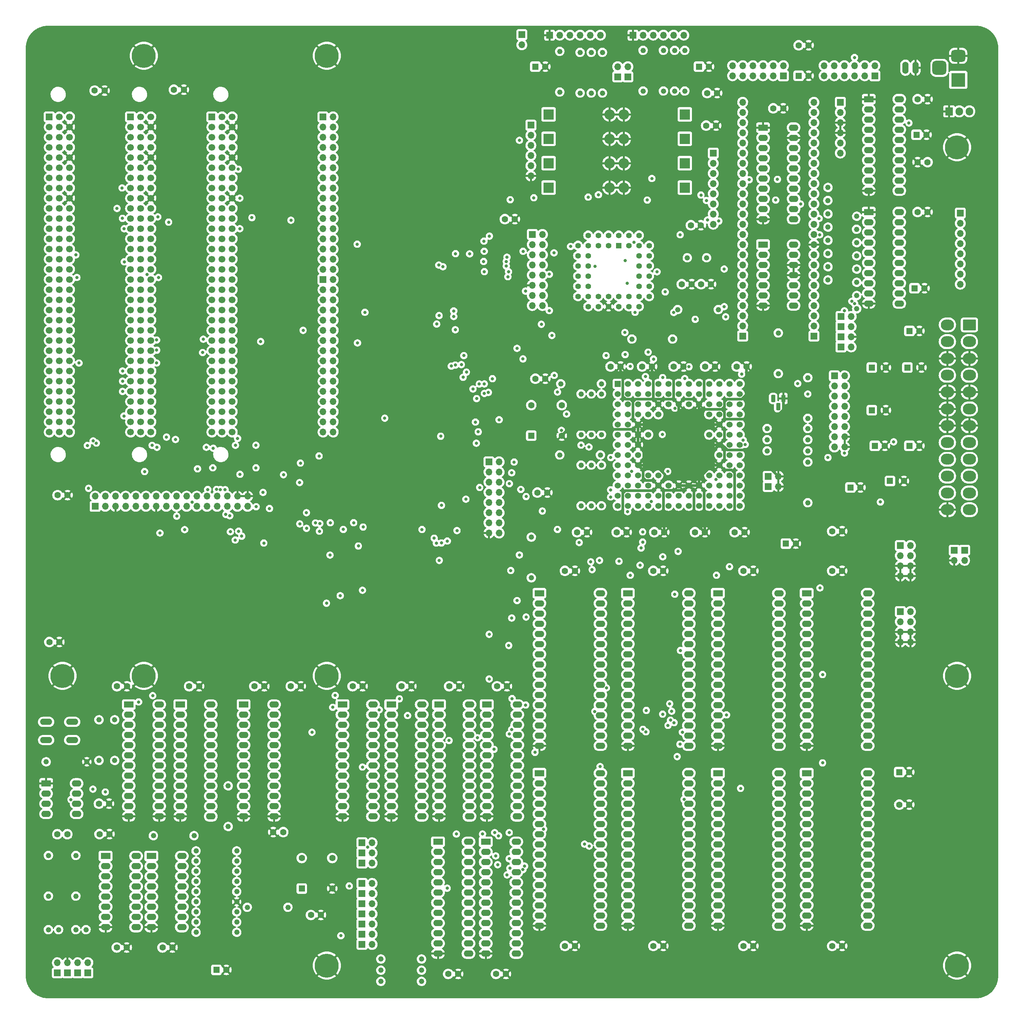
<source format=gbr>
G04 #@! TF.GenerationSoftware,KiCad,Pcbnew,(6.0.0-0)*
G04 #@! TF.CreationDate,2023-11-11T14:38:34+00:00*
G04 #@! TF.ProjectId,rosco_pro_030_proto,726f7363-6f5f-4707-926f-5f3033305f70,p5*
G04 #@! TF.SameCoordinates,Original*
G04 #@! TF.FileFunction,Copper,L3,Inr*
G04 #@! TF.FilePolarity,Positive*
%FSLAX46Y46*%
G04 Gerber Fmt 4.6, Leading zero omitted, Abs format (unit mm)*
G04 Created by KiCad (PCBNEW (6.0.0-0)) date 2023-11-11 14:38:34*
%MOMM*%
%LPD*%
G01*
G04 APERTURE LIST*
G04 Aperture macros list*
%AMRoundRect*
0 Rectangle with rounded corners*
0 $1 Rounding radius*
0 $2 $3 $4 $5 $6 $7 $8 $9 X,Y pos of 4 corners*
0 Add a 4 corners polygon primitive as box body*
4,1,4,$2,$3,$4,$5,$6,$7,$8,$9,$2,$3,0*
0 Add four circle primitives for the rounded corners*
1,1,$1+$1,$2,$3*
1,1,$1+$1,$4,$5*
1,1,$1+$1,$6,$7*
1,1,$1+$1,$8,$9*
0 Add four rect primitives between the rounded corners*
20,1,$1+$1,$2,$3,$4,$5,0*
20,1,$1+$1,$4,$5,$6,$7,0*
20,1,$1+$1,$6,$7,$8,$9,0*
20,1,$1+$1,$8,$9,$2,$3,0*%
G04 Aperture macros list end*
G04 #@! TA.AperFunction,ComponentPad*
%ADD10C,1.600000*%
G04 #@! TD*
G04 #@! TA.AperFunction,ComponentPad*
%ADD11R,2.400000X1.600000*%
G04 #@! TD*
G04 #@! TA.AperFunction,ComponentPad*
%ADD12O,2.400000X1.600000*%
G04 #@! TD*
G04 #@! TA.AperFunction,ComponentPad*
%ADD13R,1.422400X1.422400*%
G04 #@! TD*
G04 #@! TA.AperFunction,ComponentPad*
%ADD14C,1.422400*%
G04 #@! TD*
G04 #@! TA.AperFunction,ComponentPad*
%ADD15C,1.600200*%
G04 #@! TD*
G04 #@! TA.AperFunction,ComponentPad*
%ADD16R,1.600000X1.600000*%
G04 #@! TD*
G04 #@! TA.AperFunction,ComponentPad*
%ADD17R,2.600000X2.600000*%
G04 #@! TD*
G04 #@! TA.AperFunction,ComponentPad*
%ADD18O,2.600000X2.600000*%
G04 #@! TD*
G04 #@! TA.AperFunction,ComponentPad*
%ADD19R,1.524000X1.524000*%
G04 #@! TD*
G04 #@! TA.AperFunction,ComponentPad*
%ADD20C,1.524000*%
G04 #@! TD*
G04 #@! TA.AperFunction,ComponentPad*
%ADD21R,1.700000X1.700000*%
G04 #@! TD*
G04 #@! TA.AperFunction,ComponentPad*
%ADD22O,1.700000X1.700000*%
G04 #@! TD*
G04 #@! TA.AperFunction,ComponentPad*
%ADD23R,3.500000X3.500000*%
G04 #@! TD*
G04 #@! TA.AperFunction,ComponentPad*
%ADD24RoundRect,0.750000X-1.000000X0.750000X-1.000000X-0.750000X1.000000X-0.750000X1.000000X0.750000X0*%
G04 #@! TD*
G04 #@! TA.AperFunction,ComponentPad*
%ADD25RoundRect,0.875000X-0.875000X0.875000X-0.875000X-0.875000X0.875000X-0.875000X0.875000X0.875000X0*%
G04 #@! TD*
G04 #@! TA.AperFunction,ComponentPad*
%ADD26O,1.524000X3.048000*%
G04 #@! TD*
G04 #@! TA.AperFunction,ComponentPad*
%ADD27C,1.320800*%
G04 #@! TD*
G04 #@! TA.AperFunction,ComponentPad*
%ADD28R,1.100000X1.800000*%
G04 #@! TD*
G04 #@! TA.AperFunction,ComponentPad*
%ADD29RoundRect,0.275000X0.275000X0.625000X-0.275000X0.625000X-0.275000X-0.625000X0.275000X-0.625000X0*%
G04 #@! TD*
G04 #@! TA.AperFunction,ComponentPad*
%ADD30C,6.000000*%
G04 #@! TD*
G04 #@! TA.AperFunction,ComponentPad*
%ADD31R,1.905000X2.000000*%
G04 #@! TD*
G04 #@! TA.AperFunction,ComponentPad*
%ADD32O,1.905000X2.000000*%
G04 #@! TD*
G04 #@! TA.AperFunction,ComponentPad*
%ADD33RoundRect,0.250001X-1.399999X1.099999X-1.399999X-1.099999X1.399999X-1.099999X1.399999X1.099999X0*%
G04 #@! TD*
G04 #@! TA.AperFunction,ComponentPad*
%ADD34O,3.300000X2.700000*%
G04 #@! TD*
G04 #@! TA.AperFunction,ComponentPad*
%ADD35O,3.048000X1.524000*%
G04 #@! TD*
G04 #@! TA.AperFunction,ComponentPad*
%ADD36C,1.700000*%
G04 #@! TD*
G04 #@! TA.AperFunction,ViaPad*
%ADD37C,0.800000*%
G04 #@! TD*
G04 #@! TA.AperFunction,Conductor*
%ADD38C,0.700000*%
G04 #@! TD*
G04 APERTURE END LIST*
D10*
X212809000Y-163704000D03*
X215309000Y-163704000D03*
X235003000Y-163704000D03*
X237503000Y-163704000D03*
X212809000Y-257430000D03*
X215309000Y-257430000D03*
X235003000Y-257430000D03*
X237503000Y-257430000D03*
D11*
X206434000Y-214250000D03*
D12*
X206434000Y-216790000D03*
X206434000Y-219330000D03*
X206434000Y-221870000D03*
X206434000Y-224410000D03*
X206434000Y-226950000D03*
X206434000Y-229490000D03*
X206434000Y-232030000D03*
X206434000Y-234570000D03*
X206434000Y-237110000D03*
X206434000Y-239650000D03*
X206434000Y-242190000D03*
X206434000Y-244730000D03*
X206434000Y-247270000D03*
X206434000Y-249810000D03*
X206434000Y-252350000D03*
X221674000Y-252350000D03*
X221674000Y-249810000D03*
X221674000Y-247270000D03*
X221674000Y-244730000D03*
X221674000Y-242190000D03*
X221674000Y-239650000D03*
X221674000Y-237110000D03*
X221674000Y-234570000D03*
X221674000Y-232030000D03*
X221674000Y-229490000D03*
X221674000Y-226950000D03*
X221674000Y-224410000D03*
X221674000Y-221870000D03*
X221674000Y-219330000D03*
X221674000Y-216790000D03*
X221674000Y-214250000D03*
D13*
X181660000Y-82424000D03*
D14*
X179120000Y-79884000D03*
X179120000Y-82424000D03*
X176580000Y-79884000D03*
X176580000Y-82424000D03*
X174040000Y-79884000D03*
X171500000Y-82424000D03*
X174040000Y-82424000D03*
X171500000Y-84964000D03*
X174040000Y-84964000D03*
X171500000Y-87504000D03*
X174040000Y-87504000D03*
X171500000Y-90044000D03*
X174040000Y-90044000D03*
X171500000Y-92584000D03*
X174040000Y-92584000D03*
X171500000Y-95124000D03*
X174040000Y-97664000D03*
X174040000Y-95124000D03*
X176580000Y-97664000D03*
X176580000Y-95124000D03*
X179120000Y-97664000D03*
X179120000Y-95124000D03*
X181660000Y-97664000D03*
X181660000Y-95124000D03*
X184200000Y-97664000D03*
X184200000Y-95124000D03*
X186740000Y-97664000D03*
X189280000Y-95124000D03*
X186740000Y-95124000D03*
X189280000Y-92584000D03*
X186740000Y-92584000D03*
X189280000Y-90044000D03*
X186740000Y-90044000D03*
X189280000Y-87504000D03*
X186740000Y-87504000D03*
X189280000Y-84964000D03*
X186740000Y-84964000D03*
X189280000Y-82424000D03*
X186740000Y-79884000D03*
X186740000Y-82424000D03*
X184200000Y-79884000D03*
X184200000Y-82424000D03*
X181660000Y-79884000D03*
D10*
X56234800Y-257811000D03*
X58734800Y-257811000D03*
X115173000Y-192533000D03*
X117673000Y-192533000D03*
X139303000Y-192533000D03*
X141803000Y-192533000D03*
D15*
X51777900Y-221882000D03*
X54317900Y-221882000D03*
D10*
X41388500Y-229515000D03*
X43888500Y-229515000D03*
X210616000Y-154052000D03*
X213116000Y-154052000D03*
X190550000Y-154052000D03*
X193050000Y-154052000D03*
X171246000Y-154052000D03*
X173746000Y-154052000D03*
X235000000Y-153798000D03*
X237500000Y-153798000D03*
X39399651Y-181484000D03*
X41899651Y-181484000D03*
X200710000Y-154052000D03*
X203210000Y-154052000D03*
X203250000Y-112650000D03*
X205750000Y-112650000D03*
X99730000Y-192533000D03*
X102230000Y-192533000D03*
D16*
X160832000Y-37720000D03*
D10*
X163332000Y-37720000D03*
X187502000Y-112650000D03*
X190002000Y-112650000D03*
D16*
X223431000Y-156896000D03*
D10*
X225931000Y-156896000D03*
D17*
X198170000Y-61850000D03*
D18*
X182930000Y-61850000D03*
D17*
X198170000Y-67946000D03*
D18*
X182930000Y-67946000D03*
D17*
X198170000Y-49658000D03*
D18*
X182930000Y-49658000D03*
D17*
X164134000Y-55754000D03*
D18*
X179374000Y-55754000D03*
D17*
X164134000Y-61850000D03*
D18*
X179374000Y-61850000D03*
D17*
X164134000Y-49658000D03*
D18*
X179374000Y-49658000D03*
D17*
X164134000Y-67946000D03*
D18*
X179374000Y-67946000D03*
D19*
X181406000Y-116968000D03*
D20*
X183946000Y-116968000D03*
X186486000Y-116968000D03*
X189026000Y-116968000D03*
X191566000Y-116968000D03*
X194106000Y-116968000D03*
X196646000Y-116968000D03*
X199186000Y-116968000D03*
X201726000Y-116968000D03*
X204266000Y-116968000D03*
X206806000Y-116968000D03*
X209346000Y-116968000D03*
X211886000Y-116968000D03*
X181406000Y-119508000D03*
X183946000Y-119508000D03*
X186486000Y-119508000D03*
X189026000Y-119508000D03*
X191566000Y-119508000D03*
X194106000Y-119508000D03*
X196646000Y-119508000D03*
X199186000Y-119508000D03*
X201726000Y-119508000D03*
X204266000Y-119508000D03*
X206806000Y-119508000D03*
X209346000Y-119508000D03*
X211886000Y-119508000D03*
X181406000Y-122048000D03*
X183946000Y-122048000D03*
X186486000Y-122048000D03*
X189026000Y-122048000D03*
X191566000Y-122048000D03*
X194106000Y-122048000D03*
X196646000Y-122048000D03*
X199186000Y-122048000D03*
X201726000Y-122048000D03*
X204266000Y-122048000D03*
X206806000Y-122048000D03*
X209346000Y-122048000D03*
X211886000Y-122048000D03*
X181406000Y-124588000D03*
X183946000Y-124588000D03*
X186486000Y-124588000D03*
X189026000Y-124588000D03*
X191566000Y-124588000D03*
X204266000Y-124588000D03*
X206806000Y-124588000D03*
X209346000Y-124588000D03*
X211886000Y-124588000D03*
X181406000Y-127128000D03*
X183946000Y-127128000D03*
X186486000Y-127128000D03*
X206806000Y-127128000D03*
X209346000Y-127128000D03*
X211886000Y-127128000D03*
X181406000Y-129668000D03*
X183946000Y-129668000D03*
X186486000Y-129668000D03*
X189026000Y-129668000D03*
X204266000Y-129668000D03*
X206806000Y-129668000D03*
X209346000Y-129668000D03*
X211886000Y-129668000D03*
X181406000Y-132208000D03*
X183946000Y-132208000D03*
X186486000Y-132208000D03*
X206806000Y-132208000D03*
X209346000Y-132208000D03*
X211886000Y-132208000D03*
X181406000Y-134748000D03*
X183946000Y-134748000D03*
X186486000Y-134748000D03*
X206806000Y-134748000D03*
X209346000Y-134748000D03*
X211886000Y-134748000D03*
X181406000Y-137288000D03*
X183946000Y-137288000D03*
X186486000Y-137288000D03*
X206806000Y-137288000D03*
X209346000Y-137288000D03*
X211886000Y-137288000D03*
X181406000Y-139828000D03*
X183946000Y-139828000D03*
X186486000Y-139828000D03*
X189026000Y-139828000D03*
X191566000Y-139828000D03*
X204266000Y-139828000D03*
X206806000Y-139828000D03*
X209346000Y-139828000D03*
X211886000Y-139828000D03*
X181406000Y-142368000D03*
X183946000Y-142368000D03*
X186486000Y-142368000D03*
X189026000Y-142368000D03*
X191566000Y-142368000D03*
X194106000Y-142368000D03*
X196646000Y-142368000D03*
X199186000Y-142368000D03*
X201726000Y-142368000D03*
X204266000Y-142368000D03*
X206806000Y-142368000D03*
X209346000Y-142368000D03*
X211886000Y-142368000D03*
X181406000Y-144908000D03*
X183946000Y-144908000D03*
X186486000Y-144908000D03*
X189026000Y-144908000D03*
X191566000Y-144908000D03*
X194106000Y-144908000D03*
X196646000Y-144908000D03*
X199186000Y-144908000D03*
X201726000Y-144908000D03*
X204266000Y-144908000D03*
X206806000Y-144908000D03*
X209346000Y-144908000D03*
X211886000Y-144908000D03*
X181406000Y-147448000D03*
X183946000Y-147448000D03*
X186486000Y-147448000D03*
X189026000Y-147448000D03*
X191566000Y-147448000D03*
X194106000Y-147448000D03*
X196646000Y-147448000D03*
X199186000Y-147448000D03*
X201726000Y-147448000D03*
X204266000Y-147448000D03*
X206806000Y-147448000D03*
X209346000Y-147448000D03*
X211886000Y-147448000D03*
D21*
X185216000Y-29846000D03*
D22*
X187756000Y-29846000D03*
X190296000Y-29846000D03*
X192836000Y-29846000D03*
X195376000Y-29846000D03*
X197916000Y-29846000D03*
D21*
X164388000Y-29846000D03*
D22*
X166928000Y-29846000D03*
X169468000Y-29846000D03*
X172008000Y-29846000D03*
X174548000Y-29846000D03*
X177088000Y-29846000D03*
D21*
X107747000Y-50279300D03*
D22*
X110287000Y-50279300D03*
X107747000Y-52819300D03*
X110287000Y-52819300D03*
X107747000Y-55359300D03*
X110287000Y-55359300D03*
X107747000Y-57899300D03*
X110287000Y-57899300D03*
X107747000Y-60439300D03*
X110287000Y-60439300D03*
X107747000Y-62979300D03*
X110287000Y-62979300D03*
X107747000Y-65519300D03*
X110287000Y-65519300D03*
X107747000Y-68059300D03*
X110287000Y-68059300D03*
X107747000Y-70599300D03*
X110287000Y-70599300D03*
X107747000Y-73139300D03*
X110287000Y-73139300D03*
X107747000Y-75679300D03*
X110287000Y-75679300D03*
X107747000Y-78219300D03*
X110287000Y-78219300D03*
X107747000Y-80759300D03*
X110287000Y-80759300D03*
X107747000Y-83299300D03*
X110287000Y-83299300D03*
X107747000Y-85839300D03*
X110287000Y-85839300D03*
X107747000Y-88379300D03*
X110287000Y-88379300D03*
D21*
X107785000Y-90919300D03*
D22*
X110325000Y-90919300D03*
X107785000Y-93459300D03*
X110325000Y-93459300D03*
X107785000Y-95999300D03*
X110325000Y-95999300D03*
X107785000Y-98539300D03*
X110325000Y-98539300D03*
X107785000Y-101079300D03*
X110325000Y-101079300D03*
X107785000Y-103619300D03*
X110325000Y-103619300D03*
X107785000Y-106159300D03*
X110325000Y-106159300D03*
X107785000Y-108699300D03*
X110325000Y-108699300D03*
X107785000Y-111239300D03*
X110325000Y-111239300D03*
X107785000Y-113779300D03*
X110325000Y-113779300D03*
X107785000Y-116319300D03*
X110325000Y-116319300D03*
X107785000Y-118859300D03*
X110325000Y-118859300D03*
X107785000Y-121399300D03*
X110325000Y-121399300D03*
X107785000Y-123939300D03*
X110325000Y-123939300D03*
X107785000Y-126479300D03*
X110325000Y-126479300D03*
X107785000Y-129019300D03*
X110325000Y-129019300D03*
D21*
X235560000Y-114980000D03*
D22*
X238100000Y-114980000D03*
X235560000Y-117520000D03*
X238100000Y-117520000D03*
X235560000Y-120060000D03*
X238100000Y-120060000D03*
X235560000Y-122600000D03*
X238100000Y-122600000D03*
X235560000Y-125140000D03*
X238100000Y-125140000D03*
X235560000Y-127680000D03*
X238100000Y-127680000D03*
X235560000Y-130220000D03*
X238100000Y-130220000D03*
X235560000Y-132760000D03*
X238100000Y-132760000D03*
D23*
X266496000Y-41022000D03*
D24*
X266496000Y-35022000D03*
D25*
X261796000Y-38022000D03*
D26*
X253288000Y-37974000D03*
X255828000Y-37974000D03*
D21*
X218998000Y-140082000D03*
D22*
X221538000Y-140082000D03*
D27*
X218744000Y-128144000D03*
X228904000Y-128144000D03*
X218744000Y-130938000D03*
X228904000Y-130938000D03*
X218744000Y-133732000D03*
X228904000Y-133732000D03*
X196392000Y-98426000D03*
X206552000Y-98426000D03*
X195630000Y-43816000D03*
X195630000Y-33656000D03*
X192836000Y-43816000D03*
X192836000Y-33656000D03*
X198170000Y-43816000D03*
X198170000Y-33656000D03*
X187756000Y-43816000D03*
X187756000Y-33656000D03*
X174802000Y-44324000D03*
X174802000Y-34164000D03*
X177596000Y-44324000D03*
X177596000Y-34164000D03*
X166928000Y-44070000D03*
X166928000Y-33910000D03*
X48754500Y-211404000D03*
X38594500Y-211404000D03*
X46024000Y-234824000D03*
X46024000Y-244984000D03*
X198805000Y-85472000D03*
X203631000Y-85472000D03*
D10*
X256336000Y-74042000D03*
X258836000Y-74042000D03*
X203758000Y-44324000D03*
X206258000Y-44324000D03*
X203504000Y-52452000D03*
X206004000Y-52452000D03*
D16*
X251764000Y-213996000D03*
D10*
X254264000Y-213996000D03*
D16*
X239572000Y-142876000D03*
D10*
X242072000Y-142876000D03*
X220278000Y-48134000D03*
X222778000Y-48134000D03*
X226618000Y-32386000D03*
X229118000Y-32386000D03*
D11*
X244144000Y-45848000D03*
D12*
X244144000Y-48388000D03*
X244144000Y-50928000D03*
X244144000Y-53468000D03*
X244144000Y-56008000D03*
X244144000Y-58548000D03*
X244144000Y-61088000D03*
X244144000Y-63628000D03*
X244144000Y-66168000D03*
X244144000Y-68708000D03*
X251764000Y-68708000D03*
X251764000Y-66168000D03*
X251764000Y-63628000D03*
X251764000Y-61088000D03*
X251764000Y-58548000D03*
X251764000Y-56008000D03*
X251764000Y-53468000D03*
X251764000Y-50928000D03*
X251764000Y-48388000D03*
X251764000Y-45848000D03*
D11*
X217728000Y-52960000D03*
D12*
X217728000Y-55500000D03*
X217728000Y-58040000D03*
X217728000Y-60580000D03*
X217728000Y-63120000D03*
X217728000Y-65660000D03*
X217728000Y-68200000D03*
X217728000Y-70740000D03*
X217728000Y-73280000D03*
X217728000Y-75820000D03*
X225348000Y-75820000D03*
X225348000Y-73280000D03*
X225348000Y-70740000D03*
X225348000Y-68200000D03*
X225348000Y-65660000D03*
X225348000Y-63120000D03*
X225348000Y-60580000D03*
X225348000Y-58040000D03*
X225348000Y-55500000D03*
X225348000Y-52960000D03*
D11*
X217728000Y-82170000D03*
D12*
X217728000Y-84710000D03*
X217728000Y-87250000D03*
X217728000Y-89790000D03*
X217728000Y-92330000D03*
X217728000Y-94870000D03*
X217728000Y-97410000D03*
X225348000Y-97410000D03*
X225348000Y-94870000D03*
X225348000Y-92330000D03*
X225348000Y-89790000D03*
X225348000Y-87250000D03*
X225348000Y-84710000D03*
X225348000Y-82170000D03*
D21*
X237032000Y-46610000D03*
D22*
X237032000Y-49150000D03*
X237032000Y-51690000D03*
X237032000Y-54230000D03*
X237032000Y-56770000D03*
X237032000Y-59310000D03*
D21*
X222808000Y-40006000D03*
D22*
X222808000Y-37466000D03*
X220268000Y-40006000D03*
X220268000Y-37466000D03*
X217728000Y-40006000D03*
X217728000Y-37466000D03*
X215188000Y-40006000D03*
X215188000Y-37466000D03*
X212648000Y-40006000D03*
X212648000Y-37466000D03*
X210108000Y-40006000D03*
X210108000Y-37466000D03*
D21*
X252018000Y-173874000D03*
D22*
X254558000Y-173874000D03*
X252018000Y-176414000D03*
X254558000Y-176414000D03*
X252018000Y-178954000D03*
X254558000Y-178954000D03*
X252018000Y-181494000D03*
X254558000Y-181494000D03*
D21*
X252018000Y-157390000D03*
D22*
X254558000Y-157390000D03*
X252018000Y-159930000D03*
X254558000Y-159930000D03*
X252018000Y-162470000D03*
X254558000Y-162470000D03*
X252018000Y-165010000D03*
X254558000Y-165010000D03*
D21*
X237188000Y-107748000D03*
D22*
X239728000Y-107748000D03*
D21*
X237204000Y-105208000D03*
D22*
X239744000Y-105208000D03*
D21*
X237188000Y-102668000D03*
D22*
X239728000Y-102668000D03*
D28*
X222808000Y-120632000D03*
D29*
X221538000Y-122702000D03*
X220268000Y-120632000D03*
D27*
X241132102Y-75094102D03*
X233947898Y-67909898D03*
X241096102Y-78360002D03*
X233911898Y-71175798D03*
X241132102Y-81698102D03*
X233947898Y-74513898D03*
X241132102Y-88302102D03*
X233947898Y-81117898D03*
X241132102Y-91604102D03*
X233947898Y-84419898D03*
X221538000Y-114428000D03*
X221538000Y-104268000D03*
D21*
X267004000Y-74296000D03*
D22*
X267004000Y-76836000D03*
X267004000Y-79376000D03*
X267004000Y-81916000D03*
X267004000Y-84456000D03*
X267004000Y-86996000D03*
X267004000Y-89536000D03*
X267004000Y-92076000D03*
D11*
X206434000Y-169292000D03*
D12*
X206434000Y-171832000D03*
X206434000Y-174372000D03*
X206434000Y-176912000D03*
X206434000Y-179452000D03*
X206434000Y-181992000D03*
X206434000Y-184532000D03*
X206434000Y-187072000D03*
X206434000Y-189612000D03*
X206434000Y-192152000D03*
X206434000Y-194692000D03*
X206434000Y-197232000D03*
X206434000Y-199772000D03*
X206434000Y-202312000D03*
X206434000Y-204852000D03*
X206434000Y-207392000D03*
X221674000Y-207392000D03*
X221674000Y-204852000D03*
X221674000Y-202312000D03*
X221674000Y-199772000D03*
X221674000Y-197232000D03*
X221674000Y-194692000D03*
X221674000Y-192152000D03*
X221674000Y-189612000D03*
X221674000Y-187072000D03*
X221674000Y-184532000D03*
X221674000Y-181992000D03*
X221674000Y-179452000D03*
X221674000Y-176912000D03*
X221674000Y-174372000D03*
X221674000Y-171832000D03*
X221674000Y-169292000D03*
D11*
X228628000Y-169292000D03*
D12*
X228628000Y-171832000D03*
X228628000Y-174372000D03*
X228628000Y-176912000D03*
X228628000Y-179452000D03*
X228628000Y-181992000D03*
X228628000Y-184532000D03*
X228628000Y-187072000D03*
X228628000Y-189612000D03*
X228628000Y-192152000D03*
X228628000Y-194692000D03*
X228628000Y-197232000D03*
X228628000Y-199772000D03*
X228628000Y-202312000D03*
X228628000Y-204852000D03*
X228628000Y-207392000D03*
X243868000Y-207392000D03*
X243868000Y-204852000D03*
X243868000Y-202312000D03*
X243868000Y-199772000D03*
X243868000Y-197232000D03*
X243868000Y-194692000D03*
X243868000Y-192152000D03*
X243868000Y-189612000D03*
X243868000Y-187072000D03*
X243868000Y-184532000D03*
X243868000Y-181992000D03*
X243868000Y-179452000D03*
X243868000Y-176912000D03*
X243868000Y-174372000D03*
X243868000Y-171832000D03*
X243868000Y-169292000D03*
D11*
X228628000Y-214250000D03*
D12*
X228628000Y-216790000D03*
X228628000Y-219330000D03*
X228628000Y-221870000D03*
X228628000Y-224410000D03*
X228628000Y-226950000D03*
X228628000Y-229490000D03*
X228628000Y-232030000D03*
X228628000Y-234570000D03*
X228628000Y-237110000D03*
X228628000Y-239650000D03*
X228628000Y-242190000D03*
X228628000Y-244730000D03*
X228628000Y-247270000D03*
X228628000Y-249810000D03*
X228628000Y-252350000D03*
X243868000Y-252350000D03*
X243868000Y-249810000D03*
X243868000Y-247270000D03*
X243868000Y-244730000D03*
X243868000Y-242190000D03*
X243868000Y-239650000D03*
X243868000Y-237110000D03*
X243868000Y-234570000D03*
X243868000Y-232030000D03*
X243868000Y-229490000D03*
X243868000Y-226950000D03*
X243868000Y-224410000D03*
X243868000Y-221870000D03*
X243868000Y-219330000D03*
X243868000Y-216790000D03*
X243868000Y-214250000D03*
D10*
X202234000Y-92076000D03*
X204734000Y-92076000D03*
X199694000Y-77344000D03*
X202194000Y-77344000D03*
X197408000Y-92076000D03*
X199908000Y-92076000D03*
D21*
X160070000Y-79630000D03*
D22*
X162610000Y-79630000D03*
X160070000Y-82170000D03*
X162610000Y-82170000D03*
X160070000Y-84710000D03*
X162610000Y-84710000D03*
X160070000Y-87250000D03*
X162610000Y-87250000D03*
X160070000Y-89790000D03*
X162610000Y-89790000D03*
X160070000Y-92330000D03*
X162610000Y-92330000D03*
X160070000Y-94870000D03*
X162610000Y-94870000D03*
X160070000Y-97410000D03*
X162610000Y-97410000D03*
D21*
X183946000Y-40260000D03*
D22*
X183946000Y-37720000D03*
D21*
X181406000Y-40260000D03*
D22*
X181406000Y-37720000D03*
D17*
X198170000Y-55754000D03*
D18*
X182930000Y-55754000D03*
D27*
X172008000Y-44324000D03*
X172008000Y-34164000D03*
D11*
X38594500Y-216815000D03*
D12*
X38594500Y-219355000D03*
X38594500Y-221895000D03*
X38594500Y-224435000D03*
X46214500Y-224435000D03*
X46214500Y-221895000D03*
X46214500Y-219355000D03*
X46214500Y-216815000D03*
D27*
X39166000Y-234824000D03*
X39166000Y-244984000D03*
D21*
X50838100Y-147599000D03*
D22*
X50838100Y-145059000D03*
X53378100Y-147599000D03*
X53378100Y-145059000D03*
X55918100Y-147599000D03*
X55918100Y-145059000D03*
X58458100Y-147599000D03*
X58458100Y-145059000D03*
X60998100Y-147599000D03*
X60998100Y-145059000D03*
X63538100Y-147599000D03*
X63538100Y-145059000D03*
X66078100Y-147599000D03*
X66078100Y-145059000D03*
X68618100Y-147599000D03*
X68618100Y-145059000D03*
X71158100Y-147599000D03*
X71158100Y-145059000D03*
X73698100Y-147599000D03*
X73698100Y-145059000D03*
X76238100Y-147599000D03*
X76238100Y-145059000D03*
X78778100Y-147599000D03*
X78778100Y-145059000D03*
X81318100Y-147599000D03*
X81318100Y-145059000D03*
X83858100Y-147599000D03*
X83858100Y-145059000D03*
X86398100Y-147599000D03*
X86398100Y-145059000D03*
X88938100Y-147599000D03*
X88938100Y-145059000D03*
D21*
X218998000Y-142622000D03*
D22*
X221538000Y-142622000D03*
D21*
X245665000Y-40006000D03*
D22*
X245665000Y-37466000D03*
X243125000Y-40006000D03*
X243125000Y-37466000D03*
X240585000Y-40006000D03*
X240585000Y-37466000D03*
X238045000Y-40006000D03*
X238045000Y-37466000D03*
X235505000Y-40006000D03*
X235505000Y-37466000D03*
X232965000Y-40006000D03*
X232965000Y-37466000D03*
D21*
X230428000Y-105030000D03*
D22*
X230428000Y-102490000D03*
X230428000Y-99950000D03*
X230428000Y-97410000D03*
X230428000Y-94870000D03*
X230428000Y-92330000D03*
X230428000Y-89790000D03*
X230428000Y-87250000D03*
X230428000Y-84710000D03*
X230428000Y-82170000D03*
X230428000Y-79630000D03*
X230428000Y-77090000D03*
X230428000Y-74550000D03*
X230428000Y-72010000D03*
X230428000Y-69470000D03*
X230428000Y-66930000D03*
X230428000Y-64390000D03*
X230428000Y-61850000D03*
X230428000Y-59310000D03*
X230428000Y-56770000D03*
X230428000Y-54230000D03*
X230428000Y-51690000D03*
X230428000Y-49150000D03*
X230428000Y-46610000D03*
D21*
X212628000Y-105030000D03*
D22*
X212628000Y-102490000D03*
X212628000Y-99950000D03*
X212628000Y-97410000D03*
X212628000Y-94870000D03*
X212628000Y-92330000D03*
X212628000Y-89790000D03*
X212628000Y-87250000D03*
X212628000Y-84710000D03*
X212628000Y-82170000D03*
X212628000Y-79630000D03*
X212628000Y-77090000D03*
X212628000Y-74550000D03*
X212628000Y-72010000D03*
X212628000Y-69470000D03*
X212628000Y-66930000D03*
X212628000Y-64390000D03*
X212628000Y-61850000D03*
X212628000Y-59310000D03*
X212628000Y-56770000D03*
X212628000Y-54230000D03*
X212628000Y-51690000D03*
X212628000Y-49150000D03*
X212628000Y-46610000D03*
D11*
X244144000Y-74042000D03*
D12*
X244144000Y-76582000D03*
X244144000Y-79122000D03*
X244144000Y-81662000D03*
X244144000Y-84202000D03*
X244144000Y-86742000D03*
X244144000Y-89282000D03*
X244144000Y-91822000D03*
X244144000Y-94362000D03*
X244144000Y-96902000D03*
X251764000Y-96902000D03*
X251764000Y-94362000D03*
X251764000Y-91822000D03*
X251764000Y-89282000D03*
X251764000Y-86742000D03*
X251764000Y-84202000D03*
X251764000Y-81662000D03*
X251764000Y-79122000D03*
X251764000Y-76582000D03*
X251764000Y-74042000D03*
D10*
X151241000Y-192533000D03*
X153741000Y-192533000D03*
D30*
X63000000Y-35000000D03*
X108720000Y-35000000D03*
X266200000Y-57860000D03*
X42680000Y-189940000D03*
X63000000Y-189940000D03*
X108720000Y-189940000D03*
X266200000Y-189940000D03*
X108720000Y-262330000D03*
X266200000Y-262330000D03*
D16*
X244906000Y-112904000D03*
D10*
X248406000Y-112904000D03*
D16*
X253796000Y-112904000D03*
D10*
X257296000Y-112904000D03*
D16*
X245668000Y-132462000D03*
D10*
X248168000Y-132462000D03*
X251764000Y-222124000D03*
X254264000Y-222124000D03*
D16*
X254304000Y-103760000D03*
D10*
X256804000Y-103760000D03*
D16*
X226618000Y-40006000D03*
D10*
X229118000Y-40006000D03*
D16*
X254304000Y-132462000D03*
D10*
X256804000Y-132462000D03*
D16*
X244906000Y-123572000D03*
D10*
X248406000Y-123572000D03*
D16*
X255574000Y-93092000D03*
D10*
X258074000Y-93092000D03*
X256336000Y-45848000D03*
X258836000Y-45848000D03*
X127365000Y-192533000D03*
X129865000Y-192533000D03*
X161340000Y-144146000D03*
X163840000Y-144146000D03*
X160832000Y-115698000D03*
X163332000Y-115698000D03*
X179628000Y-112650000D03*
X182128000Y-112650000D03*
X195376000Y-112650000D03*
X197876000Y-112650000D03*
X211124000Y-112650000D03*
X213624000Y-112650000D03*
D27*
X228904000Y-136526000D03*
X228904000Y-146686000D03*
X228904000Y-115444000D03*
X228904000Y-125604000D03*
X174802000Y-129668000D03*
X174802000Y-119508000D03*
X177342000Y-116968000D03*
X167182000Y-116968000D03*
X184962000Y-105792000D03*
X195122000Y-105792000D03*
X177088000Y-134748000D03*
X166928000Y-134748000D03*
X177342000Y-137288000D03*
X177342000Y-147448000D03*
X172262000Y-147448000D03*
X172262000Y-137288000D03*
X177342000Y-129668000D03*
X177342000Y-119508000D03*
X172262000Y-129668000D03*
X172262000Y-119508000D03*
X174802000Y-147448000D03*
X174802000Y-137288000D03*
D11*
X161848000Y-214250000D03*
D12*
X161848000Y-216790000D03*
X161848000Y-219330000D03*
X161848000Y-221870000D03*
X161848000Y-224410000D03*
X161848000Y-226950000D03*
X161848000Y-229490000D03*
X161848000Y-232030000D03*
X161848000Y-234570000D03*
X161848000Y-237110000D03*
X161848000Y-239650000D03*
X161848000Y-242190000D03*
X161848000Y-244730000D03*
X161848000Y-247270000D03*
X161848000Y-249810000D03*
X161848000Y-252350000D03*
X177088000Y-252350000D03*
X177088000Y-249810000D03*
X177088000Y-247270000D03*
X177088000Y-244730000D03*
X177088000Y-242190000D03*
X177088000Y-239650000D03*
X177088000Y-237110000D03*
X177088000Y-234570000D03*
X177088000Y-232030000D03*
X177088000Y-229490000D03*
X177088000Y-226950000D03*
X177088000Y-224410000D03*
X177088000Y-221870000D03*
X177088000Y-219330000D03*
X177088000Y-216790000D03*
X177088000Y-214250000D03*
D11*
X183946000Y-214250000D03*
D12*
X183946000Y-216790000D03*
X183946000Y-219330000D03*
X183946000Y-221870000D03*
X183946000Y-224410000D03*
X183946000Y-226950000D03*
X183946000Y-229490000D03*
X183946000Y-232030000D03*
X183946000Y-234570000D03*
X183946000Y-237110000D03*
X183946000Y-239650000D03*
X183946000Y-242190000D03*
X183946000Y-244730000D03*
X183946000Y-247270000D03*
X183946000Y-249810000D03*
X183946000Y-252350000D03*
X199186000Y-252350000D03*
X199186000Y-249810000D03*
X199186000Y-247270000D03*
X199186000Y-244730000D03*
X199186000Y-242190000D03*
X199186000Y-239650000D03*
X199186000Y-237110000D03*
X199186000Y-234570000D03*
X199186000Y-232030000D03*
X199186000Y-229490000D03*
X199186000Y-226950000D03*
X199186000Y-224410000D03*
X199186000Y-221870000D03*
X199186000Y-219330000D03*
X199186000Y-216790000D03*
X199186000Y-214250000D03*
D10*
X168223000Y-163704000D03*
X170723000Y-163704000D03*
X190296000Y-163704000D03*
X192796000Y-163704000D03*
X168223000Y-257430000D03*
X170723000Y-257430000D03*
X190321000Y-257430000D03*
X192821000Y-257430000D03*
D11*
X161848000Y-169292000D03*
D12*
X161848000Y-171832000D03*
X161848000Y-174372000D03*
X161848000Y-176912000D03*
X161848000Y-179452000D03*
X161848000Y-181992000D03*
X161848000Y-184532000D03*
X161848000Y-187072000D03*
X161848000Y-189612000D03*
X161848000Y-192152000D03*
X161848000Y-194692000D03*
X161848000Y-197232000D03*
X161848000Y-199772000D03*
X161848000Y-202312000D03*
X161848000Y-204852000D03*
X161848000Y-207392000D03*
X177088000Y-207392000D03*
X177088000Y-204852000D03*
X177088000Y-202312000D03*
X177088000Y-199772000D03*
X177088000Y-197232000D03*
X177088000Y-194692000D03*
X177088000Y-192152000D03*
X177088000Y-189612000D03*
X177088000Y-187072000D03*
X177088000Y-184532000D03*
X177088000Y-181992000D03*
X177088000Y-179452000D03*
X177088000Y-176912000D03*
X177088000Y-174372000D03*
X177088000Y-171832000D03*
X177088000Y-169292000D03*
D11*
X183946000Y-169292000D03*
D12*
X183946000Y-171832000D03*
X183946000Y-174372000D03*
X183946000Y-176912000D03*
X183946000Y-179452000D03*
X183946000Y-181992000D03*
X183946000Y-184532000D03*
X183946000Y-187072000D03*
X183946000Y-189612000D03*
X183946000Y-192152000D03*
X183946000Y-194692000D03*
X183946000Y-197232000D03*
X183946000Y-199772000D03*
X183946000Y-202312000D03*
X183946000Y-204852000D03*
X183946000Y-207392000D03*
X199186000Y-207392000D03*
X199186000Y-204852000D03*
X199186000Y-202312000D03*
X199186000Y-199772000D03*
X199186000Y-197232000D03*
X199186000Y-194692000D03*
X199186000Y-192152000D03*
X199186000Y-189612000D03*
X199186000Y-187072000D03*
X199186000Y-184532000D03*
X199186000Y-181992000D03*
X199186000Y-179452000D03*
X199186000Y-176912000D03*
X199186000Y-174372000D03*
X199186000Y-171832000D03*
X199186000Y-169292000D03*
D27*
X241132102Y-94906102D03*
X233947898Y-87721898D03*
X241132102Y-85000102D03*
X233947898Y-77815898D03*
X241132102Y-98208102D03*
X233947898Y-91023898D03*
D21*
X205282000Y-59310000D03*
D22*
X205282000Y-61850000D03*
X205282000Y-64390000D03*
X205282000Y-66930000D03*
X205282000Y-69470000D03*
X205282000Y-72010000D03*
X205282000Y-74550000D03*
X205282000Y-77090000D03*
D21*
X149238000Y-136474000D03*
D22*
X151778000Y-136474000D03*
X149238000Y-139014000D03*
X151778000Y-139014000D03*
X149238000Y-141554000D03*
X151778000Y-141554000D03*
X149238000Y-144094000D03*
X151778000Y-144094000D03*
X149238000Y-146634000D03*
X151778000Y-146634000D03*
X149238000Y-149174000D03*
X151778000Y-149174000D03*
X149238000Y-151714000D03*
X151778000Y-151714000D03*
X149238000Y-154254000D03*
X151778000Y-154254000D03*
D10*
X256336000Y-61596000D03*
X258836000Y-61596000D03*
D16*
X256082000Y-54738000D03*
D10*
X258582000Y-54738000D03*
D31*
X264210000Y-48896000D03*
D32*
X266750000Y-48896000D03*
X269290000Y-48896000D03*
D33*
X269290000Y-102236000D03*
D34*
X269290000Y-106436000D03*
X269290000Y-110636000D03*
X269290000Y-114836000D03*
X269290000Y-119036000D03*
X269290000Y-123236000D03*
X269290000Y-127436000D03*
X269290000Y-131636000D03*
X269290000Y-135836000D03*
X269290000Y-140036000D03*
X269290000Y-144236000D03*
X269290000Y-148436000D03*
X263790000Y-102236000D03*
X263790000Y-106436000D03*
X263790000Y-110636000D03*
X263790000Y-114836000D03*
X263790000Y-119036000D03*
X263790000Y-123236000D03*
X263790000Y-127436000D03*
X263790000Y-131636000D03*
X263790000Y-135836000D03*
X263790000Y-140036000D03*
X263790000Y-144236000D03*
X263790000Y-148436000D03*
D21*
X43942000Y-264160000D03*
D22*
X43942000Y-261620000D03*
D21*
X157460000Y-29730000D03*
D22*
X157460000Y-32270000D03*
D10*
X153212000Y-75820000D03*
X155712000Y-75820000D03*
D27*
X39166000Y-253366000D03*
X41706000Y-253366000D03*
X46024000Y-253366000D03*
X48564000Y-253366000D03*
D35*
X38594500Y-201447400D03*
X45096900Y-201447400D03*
X38594500Y-205968600D03*
X45096900Y-205968600D03*
D16*
X201726000Y-37720000D03*
D10*
X204226000Y-37720000D03*
X181152000Y-154052000D03*
X183652000Y-154052000D03*
X51920000Y-229480000D03*
X54420000Y-229480000D03*
D21*
X265518000Y-158545000D03*
D22*
X265518000Y-161085000D03*
D21*
X268072000Y-158545000D03*
D22*
X268072000Y-161085000D03*
D27*
X159816000Y-155270000D03*
X159816000Y-165430000D03*
D16*
X159816000Y-129922000D03*
D10*
X167436000Y-129922000D03*
X167436000Y-122302000D03*
X159816000Y-122302000D03*
D27*
X99009200Y-247777000D03*
X88849200Y-247777000D03*
D10*
X150987000Y-264415000D03*
X153487000Y-264415000D03*
X139049000Y-264415000D03*
X141549000Y-264415000D03*
X74333100Y-192533000D03*
X76833100Y-192533000D03*
X90614500Y-192533000D03*
X93114500Y-192533000D03*
D16*
X81126800Y-263399000D03*
D10*
X83626800Y-263399000D03*
D11*
X136753000Y-197105000D03*
D12*
X136753000Y-199645000D03*
X136753000Y-202185000D03*
X136753000Y-204725000D03*
X136753000Y-207265000D03*
X136753000Y-209805000D03*
X136753000Y-212345000D03*
X136753000Y-214885000D03*
X136753000Y-217425000D03*
X136753000Y-219965000D03*
X136753000Y-222505000D03*
X136753000Y-225045000D03*
X144373000Y-225045000D03*
X144373000Y-222505000D03*
X144373000Y-219965000D03*
X144373000Y-217425000D03*
X144373000Y-214885000D03*
X144373000Y-212345000D03*
X144373000Y-209805000D03*
X144373000Y-207265000D03*
X144373000Y-204725000D03*
X144373000Y-202185000D03*
X144373000Y-199645000D03*
X144373000Y-197105000D03*
D11*
X148691000Y-197105000D03*
D12*
X148691000Y-199645000D03*
X148691000Y-202185000D03*
X148691000Y-204725000D03*
X148691000Y-207265000D03*
X148691000Y-209805000D03*
X148691000Y-212345000D03*
X148691000Y-214885000D03*
X148691000Y-217425000D03*
X148691000Y-219965000D03*
X148691000Y-222505000D03*
X148691000Y-225045000D03*
X156311000Y-225045000D03*
X156311000Y-222505000D03*
X156311000Y-219965000D03*
X156311000Y-217425000D03*
X156311000Y-214885000D03*
X156311000Y-212345000D03*
X156311000Y-209805000D03*
X156311000Y-207265000D03*
X156311000Y-204725000D03*
X156311000Y-202185000D03*
X156311000Y-199645000D03*
X156311000Y-197105000D03*
D11*
X148437000Y-231395000D03*
D12*
X148437000Y-233935000D03*
X148437000Y-236475000D03*
X148437000Y-239015000D03*
X148437000Y-241555000D03*
X148437000Y-244095000D03*
X148437000Y-246635000D03*
X148437000Y-249175000D03*
X148437000Y-251715000D03*
X148437000Y-254255000D03*
X148437000Y-256795000D03*
X148437000Y-259335000D03*
X156057000Y-259335000D03*
X156057000Y-256795000D03*
X156057000Y-254255000D03*
X156057000Y-251715000D03*
X156057000Y-249175000D03*
X156057000Y-246635000D03*
X156057000Y-244095000D03*
X156057000Y-241555000D03*
X156057000Y-239015000D03*
X156057000Y-236475000D03*
X156057000Y-233935000D03*
X156057000Y-231395000D03*
D11*
X136499000Y-231395000D03*
D12*
X136499000Y-233935000D03*
X136499000Y-236475000D03*
X136499000Y-239015000D03*
X136499000Y-241555000D03*
X136499000Y-244095000D03*
X136499000Y-246635000D03*
X136499000Y-249175000D03*
X136499000Y-251715000D03*
X136499000Y-254255000D03*
X136499000Y-256795000D03*
X136499000Y-259335000D03*
X144119000Y-259335000D03*
X144119000Y-256795000D03*
X144119000Y-254255000D03*
X144119000Y-251715000D03*
X144119000Y-249175000D03*
X144119000Y-246635000D03*
X144119000Y-244095000D03*
X144119000Y-241555000D03*
X144119000Y-239015000D03*
X144119000Y-236475000D03*
X144119000Y-233935000D03*
X144119000Y-231395000D03*
D27*
X75538800Y-229871000D03*
X65378800Y-229871000D03*
X84074000Y-217424000D03*
X84074000Y-227584000D03*
X122224000Y-260694000D03*
X132384000Y-260694000D03*
X122224000Y-263488000D03*
X132384000Y-263488000D03*
X86206800Y-251461000D03*
X76046800Y-251461000D03*
X86206800Y-248921000D03*
X76046800Y-248921000D03*
X86206800Y-241301000D03*
X76046800Y-241301000D03*
X86206800Y-233681000D03*
X76046800Y-233681000D03*
X86206800Y-236221000D03*
X76046800Y-236221000D03*
X86206800Y-238761000D03*
X76046800Y-238761000D03*
X86206800Y-243841000D03*
X76046800Y-243841000D03*
X86206800Y-254001000D03*
X76046800Y-254001000D03*
X76046800Y-246381000D03*
X86206800Y-246381000D03*
D21*
X117512000Y-231649000D03*
D22*
X120052000Y-231649000D03*
D21*
X117512000Y-234189000D03*
D22*
X120052000Y-234189000D03*
D21*
X117512000Y-236729000D03*
D22*
X120052000Y-236729000D03*
D21*
X117512000Y-241809000D03*
D22*
X120052000Y-241809000D03*
D21*
X117512000Y-244349000D03*
D22*
X120052000Y-244349000D03*
D21*
X117512000Y-246889000D03*
D22*
X120052000Y-246889000D03*
D21*
X117512000Y-249429000D03*
D22*
X120052000Y-249429000D03*
D21*
X117512000Y-251969000D03*
D22*
X120052000Y-251969000D03*
D21*
X117512000Y-254509000D03*
D22*
X120052000Y-254509000D03*
D21*
X117512000Y-257049000D03*
D22*
X120052000Y-257049000D03*
D10*
X67664800Y-257811000D03*
X70164800Y-257811000D03*
D11*
X112623000Y-197105000D03*
D12*
X112623000Y-199645000D03*
X112623000Y-202185000D03*
X112623000Y-204725000D03*
X112623000Y-207265000D03*
X112623000Y-209805000D03*
X112623000Y-212345000D03*
X112623000Y-214885000D03*
X112623000Y-217425000D03*
X112623000Y-219965000D03*
X112623000Y-222505000D03*
X112623000Y-225045000D03*
X120243000Y-225045000D03*
X120243000Y-222505000D03*
X120243000Y-219965000D03*
X120243000Y-217425000D03*
X120243000Y-214885000D03*
X120243000Y-212345000D03*
X120243000Y-209805000D03*
X120243000Y-207265000D03*
X120243000Y-204725000D03*
X120243000Y-202185000D03*
X120243000Y-199645000D03*
X120243000Y-197105000D03*
D11*
X124815000Y-197105000D03*
D12*
X124815000Y-199645000D03*
X124815000Y-202185000D03*
X124815000Y-204725000D03*
X124815000Y-207265000D03*
X124815000Y-209805000D03*
X124815000Y-212345000D03*
X124815000Y-214885000D03*
X124815000Y-217425000D03*
X124815000Y-219965000D03*
X124815000Y-222505000D03*
X124815000Y-225045000D03*
X132435000Y-225045000D03*
X132435000Y-222505000D03*
X132435000Y-219965000D03*
X132435000Y-217425000D03*
X132435000Y-214885000D03*
X132435000Y-212345000D03*
X132435000Y-209805000D03*
X132435000Y-207265000D03*
X132435000Y-204725000D03*
X132435000Y-202185000D03*
X132435000Y-199645000D03*
X132435000Y-197105000D03*
D27*
X122224000Y-266282000D03*
X132384000Y-266282000D03*
D11*
X53440800Y-234951000D03*
D12*
X53440800Y-237491000D03*
X53440800Y-240031000D03*
X53440800Y-242571000D03*
X53440800Y-245111000D03*
X53440800Y-247651000D03*
X53440800Y-250191000D03*
X53440800Y-252731000D03*
X61060800Y-252731000D03*
X61060800Y-250191000D03*
X61060800Y-247651000D03*
X61060800Y-245111000D03*
X61060800Y-242571000D03*
X61060800Y-240031000D03*
X61060800Y-237491000D03*
X61060800Y-234951000D03*
D11*
X64870800Y-234951000D03*
D12*
X64870800Y-237491000D03*
X64870800Y-240031000D03*
X64870800Y-242571000D03*
X64870800Y-245111000D03*
X64870800Y-247651000D03*
X64870800Y-250191000D03*
X64870800Y-252731000D03*
X72490800Y-252731000D03*
X72490800Y-250191000D03*
X72490800Y-247651000D03*
X72490800Y-245111000D03*
X72490800Y-242571000D03*
X72490800Y-240031000D03*
X72490800Y-237491000D03*
X72490800Y-234951000D03*
D10*
X50711100Y-43700700D03*
X53211100Y-43700700D03*
X41452000Y-144780000D03*
X43952000Y-144780000D03*
X104749000Y-249683000D03*
X107249000Y-249683000D03*
X97840800Y-228981000D03*
X95340800Y-228981000D03*
D11*
X87934800Y-197105000D03*
D12*
X87934800Y-199645000D03*
X87934800Y-202185000D03*
X87934800Y-204725000D03*
X87934800Y-207265000D03*
X87934800Y-209805000D03*
X87934800Y-212345000D03*
X87934800Y-214885000D03*
X87934800Y-217425000D03*
X87934800Y-219965000D03*
X87934800Y-222505000D03*
X87934800Y-225045000D03*
X95554800Y-225045000D03*
X95554800Y-222505000D03*
X95554800Y-219965000D03*
X95554800Y-217425000D03*
X95554800Y-214885000D03*
X95554800Y-212345000D03*
X95554800Y-209805000D03*
X95554800Y-207265000D03*
X95554800Y-204725000D03*
X95554800Y-202185000D03*
X95554800Y-199645000D03*
X95554800Y-197105000D03*
D11*
X72112800Y-197105000D03*
D12*
X72112800Y-199645000D03*
X72112800Y-202185000D03*
X72112800Y-204725000D03*
X72112800Y-207265000D03*
X72112800Y-209805000D03*
X72112800Y-212345000D03*
X72112800Y-214885000D03*
X72112800Y-217425000D03*
X72112800Y-219965000D03*
X72112800Y-222505000D03*
X72112800Y-225045000D03*
X79732800Y-225045000D03*
X79732800Y-222505000D03*
X79732800Y-219965000D03*
X79732800Y-217425000D03*
X79732800Y-214885000D03*
X79732800Y-212345000D03*
X79732800Y-209805000D03*
X79732800Y-207265000D03*
X79732800Y-204725000D03*
X79732800Y-202185000D03*
X79732800Y-199645000D03*
X79732800Y-197105000D03*
D10*
X70510400Y-43484800D03*
X73010400Y-43484800D03*
D16*
X102463000Y-243079000D03*
D10*
X110083000Y-243079000D03*
X110083000Y-235459000D03*
X102463000Y-235459000D03*
D27*
X51790600Y-211087000D03*
X51790600Y-200927000D03*
D21*
X237211000Y-100127000D03*
D22*
X239751000Y-100127000D03*
D21*
X39370000Y-50279300D03*
D36*
X39370000Y-52819300D03*
X39370000Y-55359300D03*
X39370000Y-57899300D03*
X39370000Y-60439300D03*
X39370000Y-62979300D03*
X39370000Y-65519300D03*
X39370000Y-68059300D03*
X39370000Y-70599300D03*
X39370000Y-73139300D03*
X39370000Y-75679300D03*
X39370000Y-78219300D03*
X39370000Y-80759300D03*
X39370000Y-83299300D03*
X39370000Y-85839300D03*
X39370000Y-88379300D03*
X39370000Y-90919300D03*
X39370000Y-93459300D03*
X39370000Y-95999300D03*
X39370000Y-98539300D03*
X39370000Y-101079300D03*
X39370000Y-103619300D03*
X39370000Y-106159300D03*
X39370000Y-108699300D03*
X39370000Y-111239300D03*
X39370000Y-113779300D03*
X39370000Y-116319300D03*
X39370000Y-118859300D03*
X39370000Y-121399300D03*
X39370000Y-123939300D03*
X39370000Y-126479300D03*
X39370000Y-129019300D03*
X41910000Y-50279300D03*
X41910000Y-52819300D03*
X41910000Y-55359300D03*
X41910000Y-57899300D03*
X41910000Y-60439300D03*
X41910000Y-62979300D03*
X41910000Y-65519300D03*
X41910000Y-68059300D03*
X41910000Y-70599300D03*
X41910000Y-73139300D03*
X41910000Y-75679300D03*
X41910000Y-78219300D03*
X41910000Y-80759300D03*
X41910000Y-83299300D03*
X41910000Y-85839300D03*
X41910000Y-88379300D03*
X41910000Y-90919300D03*
X41910000Y-93459300D03*
X41910000Y-95999300D03*
X41910000Y-98539300D03*
X41910000Y-101079300D03*
X41910000Y-103619300D03*
X41910000Y-106159300D03*
X41910000Y-108699300D03*
X41910000Y-111239300D03*
X41910000Y-113779300D03*
X41910000Y-116319300D03*
X41910000Y-118859300D03*
X41910000Y-121399300D03*
X41910000Y-123939300D03*
X41910000Y-126479300D03*
X41910000Y-129019300D03*
X44450000Y-50279300D03*
X44450000Y-52819300D03*
X44450000Y-55359300D03*
X44450000Y-57899300D03*
X44450000Y-60439300D03*
X44450000Y-62979300D03*
X44450000Y-65519300D03*
X44450000Y-68059300D03*
X44450000Y-70599300D03*
X44450000Y-73139300D03*
X44450000Y-75679300D03*
X44450000Y-78219300D03*
X44450000Y-80759300D03*
X44450000Y-83299300D03*
X44450000Y-85839300D03*
X44450000Y-88379300D03*
X44450000Y-90919300D03*
X44450000Y-93459300D03*
X44450000Y-95999300D03*
X44450000Y-98539300D03*
X44450000Y-101079300D03*
X44450000Y-103619300D03*
X44450000Y-106159300D03*
X44450000Y-108699300D03*
X44450000Y-111239300D03*
X44450000Y-113779300D03*
X44450000Y-116319300D03*
X44450000Y-118859300D03*
X44450000Y-121399300D03*
X44450000Y-123939300D03*
X44450000Y-126479300D03*
X44450000Y-129019300D03*
D21*
X80010000Y-50279300D03*
D36*
X80010000Y-52819300D03*
X80010000Y-55359300D03*
X80010000Y-57899300D03*
X80010000Y-60439300D03*
X80010000Y-62979300D03*
X80010000Y-65519300D03*
X80010000Y-68059300D03*
X80010000Y-70599300D03*
X80010000Y-73139300D03*
X80010000Y-75679300D03*
X80010000Y-78219300D03*
X80010000Y-80759300D03*
X80010000Y-83299300D03*
X80010000Y-85839300D03*
X80010000Y-88379300D03*
X80010000Y-90919300D03*
X80010000Y-93459300D03*
X80010000Y-95999300D03*
X80010000Y-98539300D03*
X80010000Y-101079300D03*
X80010000Y-103619300D03*
X80010000Y-106159300D03*
X80010000Y-108699300D03*
X80010000Y-111239300D03*
X80010000Y-113779300D03*
X80010000Y-116319300D03*
X80010000Y-118859300D03*
X80010000Y-121399300D03*
X80010000Y-123939300D03*
X80010000Y-126479300D03*
X80010000Y-129019300D03*
X82550000Y-50279300D03*
X82550000Y-52819300D03*
X82550000Y-55359300D03*
X82550000Y-57899300D03*
X82550000Y-60439300D03*
X82550000Y-62979300D03*
X82550000Y-65519300D03*
X82550000Y-68059300D03*
X82550000Y-70599300D03*
X82550000Y-73139300D03*
X82550000Y-75679300D03*
X82550000Y-78219300D03*
X82550000Y-80759300D03*
X82550000Y-83299300D03*
X82550000Y-85839300D03*
X82550000Y-88379300D03*
X82550000Y-90919300D03*
X82550000Y-93459300D03*
X82550000Y-95999300D03*
X82550000Y-98539300D03*
X82550000Y-101079300D03*
X82550000Y-103619300D03*
X82550000Y-106159300D03*
X82550000Y-108699300D03*
X82550000Y-111239300D03*
X82550000Y-113779300D03*
X82550000Y-116319300D03*
X82550000Y-118859300D03*
X82550000Y-121399300D03*
X82550000Y-123939300D03*
X82550000Y-126479300D03*
X82550000Y-129019300D03*
X85090000Y-50279300D03*
X85090000Y-52819300D03*
X85090000Y-55359300D03*
X85090000Y-57899300D03*
X85090000Y-60439300D03*
X85090000Y-62979300D03*
X85090000Y-65519300D03*
X85090000Y-68059300D03*
X85090000Y-70599300D03*
X85090000Y-73139300D03*
X85090000Y-75679300D03*
X85090000Y-78219300D03*
X85090000Y-80759300D03*
X85090000Y-83299300D03*
X85090000Y-85839300D03*
X85090000Y-88379300D03*
X85090000Y-90919300D03*
X85090000Y-93459300D03*
X85090000Y-95999300D03*
X85090000Y-98539300D03*
X85090000Y-101079300D03*
X85090000Y-103619300D03*
X85090000Y-106159300D03*
X85090000Y-108699300D03*
X85090000Y-111239300D03*
X85090000Y-113779300D03*
X85090000Y-116319300D03*
X85090000Y-118859300D03*
X85090000Y-121399300D03*
X85090000Y-123939300D03*
X85090000Y-126479300D03*
X85090000Y-129019300D03*
D21*
X159710000Y-52330000D03*
D22*
X159710000Y-54870000D03*
X159710000Y-57410000D03*
X159710000Y-59950000D03*
X159710000Y-62490000D03*
X159710000Y-65030000D03*
D21*
X59690000Y-50279300D03*
D36*
X59690000Y-52819300D03*
X59690000Y-55359300D03*
X59690000Y-57899300D03*
X59690000Y-60439300D03*
X59690000Y-62979300D03*
X59690000Y-65519300D03*
X59690000Y-68059300D03*
X59690000Y-70599300D03*
X59690000Y-73139300D03*
X59690000Y-75679300D03*
X59690000Y-78219300D03*
X59690000Y-80759300D03*
X59690000Y-83299300D03*
X59690000Y-85839300D03*
X59690000Y-88379300D03*
X59690000Y-90919300D03*
X59690000Y-93459300D03*
X59690000Y-95999300D03*
X59690000Y-98539300D03*
X59690000Y-101079300D03*
X59690000Y-103619300D03*
X59690000Y-106159300D03*
X59690000Y-108699300D03*
X59690000Y-111239300D03*
X59690000Y-113779300D03*
X59690000Y-116319300D03*
X59690000Y-118859300D03*
X59690000Y-121399300D03*
X59690000Y-123939300D03*
X59690000Y-126479300D03*
X59690000Y-129019300D03*
X62230000Y-50279300D03*
X62230000Y-52819300D03*
X62230000Y-55359300D03*
X62230000Y-57899300D03*
X62230000Y-60439300D03*
X62230000Y-62979300D03*
X62230000Y-65519300D03*
X62230000Y-68059300D03*
X62230000Y-70599300D03*
X62230000Y-73139300D03*
X62230000Y-75679300D03*
X62230000Y-78219300D03*
X62230000Y-80759300D03*
X62230000Y-83299300D03*
X62230000Y-85839300D03*
X62230000Y-88379300D03*
X62230000Y-90919300D03*
X62230000Y-93459300D03*
X62230000Y-95999300D03*
X62230000Y-98539300D03*
X62230000Y-101079300D03*
X62230000Y-103619300D03*
X62230000Y-106159300D03*
X62230000Y-108699300D03*
X62230000Y-111239300D03*
X62230000Y-113779300D03*
X62230000Y-116319300D03*
X62230000Y-118859300D03*
X62230000Y-121399300D03*
X62230000Y-123939300D03*
X62230000Y-126479300D03*
X62230000Y-129019300D03*
X64770000Y-50279300D03*
X64770000Y-52819300D03*
X64770000Y-55359300D03*
X64770000Y-57899300D03*
X64770000Y-60439300D03*
X64770000Y-62979300D03*
X64770000Y-65519300D03*
X64770000Y-68059300D03*
X64770000Y-70599300D03*
X64770000Y-73139300D03*
X64770000Y-75679300D03*
X64770000Y-78219300D03*
X64770000Y-80759300D03*
X64770000Y-83299300D03*
X64770000Y-85839300D03*
X64770000Y-88379300D03*
X64770000Y-90919300D03*
X64770000Y-93459300D03*
X64770000Y-95999300D03*
X64770000Y-98539300D03*
X64770000Y-101079300D03*
X64770000Y-103619300D03*
X64770000Y-106159300D03*
X64770000Y-108699300D03*
X64770000Y-111239300D03*
X64770000Y-113779300D03*
X64770000Y-116319300D03*
X64770000Y-118859300D03*
X64770000Y-121399300D03*
X64770000Y-123939300D03*
X64770000Y-126479300D03*
X64770000Y-129019300D03*
D21*
X46482000Y-264160000D03*
D22*
X46482000Y-261620000D03*
D21*
X41402000Y-264160000D03*
D22*
X41402000Y-261620000D03*
D21*
X49022000Y-264160000D03*
D22*
X49022000Y-261620000D03*
D16*
X249440000Y-141240000D03*
D10*
X252940000Y-141240000D03*
X56290000Y-192533000D03*
X58790000Y-192533000D03*
D27*
X55720000Y-211087000D03*
X55720000Y-200927000D03*
D11*
X59240000Y-197105000D03*
D12*
X59240000Y-199645000D03*
X59240000Y-202185000D03*
X59240000Y-204725000D03*
X59240000Y-207265000D03*
X59240000Y-209805000D03*
X59240000Y-212345000D03*
X59240000Y-214885000D03*
X59240000Y-217425000D03*
X59240000Y-219965000D03*
X59240000Y-222505000D03*
X59240000Y-225045000D03*
X66860000Y-225045000D03*
X66860000Y-222505000D03*
X66860000Y-219965000D03*
X66860000Y-217425000D03*
X66860000Y-214885000D03*
X66860000Y-212345000D03*
X66860000Y-209805000D03*
X66860000Y-207265000D03*
X66860000Y-204725000D03*
X66860000Y-202185000D03*
X66860000Y-199645000D03*
X66860000Y-197105000D03*
D37*
X147717000Y-90213000D03*
X175691000Y-198836500D03*
X178589000Y-192940000D03*
X197087000Y-183596000D03*
X118248000Y-99098400D03*
X164961000Y-104892000D03*
X63831600Y-89624500D03*
X156257000Y-108108000D03*
X156257000Y-171129000D03*
X116388000Y-106750000D03*
X157745000Y-110752000D03*
X198170000Y-115652000D03*
X156850000Y-56120000D03*
X156848000Y-159738000D03*
X138824000Y-156261000D03*
X171788000Y-156633500D03*
X141252000Y-153641000D03*
X166353000Y-153352000D03*
X174680000Y-161453000D03*
X106876000Y-153797000D03*
X105900000Y-151739000D03*
X175011000Y-163402000D03*
X176858000Y-161102000D03*
X209339000Y-162677000D03*
X137367000Y-147342000D03*
X189774000Y-146362000D03*
X188565000Y-198576000D03*
X181739000Y-161321000D03*
X106973000Y-151886000D03*
X109525000Y-159759500D03*
X184544000Y-164806000D03*
X206091000Y-164806000D03*
X103655000Y-153080000D03*
X187002000Y-162295000D03*
X86991600Y-70599300D03*
X187250000Y-158000000D03*
X137344000Y-156748000D03*
X205981000Y-140894000D03*
X208593953Y-199692047D03*
X195408000Y-99144000D03*
X66497600Y-75248900D03*
X101961000Y-151967000D03*
X196502000Y-158844000D03*
X86991600Y-78219300D03*
X200773000Y-100857000D03*
X116318000Y-82086700D03*
X136830000Y-161103000D03*
X192666000Y-160188000D03*
X193977000Y-202312000D03*
X109592000Y-151681000D03*
X46022400Y-84753900D03*
X136100000Y-156770000D03*
X46277200Y-90394200D03*
X66669400Y-90404100D03*
X135548000Y-155550000D03*
X187639000Y-153964000D03*
X187720000Y-203315000D03*
X187639000Y-156506000D03*
X116603000Y-157495000D03*
X112840000Y-153360000D03*
X197586000Y-204020000D03*
X189011000Y-109066000D03*
X196269000Y-210118000D03*
X190358000Y-110784000D03*
X196949000Y-207034000D03*
X195506000Y-201627000D03*
X115428000Y-151681000D03*
X132496000Y-153372000D03*
X194894200Y-198780400D03*
X117792000Y-152767000D03*
X194407000Y-196925000D03*
X194579000Y-201030000D03*
X147909000Y-86403000D03*
X188347500Y-115167490D03*
X143621047Y-114054500D03*
X46798000Y-111772000D03*
X77870700Y-105821000D03*
X164314000Y-98687900D03*
X192633600Y-199517000D03*
X66183400Y-106018000D03*
X165559000Y-114861000D03*
X162586000Y-148764000D03*
X148087000Y-88943000D03*
X185743000Y-99093600D03*
X188450000Y-203927000D03*
X142790953Y-115335047D03*
X158355000Y-93800800D03*
X153973000Y-90213000D03*
X150111000Y-115689000D03*
X240630000Y-96957000D03*
X154127000Y-88942500D03*
X146817047Y-117014953D03*
X145247953Y-118255500D03*
X239918000Y-96349500D03*
X153570000Y-87576000D03*
X149095000Y-119116000D03*
X193906000Y-138866000D03*
X153570000Y-86403000D03*
X80345100Y-133067000D03*
X63200900Y-138893000D03*
X106795000Y-135004000D03*
X193272000Y-94006200D03*
X146150000Y-120670000D03*
X153737000Y-85333400D03*
X160733000Y-209057000D03*
X162332000Y-102093000D03*
X136185000Y-102032000D03*
X212374000Y-114563000D03*
X136776000Y-99912100D03*
X137177000Y-130073000D03*
X167345000Y-128589000D03*
X232598000Y-189612000D03*
X86612200Y-63352500D03*
X226392000Y-116905000D03*
X197012000Y-79725100D03*
X195679000Y-123063000D03*
X214249000Y-65982900D03*
X138796000Y-242997000D03*
X174040000Y-70321100D03*
X203835000Y-76022200D03*
X206676453Y-76316453D03*
X176590000Y-69730600D03*
X212762000Y-131027000D03*
X150673000Y-229109000D03*
X140877000Y-84449700D03*
X189950000Y-65670000D03*
X175756000Y-87592300D03*
X142345000Y-112166000D03*
X184513000Y-112620000D03*
X202200000Y-69800000D03*
X203580000Y-71160000D03*
X221320000Y-65890000D03*
X85838700Y-156002000D03*
X149300000Y-190730000D03*
X149286953Y-179562953D03*
X233936000Y-135394000D03*
X179640000Y-145257000D03*
X90012600Y-75450800D03*
X169630000Y-82665700D03*
X91059229Y-147688500D03*
X143475000Y-145790000D03*
X184878001Y-138847093D03*
X146926000Y-142884000D03*
X147636000Y-229455000D03*
X141100000Y-229455000D03*
X150496460Y-208303540D03*
X92786900Y-144110000D03*
X110200000Y-197800000D03*
X183877000Y-148904000D03*
X49194500Y-143089000D03*
X57686400Y-113779000D03*
X84630000Y-153930000D03*
X81168800Y-143360000D03*
X85902400Y-132328000D03*
X65085500Y-132345000D03*
X48893100Y-132380000D03*
X172262000Y-132292000D03*
X173130000Y-231970000D03*
X99760000Y-76100000D03*
X102130000Y-136790000D03*
X76420000Y-138210000D03*
X154280500Y-235630000D03*
X154300000Y-229108500D03*
X57659300Y-75638500D03*
X78964300Y-143374000D03*
X151413510Y-237130000D03*
X151650000Y-229910000D03*
X56300000Y-73150000D03*
X174280500Y-232471500D03*
X101928000Y-141644000D03*
X77693400Y-109155000D03*
X174229000Y-132741000D03*
X53378100Y-218961000D03*
X87020000Y-139584000D03*
X118922000Y-232771000D03*
X97890000Y-139690000D03*
X68670000Y-130280000D03*
X178505000Y-109916000D03*
X86426700Y-130598000D03*
X142962000Y-109916000D03*
X57686400Y-118875000D03*
X146555000Y-128974000D03*
X66285500Y-132840000D03*
X57686400Y-116319000D03*
X78623600Y-132829000D03*
X139838000Y-112536000D03*
X80240000Y-137960000D03*
X91020000Y-137960000D03*
X58128300Y-86492300D03*
X91012300Y-132320000D03*
X195662000Y-169550000D03*
X162871000Y-228225000D03*
X66183400Y-111764000D03*
X70917900Y-130868500D03*
X123197953Y-125557500D03*
X58046700Y-125020000D03*
X148078000Y-119378000D03*
X148078000Y-116999000D03*
X66212100Y-108564000D03*
X199227000Y-112721000D03*
X140828000Y-112282000D03*
X140828000Y-103462000D03*
X197967000Y-220810000D03*
X183265000Y-109672000D03*
X183200000Y-104144000D03*
X154919000Y-203331000D03*
X158423000Y-197226000D03*
X212115000Y-218053000D03*
X176995000Y-212599000D03*
X157702000Y-238363000D03*
X158129000Y-237466000D03*
X232598000Y-211690000D03*
X164325000Y-89599200D03*
X50280300Y-218252000D03*
X192648000Y-115411000D03*
X192558000Y-129624000D03*
X185514000Y-81631300D03*
X166360000Y-119033000D03*
X168633000Y-124516000D03*
X213269000Y-132114000D03*
X58086000Y-78219300D03*
X69201500Y-76572500D03*
X146382000Y-205402000D03*
X154328000Y-204470000D03*
X155013953Y-195613953D03*
X94390000Y-148133000D03*
X92196100Y-106404000D03*
X148057000Y-83863000D03*
X165497000Y-84243100D03*
X157200000Y-143373000D03*
X154686490Y-163630000D03*
X67027900Y-154257000D03*
X154335500Y-141920000D03*
X110820000Y-194831500D03*
X154920000Y-139200000D03*
X154926000Y-175489000D03*
X155530000Y-136520000D03*
X50345400Y-131228000D03*
X151778000Y-125943000D03*
X92989400Y-156769000D03*
X57559200Y-68040500D03*
X87461700Y-155047000D03*
X137747000Y-87714100D03*
X183823000Y-91842800D03*
X188789547Y-71049547D03*
X160454000Y-70484500D03*
X158517500Y-145147953D03*
X150927000Y-234926000D03*
X191230003Y-88980003D03*
X183298000Y-86191200D03*
X71227200Y-150030000D03*
X73209200Y-153402000D03*
X75064200Y-146551000D03*
X83309200Y-143424000D03*
X146086000Y-131814000D03*
X86686900Y-153809000D03*
X145859000Y-126534000D03*
X51144800Y-131789000D03*
X84469900Y-149931000D03*
X103642000Y-149174000D03*
X102808000Y-103604000D03*
X144410000Y-84500000D03*
X83486800Y-149609000D03*
X238064000Y-134268000D03*
X228904000Y-119520000D03*
X82100600Y-143387000D03*
X179640000Y-143458000D03*
X179672000Y-135393000D03*
X153764000Y-239670000D03*
X157770000Y-83860000D03*
X65230000Y-194886000D03*
X158518000Y-175244000D03*
X121812500Y-198411292D03*
X154450000Y-238030000D03*
X108652100Y-171789200D03*
X247041000Y-146504000D03*
X254175000Y-51799100D03*
X105020000Y-204039600D03*
X227100000Y-72050000D03*
X154550000Y-70980000D03*
X220880000Y-71050000D03*
X154182406Y-182351500D03*
X126848000Y-195682000D03*
X208390000Y-100231000D03*
X140443000Y-100141000D03*
X250373000Y-131471000D03*
X117637500Y-168554000D03*
X117627000Y-212737300D03*
X231945000Y-167968000D03*
X112076000Y-169901000D03*
X240585000Y-35430200D03*
X231706000Y-75656900D03*
X231869000Y-79726700D03*
X128910000Y-199852000D03*
X114333000Y-242443500D03*
X136695000Y-87290800D03*
X140430000Y-98757400D03*
X208016000Y-97694700D03*
X208016000Y-88290900D03*
X139263490Y-206110000D03*
X238060000Y-98728500D03*
X44799900Y-220847000D03*
X149350000Y-80070000D03*
X147987000Y-81323000D03*
X61700000Y-196460000D03*
X112240000Y-254865000D03*
D38*
X208045000Y-122705000D02*
X207401000Y-123349000D01*
X182645000Y-153045000D02*
X183652000Y-154052000D01*
X190327000Y-120809000D02*
X185891000Y-120809000D01*
X187725000Y-140423000D02*
X187725000Y-138527000D01*
X200487000Y-120809000D02*
X201726000Y-122048000D01*
X201910000Y-130930000D02*
X203188000Y-132208000D01*
X203027000Y-115373000D02*
X205750000Y-112650000D01*
X195407000Y-115119000D02*
X197876000Y-112650000D01*
X182128000Y-113781000D02*
X182707000Y-114360000D01*
X208045000Y-121485000D02*
X208045000Y-122705000D01*
X208107000Y-125827000D02*
X220377000Y-125827000D01*
X203027000Y-120747000D02*
X203027000Y-115373000D01*
X206806000Y-127128000D02*
X208045000Y-125889000D01*
X203188000Y-132208000D02*
X206806000Y-132208000D01*
X187970000Y-133692000D02*
X186486000Y-132208000D01*
X197885000Y-120809000D02*
X200487000Y-120809000D01*
X190860000Y-137288000D02*
X193194000Y-139622000D01*
X208107000Y-135987000D02*
X208107000Y-133509000D01*
X210647000Y-139295000D02*
X210647000Y-151583000D01*
X203210000Y-152921000D02*
X203210000Y-154052000D01*
X205070000Y-136630000D02*
X205070000Y-133944000D01*
X206806000Y-137288000D02*
X208107000Y-135987000D01*
X185247000Y-125889000D02*
X186486000Y-127128000D01*
X201910000Y-127940000D02*
X201910000Y-130930000D01*
X210647000Y-151583000D02*
X213116000Y-154052000D01*
X208107000Y-130907000D02*
X206806000Y-132208000D01*
X192805000Y-143607000D02*
X197947000Y-143607000D01*
X208045000Y-138527000D02*
X209879000Y-138527000D01*
X188431000Y-141129000D02*
X187725000Y-140423000D01*
X207401000Y-123349000D02*
X208045000Y-123993000D01*
X201726000Y-122048000D02*
X203027000Y-120747000D01*
X205070000Y-133944000D02*
X206806000Y-132208000D01*
X190327000Y-120809000D02*
X191566000Y-122048000D01*
X191566000Y-142368000D02*
X193194000Y-140740000D01*
X208107000Y-133509000D02*
X206806000Y-132208000D01*
X186486000Y-127128000D02*
X185247000Y-128367000D01*
X191566000Y-142368000D02*
X190327000Y-141129000D01*
X201726000Y-126276000D02*
X202650000Y-127200000D01*
X168991000Y-128367000D02*
X167436000Y-129922000D01*
X196646000Y-122048000D02*
X197885000Y-120809000D01*
X190327000Y-141129000D02*
X188431000Y-141129000D01*
X201949000Y-123349000D02*
X207401000Y-123349000D01*
X205728000Y-137288000D02*
X205070000Y-136630000D01*
X187248000Y-136526000D02*
X187248000Y-136522000D01*
X186486000Y-127128000D02*
X186486000Y-129668000D01*
X201726000Y-142368000D02*
X202965000Y-143607000D01*
X201726000Y-122048000D02*
X201726000Y-123126000D01*
X200425000Y-143607000D02*
X200425000Y-151267000D01*
X213624000Y-119604000D02*
X212419000Y-120809000D01*
X186486000Y-127128000D02*
X194192000Y-127128000D01*
X201726000Y-142368000D02*
X201726000Y-140534000D01*
X196646000Y-142368000D02*
X199186000Y-142368000D01*
X182645000Y-144375000D02*
X182645000Y-153045000D01*
X196646000Y-122048000D02*
X195407000Y-120809000D01*
X186486000Y-137288000D02*
X187248000Y-136526000D01*
X202650000Y-127200000D02*
X201910000Y-127940000D01*
X187248000Y-136522000D02*
X187970000Y-135800000D01*
X206806000Y-137288000D02*
X208045000Y-138527000D01*
X183413000Y-120809000D02*
X184603000Y-120809000D01*
X213624000Y-112650000D02*
X213624000Y-119604000D01*
X191566000Y-142368000D02*
X192805000Y-143607000D01*
X201726000Y-123126000D02*
X201949000Y-123349000D01*
X209879000Y-138527000D02*
X210647000Y-139295000D01*
X185247000Y-128367000D02*
X168991000Y-128367000D01*
X184603000Y-120809000D02*
X185247000Y-121453000D01*
X220377000Y-125827000D02*
X222808000Y-123396000D01*
X208045000Y-125889000D02*
X208107000Y-125827000D01*
X200425000Y-151267000D02*
X203210000Y-154052000D01*
X187970000Y-135800000D02*
X187970000Y-133692000D01*
X185891000Y-120809000D02*
X185247000Y-121453000D01*
X195407000Y-120809000D02*
X190327000Y-120809000D01*
X190002000Y-113781000D02*
X190327000Y-114106000D01*
X187725000Y-138527000D02*
X186486000Y-137288000D01*
X205728000Y-127128000D02*
X205656000Y-127200000D01*
X201726000Y-123126000D02*
X201726000Y-126276000D01*
X208721000Y-120809000D02*
X208045000Y-121485000D01*
X183351000Y-143669000D02*
X182645000Y-144375000D01*
X185247000Y-121453000D02*
X185247000Y-125889000D01*
X214965000Y-133509000D02*
X221538000Y-140082000D01*
X192805000Y-152676000D02*
X193050000Y-152921000D01*
X182128000Y-112650000D02*
X182128000Y-113781000D01*
X199186000Y-142368000D02*
X201726000Y-142368000D01*
X193194000Y-140740000D02*
X195018000Y-140740000D01*
X208045000Y-123993000D02*
X208045000Y-125889000D01*
X206806000Y-132208000D02*
X207512000Y-132208000D01*
X204972000Y-137288000D02*
X205728000Y-137288000D01*
X193194000Y-139622000D02*
X193194000Y-140740000D01*
X197947000Y-143607000D02*
X199186000Y-142368000D01*
X202965000Y-152676000D02*
X203210000Y-152921000D01*
X190265000Y-143669000D02*
X183351000Y-143669000D01*
X186486000Y-129668000D02*
X186486000Y-132208000D01*
X201726000Y-140534000D02*
X204972000Y-137288000D01*
X202965000Y-143607000D02*
X202965000Y-152676000D01*
X222808000Y-123396000D02*
X222808000Y-121032000D01*
X195407000Y-120809000D02*
X195407000Y-115119000D01*
X194192000Y-127128000D02*
X196646000Y-124674000D01*
X208107000Y-128429000D02*
X208107000Y-130907000D01*
X193050000Y-152921000D02*
X193050000Y-154052000D01*
X190002000Y-112650000D02*
X190002000Y-113781000D01*
X196646000Y-124674000D02*
X196646000Y-122048000D01*
X191566000Y-142368000D02*
X190265000Y-143669000D01*
X192805000Y-143607000D02*
X192805000Y-152676000D01*
X205728000Y-137288000D02*
X206806000Y-137288000D01*
X199186000Y-142368000D02*
X200425000Y-143607000D01*
X205656000Y-127200000D02*
X202650000Y-127200000D01*
X182707000Y-120103000D02*
X183413000Y-120809000D01*
X195018000Y-140740000D02*
X196646000Y-142368000D01*
X206806000Y-127128000D02*
X205728000Y-127128000D01*
X190327000Y-114106000D02*
X190327000Y-120809000D01*
X207512000Y-132208000D02*
X208813000Y-133509000D01*
X206806000Y-127128000D02*
X208107000Y-128429000D01*
X208813000Y-133509000D02*
X214965000Y-133509000D01*
X182707000Y-114360000D02*
X182707000Y-120103000D01*
X212419000Y-120809000D02*
X208721000Y-120809000D01*
X186486000Y-137288000D02*
X190860000Y-137288000D01*
G04 #@! TA.AperFunction,Conductor*
G36*
X270970057Y-27509500D02*
G01*
X270984858Y-27511805D01*
X270984861Y-27511805D01*
X270993730Y-27513186D01*
X271014639Y-27510452D01*
X271036176Y-27509496D01*
X271225093Y-27517310D01*
X271448320Y-27526543D01*
X271458698Y-27527403D01*
X271734453Y-27561776D01*
X271898785Y-27582260D01*
X271909050Y-27583972D01*
X272025575Y-27608405D01*
X272343101Y-27674984D01*
X272353196Y-27677540D01*
X272778260Y-27804086D01*
X272788110Y-27807468D01*
X273040099Y-27905795D01*
X273201261Y-27968681D01*
X273210782Y-27972856D01*
X273609221Y-28167641D01*
X273618379Y-28172597D01*
X273999359Y-28399611D01*
X274008078Y-28405307D01*
X274369012Y-28663010D01*
X274377230Y-28669406D01*
X274715665Y-28956045D01*
X274723326Y-28963099D01*
X275036901Y-29276674D01*
X275043955Y-29284335D01*
X275330594Y-29622770D01*
X275336990Y-29630988D01*
X275594693Y-29991922D01*
X275600389Y-30000641D01*
X275827403Y-30381621D01*
X275832358Y-30390777D01*
X276012223Y-30758696D01*
X276027140Y-30789210D01*
X276031319Y-30798739D01*
X276040880Y-30823240D01*
X276192532Y-31211890D01*
X276195914Y-31221740D01*
X276322460Y-31646804D01*
X276325016Y-31656899D01*
X276361459Y-31830702D01*
X276405836Y-32042342D01*
X276416027Y-32090947D01*
X276417740Y-32101215D01*
X276424604Y-32156279D01*
X276472597Y-32541302D01*
X276473457Y-32551680D01*
X276490195Y-32956361D01*
X276488803Y-32980951D01*
X276488196Y-32984853D01*
X276486814Y-32993730D01*
X276487978Y-33002632D01*
X276487978Y-33002635D01*
X276490936Y-33025251D01*
X276492000Y-33041589D01*
X276492000Y-264950672D01*
X276490500Y-264970057D01*
X276488319Y-264984067D01*
X276486814Y-264993730D01*
X276489548Y-265014639D01*
X276490504Y-265036176D01*
X276485875Y-265148092D01*
X276473457Y-265448320D01*
X276472597Y-265458698D01*
X276445783Y-265673814D01*
X276426608Y-265827649D01*
X276417741Y-265898781D01*
X276416027Y-265909053D01*
X276325016Y-266343101D01*
X276322460Y-266353196D01*
X276195914Y-266778260D01*
X276192532Y-266788110D01*
X276128837Y-266951347D01*
X276034037Y-267194298D01*
X276031323Y-267201253D01*
X276027144Y-267210782D01*
X275832359Y-267609221D01*
X275827403Y-267618379D01*
X275600389Y-267999359D01*
X275594693Y-268008078D01*
X275336990Y-268369012D01*
X275330594Y-268377230D01*
X275043955Y-268715665D01*
X275036901Y-268723326D01*
X274723326Y-269036901D01*
X274715665Y-269043955D01*
X274377230Y-269330594D01*
X274369012Y-269336990D01*
X274008078Y-269594693D01*
X273999359Y-269600389D01*
X273618379Y-269827403D01*
X273609223Y-269832358D01*
X273210782Y-270027144D01*
X273201261Y-270031319D01*
X273046469Y-270091720D01*
X272788110Y-270192532D01*
X272778260Y-270195914D01*
X272353196Y-270322460D01*
X272343101Y-270325016D01*
X272076461Y-270380925D01*
X271909050Y-270416028D01*
X271898785Y-270417740D01*
X271734453Y-270438224D01*
X271458698Y-270472597D01*
X271448320Y-270473457D01*
X271043639Y-270490195D01*
X271019049Y-270488803D01*
X271015147Y-270488196D01*
X271015145Y-270488196D01*
X271006270Y-270486814D01*
X270997368Y-270487978D01*
X270997365Y-270487978D01*
X270974749Y-270490936D01*
X270958411Y-270492000D01*
X39049328Y-270492000D01*
X39029943Y-270490500D01*
X39015142Y-270488195D01*
X39015139Y-270488195D01*
X39006270Y-270486814D01*
X38985361Y-270489548D01*
X38963824Y-270490504D01*
X38774907Y-270482690D01*
X38551680Y-270473457D01*
X38541302Y-270472597D01*
X38265547Y-270438224D01*
X38101215Y-270417740D01*
X38090950Y-270416028D01*
X37923539Y-270380925D01*
X37656899Y-270325016D01*
X37646804Y-270322460D01*
X37221740Y-270195914D01*
X37211890Y-270192532D01*
X36953531Y-270091720D01*
X36798739Y-270031319D01*
X36789218Y-270027144D01*
X36390777Y-269832358D01*
X36381621Y-269827403D01*
X36000641Y-269600389D01*
X35991922Y-269594693D01*
X35630988Y-269336990D01*
X35622770Y-269330594D01*
X35284335Y-269043955D01*
X35276674Y-269036901D01*
X34963099Y-268723326D01*
X34956045Y-268715665D01*
X34669406Y-268377230D01*
X34663010Y-268369012D01*
X34405307Y-268008078D01*
X34399611Y-267999359D01*
X34172597Y-267618379D01*
X34167641Y-267609221D01*
X33972856Y-267210782D01*
X33968677Y-267201253D01*
X33965964Y-267194298D01*
X33871163Y-266951347D01*
X33807468Y-266788110D01*
X33804086Y-266778260D01*
X33677540Y-266353196D01*
X33674984Y-266343101D01*
X33655729Y-266251271D01*
X121050494Y-266251271D01*
X121064545Y-266465640D01*
X121117426Y-266673859D01*
X121207366Y-266868954D01*
X121331353Y-267044392D01*
X121485236Y-267194298D01*
X121490032Y-267197503D01*
X121490035Y-267197505D01*
X121659055Y-267310440D01*
X121659060Y-267310443D01*
X121663860Y-267313650D01*
X121669169Y-267315931D01*
X121669171Y-267315932D01*
X121855932Y-267396172D01*
X121855936Y-267396173D01*
X121861242Y-267398453D01*
X121866874Y-267399727D01*
X121866876Y-267399728D01*
X122065137Y-267444590D01*
X122065142Y-267444591D01*
X122070774Y-267445865D01*
X122076545Y-267446092D01*
X122076547Y-267446092D01*
X122142614Y-267448688D01*
X122285438Y-267454299D01*
X122410168Y-267436214D01*
X122492321Y-267424303D01*
X122492325Y-267424302D01*
X122498043Y-267423473D01*
X122503515Y-267421615D01*
X122503517Y-267421615D01*
X122696007Y-267356273D01*
X122696009Y-267356272D01*
X122701471Y-267354418D01*
X122888909Y-267249448D01*
X122951364Y-267197505D01*
X123049640Y-267115769D01*
X123054078Y-267112078D01*
X123191448Y-266946909D01*
X123296418Y-266759471D01*
X123323699Y-266679106D01*
X123363615Y-266561517D01*
X123363615Y-266561515D01*
X123365473Y-266556043D01*
X123377769Y-266471242D01*
X123394884Y-266353196D01*
X123396299Y-266343438D01*
X123397908Y-266282000D01*
X123395084Y-266251271D01*
X131210494Y-266251271D01*
X131224545Y-266465640D01*
X131277426Y-266673859D01*
X131367366Y-266868954D01*
X131491353Y-267044392D01*
X131645236Y-267194298D01*
X131650032Y-267197503D01*
X131650035Y-267197505D01*
X131819055Y-267310440D01*
X131819060Y-267310443D01*
X131823860Y-267313650D01*
X131829169Y-267315931D01*
X131829171Y-267315932D01*
X132015932Y-267396172D01*
X132015936Y-267396173D01*
X132021242Y-267398453D01*
X132026874Y-267399727D01*
X132026876Y-267399728D01*
X132225137Y-267444590D01*
X132225142Y-267444591D01*
X132230774Y-267445865D01*
X132236545Y-267446092D01*
X132236547Y-267446092D01*
X132302614Y-267448688D01*
X132445438Y-267454299D01*
X132570168Y-267436214D01*
X132652321Y-267424303D01*
X132652325Y-267424302D01*
X132658043Y-267423473D01*
X132663515Y-267421615D01*
X132663517Y-267421615D01*
X132856007Y-267356273D01*
X132856009Y-267356272D01*
X132861471Y-267354418D01*
X133048909Y-267249448D01*
X133111364Y-267197505D01*
X133209640Y-267115769D01*
X133214078Y-267112078D01*
X133351448Y-266946909D01*
X133456418Y-266759471D01*
X133483699Y-266679106D01*
X133523615Y-266561517D01*
X133523615Y-266561515D01*
X133525473Y-266556043D01*
X133537769Y-266471242D01*
X133554884Y-266353196D01*
X133556299Y-266343438D01*
X133557908Y-266282000D01*
X133538251Y-266068072D01*
X133531369Y-266043668D01*
X133481507Y-265866874D01*
X133479938Y-265861309D01*
X133461413Y-265823743D01*
X133387475Y-265673814D01*
X133384921Y-265668635D01*
X133317436Y-265578260D01*
X133259837Y-265501126D01*
X133259836Y-265501125D01*
X133256384Y-265496502D01*
X133227853Y-265470128D01*
X133102870Y-265354595D01*
X133102867Y-265354593D01*
X133098630Y-265350676D01*
X132916943Y-265236040D01*
X132717408Y-265156434D01*
X132711748Y-265155308D01*
X132711744Y-265155307D01*
X132512374Y-265115650D01*
X132512371Y-265115650D01*
X132506707Y-265114523D01*
X132500932Y-265114447D01*
X132500928Y-265114447D01*
X132393255Y-265113038D01*
X132291896Y-265111711D01*
X132286199Y-265112690D01*
X132286198Y-265112690D01*
X132148074Y-265136424D01*
X132080170Y-265148092D01*
X131878620Y-265222448D01*
X131693994Y-265332288D01*
X131689654Y-265336094D01*
X131689650Y-265336097D01*
X131544071Y-265463767D01*
X131532477Y-265473935D01*
X131528902Y-265478470D01*
X131528901Y-265478471D01*
X131517774Y-265492586D01*
X131399478Y-265642644D01*
X131396789Y-265647755D01*
X131396787Y-265647758D01*
X131364807Y-265708543D01*
X131299450Y-265832765D01*
X131235745Y-266037931D01*
X131210494Y-266251271D01*
X123395084Y-266251271D01*
X123378251Y-266068072D01*
X123371369Y-266043668D01*
X123321507Y-265866874D01*
X123319938Y-265861309D01*
X123301413Y-265823743D01*
X123227475Y-265673814D01*
X123224921Y-265668635D01*
X123157436Y-265578260D01*
X123099837Y-265501126D01*
X123099836Y-265501125D01*
X123096384Y-265496502D01*
X123067853Y-265470128D01*
X122942870Y-265354595D01*
X122942867Y-265354593D01*
X122938630Y-265350676D01*
X122756943Y-265236040D01*
X122557408Y-265156434D01*
X122551748Y-265155308D01*
X122551744Y-265155307D01*
X122352374Y-265115650D01*
X122352371Y-265115650D01*
X122346707Y-265114523D01*
X122340932Y-265114447D01*
X122340928Y-265114447D01*
X122233255Y-265113038D01*
X122131896Y-265111711D01*
X122126199Y-265112690D01*
X122126198Y-265112690D01*
X121988074Y-265136424D01*
X121920170Y-265148092D01*
X121718620Y-265222448D01*
X121533994Y-265332288D01*
X121529654Y-265336094D01*
X121529650Y-265336097D01*
X121384071Y-265463767D01*
X121372477Y-265473935D01*
X121368902Y-265478470D01*
X121368901Y-265478471D01*
X121357774Y-265492586D01*
X121239478Y-265642644D01*
X121236789Y-265647755D01*
X121236787Y-265647758D01*
X121204807Y-265708543D01*
X121139450Y-265832765D01*
X121075745Y-266037931D01*
X121050494Y-266251271D01*
X33655729Y-266251271D01*
X33583973Y-265909053D01*
X33582259Y-265898781D01*
X33573393Y-265827649D01*
X33554217Y-265673814D01*
X33527403Y-265458698D01*
X33526543Y-265448320D01*
X33509805Y-265043639D01*
X33511197Y-265019049D01*
X33511804Y-265015147D01*
X33511804Y-265015145D01*
X33513186Y-265006270D01*
X33511886Y-264996322D01*
X33509064Y-264974749D01*
X33508000Y-264958411D01*
X33508000Y-261586695D01*
X40039251Y-261586695D01*
X40039548Y-261591848D01*
X40039548Y-261591851D01*
X40051570Y-261800342D01*
X40052110Y-261809715D01*
X40053247Y-261814761D01*
X40053248Y-261814767D01*
X40062674Y-261856590D01*
X40101222Y-262027639D01*
X40185266Y-262234616D01*
X40225899Y-262300923D01*
X40299291Y-262420688D01*
X40301987Y-262425088D01*
X40448250Y-262593938D01*
X40452230Y-262597242D01*
X40456981Y-262601187D01*
X40496616Y-262660090D01*
X40498113Y-262731071D01*
X40460997Y-262791593D01*
X40420724Y-262816112D01*
X40305295Y-262859385D01*
X40188739Y-262946739D01*
X40101385Y-263063295D01*
X40050255Y-263199684D01*
X40043500Y-263261866D01*
X40043500Y-265058134D01*
X40050255Y-265120316D01*
X40101385Y-265256705D01*
X40188739Y-265373261D01*
X40305295Y-265460615D01*
X40441684Y-265511745D01*
X40503866Y-265518500D01*
X42300134Y-265518500D01*
X42362316Y-265511745D01*
X42498705Y-265460615D01*
X42596436Y-265387370D01*
X42662941Y-265362522D01*
X42732324Y-265377575D01*
X42747562Y-265387368D01*
X42845295Y-265460615D01*
X42981684Y-265511745D01*
X43043866Y-265518500D01*
X44840134Y-265518500D01*
X44902316Y-265511745D01*
X45038705Y-265460615D01*
X45136436Y-265387370D01*
X45202941Y-265362522D01*
X45272324Y-265377575D01*
X45287562Y-265387368D01*
X45385295Y-265460615D01*
X45521684Y-265511745D01*
X45583866Y-265518500D01*
X47380134Y-265518500D01*
X47442316Y-265511745D01*
X47578705Y-265460615D01*
X47676436Y-265387370D01*
X47742941Y-265362522D01*
X47812324Y-265377575D01*
X47827562Y-265387368D01*
X47925295Y-265460615D01*
X48061684Y-265511745D01*
X48123866Y-265518500D01*
X49920134Y-265518500D01*
X49982316Y-265511745D01*
X50118705Y-265460615D01*
X50235261Y-265373261D01*
X50322615Y-265256705D01*
X50373745Y-265120316D01*
X50380500Y-265058134D01*
X50380500Y-264985186D01*
X106429960Y-264985186D01*
X106437418Y-264995554D01*
X106652662Y-265169854D01*
X106657984Y-265173721D01*
X106960823Y-265370387D01*
X106966532Y-265373683D01*
X107288275Y-265537620D01*
X107294286Y-265540296D01*
X107631395Y-265669700D01*
X107637672Y-265671740D01*
X107986463Y-265765198D01*
X107992901Y-265766567D01*
X108349560Y-265823055D01*
X108356104Y-265823743D01*
X108716699Y-265842641D01*
X108723301Y-265842641D01*
X109083896Y-265823743D01*
X109090440Y-265823055D01*
X109447099Y-265766567D01*
X109453537Y-265765198D01*
X109802328Y-265671740D01*
X109808605Y-265669700D01*
X110145714Y-265540296D01*
X110151725Y-265537620D01*
X110473468Y-265373683D01*
X110479177Y-265370387D01*
X110782016Y-265173721D01*
X110787338Y-265169854D01*
X111001634Y-264996322D01*
X111010100Y-264984067D01*
X111003766Y-264972976D01*
X108732812Y-262702022D01*
X108718868Y-262694408D01*
X108717035Y-262694539D01*
X108710420Y-262698790D01*
X106437100Y-264972110D01*
X106429960Y-264985186D01*
X50380500Y-264985186D01*
X50380500Y-264247134D01*
X79818300Y-264247134D01*
X79825055Y-264309316D01*
X79876185Y-264445705D01*
X79963539Y-264562261D01*
X80080095Y-264649615D01*
X80216484Y-264700745D01*
X80278666Y-264707500D01*
X81974934Y-264707500D01*
X82037116Y-264700745D01*
X82173505Y-264649615D01*
X82290061Y-264562261D01*
X82347919Y-264485062D01*
X82905293Y-264485062D01*
X82914589Y-264497077D01*
X82965794Y-264532931D01*
X82975289Y-264538414D01*
X83172747Y-264630490D01*
X83183039Y-264634236D01*
X83393488Y-264690625D01*
X83404281Y-264692528D01*
X83621325Y-264711517D01*
X83632275Y-264711517D01*
X83849319Y-264692528D01*
X83860112Y-264690625D01*
X84070561Y-264634236D01*
X84080853Y-264630490D01*
X84278311Y-264538414D01*
X84287806Y-264532931D01*
X84339848Y-264496491D01*
X84348224Y-264486012D01*
X84341156Y-264472566D01*
X83639612Y-263771022D01*
X83625668Y-263763408D01*
X83623835Y-263763539D01*
X83617220Y-263767790D01*
X82911723Y-264473287D01*
X82905293Y-264485062D01*
X82347919Y-264485062D01*
X82377415Y-264445705D01*
X82428545Y-264309316D01*
X82435300Y-264247134D01*
X82435300Y-264243815D01*
X82458953Y-264176890D01*
X82504956Y-264141196D01*
X82503941Y-264139266D01*
X82514800Y-264133558D01*
X82515045Y-264133368D01*
X82515203Y-264133347D01*
X82553234Y-264113356D01*
X83254778Y-263411812D01*
X83261156Y-263400132D01*
X83991208Y-263400132D01*
X83991339Y-263401965D01*
X83995590Y-263408580D01*
X84701087Y-264114077D01*
X84712862Y-264120507D01*
X84724877Y-264111211D01*
X84760731Y-264060006D01*
X84766214Y-264050511D01*
X84858290Y-263853053D01*
X84862036Y-263842761D01*
X84918425Y-263632312D01*
X84920328Y-263621519D01*
X84939317Y-263404475D01*
X84939317Y-263393525D01*
X84920328Y-263176481D01*
X84918425Y-263165688D01*
X84862036Y-262955239D01*
X84858290Y-262944947D01*
X84766214Y-262747489D01*
X84760731Y-262737994D01*
X84724291Y-262685952D01*
X84713812Y-262677576D01*
X84700366Y-262684644D01*
X83998822Y-263386188D01*
X83991208Y-263400132D01*
X83261156Y-263400132D01*
X83262392Y-263397868D01*
X83262261Y-263396035D01*
X83258010Y-263389420D01*
X82552513Y-262683923D01*
X82510771Y-262661129D01*
X82500771Y-262658953D01*
X82450573Y-262608747D01*
X82435349Y-262555186D01*
X82435300Y-262554281D01*
X82435300Y-262550866D01*
X82428545Y-262488684D01*
X82377415Y-262352295D01*
X82347207Y-262311988D01*
X82905376Y-262311988D01*
X82912444Y-262325434D01*
X83613988Y-263026978D01*
X83627932Y-263034592D01*
X83629765Y-263034461D01*
X83636380Y-263030210D01*
X84333289Y-262333301D01*
X105207359Y-262333301D01*
X105226257Y-262693896D01*
X105226945Y-262700440D01*
X105283433Y-263057099D01*
X105284802Y-263063537D01*
X105378260Y-263412328D01*
X105380300Y-263418605D01*
X105509704Y-263755714D01*
X105512380Y-263761725D01*
X105676317Y-264083468D01*
X105679613Y-264089177D01*
X105876279Y-264392016D01*
X105880146Y-264397338D01*
X106053678Y-264611634D01*
X106065933Y-264620100D01*
X106077024Y-264613766D01*
X108347978Y-262342812D01*
X108354356Y-262331132D01*
X109084408Y-262331132D01*
X109084539Y-262332965D01*
X109088790Y-262339580D01*
X111362110Y-264612900D01*
X111375186Y-264620040D01*
X111385554Y-264612582D01*
X111559854Y-264397338D01*
X111563721Y-264392016D01*
X111760387Y-264089177D01*
X111763683Y-264083468D01*
X111927620Y-263761725D01*
X111930296Y-263755714D01*
X112044858Y-263457271D01*
X121050494Y-263457271D01*
X121064545Y-263671640D01*
X121117426Y-263879859D01*
X121207366Y-264074954D01*
X121331353Y-264250392D01*
X121485236Y-264400298D01*
X121490032Y-264403503D01*
X121490035Y-264403505D01*
X121659055Y-264516440D01*
X121659060Y-264516443D01*
X121663860Y-264519650D01*
X121669169Y-264521931D01*
X121669171Y-264521932D01*
X121855932Y-264602172D01*
X121855936Y-264602173D01*
X121861242Y-264604453D01*
X121866874Y-264605727D01*
X121866876Y-264605728D01*
X122065137Y-264650590D01*
X122065142Y-264650591D01*
X122070774Y-264651865D01*
X122076545Y-264652092D01*
X122076547Y-264652092D01*
X122142614Y-264654688D01*
X122285438Y-264660299D01*
X122410168Y-264642214D01*
X122492321Y-264630303D01*
X122492325Y-264630302D01*
X122498043Y-264629473D01*
X122503515Y-264627615D01*
X122503517Y-264627615D01*
X122696007Y-264562273D01*
X122696009Y-264562272D01*
X122701471Y-264560418D01*
X122888909Y-264455448D01*
X122951364Y-264403505D01*
X123049640Y-264321769D01*
X123054078Y-264318078D01*
X123191448Y-264152909D01*
X123296418Y-263965471D01*
X123323699Y-263885106D01*
X123363615Y-263767517D01*
X123363615Y-263767515D01*
X123365473Y-263762043D01*
X123366640Y-263753998D01*
X123395766Y-263553112D01*
X123396299Y-263549438D01*
X123397908Y-263488000D01*
X123395084Y-263457271D01*
X131210494Y-263457271D01*
X131224545Y-263671640D01*
X131277426Y-263879859D01*
X131367366Y-264074954D01*
X131491353Y-264250392D01*
X131645236Y-264400298D01*
X131650032Y-264403503D01*
X131650035Y-264403505D01*
X131819055Y-264516440D01*
X131819060Y-264516443D01*
X131823860Y-264519650D01*
X131829169Y-264521931D01*
X131829171Y-264521932D01*
X132015932Y-264602172D01*
X132015936Y-264602173D01*
X132021242Y-264604453D01*
X132026874Y-264605727D01*
X132026876Y-264605728D01*
X132225137Y-264650590D01*
X132225142Y-264650591D01*
X132230774Y-264651865D01*
X132236545Y-264652092D01*
X132236547Y-264652092D01*
X132302614Y-264654688D01*
X132445438Y-264660299D01*
X132570168Y-264642214D01*
X132652321Y-264630303D01*
X132652325Y-264630302D01*
X132658043Y-264629473D01*
X132663515Y-264627615D01*
X132663517Y-264627615D01*
X132856007Y-264562273D01*
X132856009Y-264562272D01*
X132861471Y-264560418D01*
X133048909Y-264455448D01*
X133097543Y-264415000D01*
X137735502Y-264415000D01*
X137755457Y-264643087D01*
X137756881Y-264648400D01*
X137756881Y-264648402D01*
X137794025Y-264787022D01*
X137814716Y-264864243D01*
X137817039Y-264869224D01*
X137817039Y-264869225D01*
X137909151Y-265066762D01*
X137909154Y-265066767D01*
X137911477Y-265071749D01*
X137941375Y-265114447D01*
X138035098Y-265248297D01*
X138042802Y-265259300D01*
X138204700Y-265421198D01*
X138209208Y-265424355D01*
X138209211Y-265424357D01*
X138243434Y-265448320D01*
X138392251Y-265552523D01*
X138397233Y-265554846D01*
X138397238Y-265554849D01*
X138585517Y-265642644D01*
X138599757Y-265649284D01*
X138605065Y-265650706D01*
X138605067Y-265650707D01*
X138815598Y-265707119D01*
X138815600Y-265707119D01*
X138820913Y-265708543D01*
X139049000Y-265728498D01*
X139277087Y-265708543D01*
X139282400Y-265707119D01*
X139282402Y-265707119D01*
X139492933Y-265650707D01*
X139492935Y-265650706D01*
X139498243Y-265649284D01*
X139512483Y-265642644D01*
X139700762Y-265554849D01*
X139700767Y-265554846D01*
X139705749Y-265552523D01*
X139779243Y-265501062D01*
X140827493Y-265501062D01*
X140836789Y-265513077D01*
X140887994Y-265548931D01*
X140897489Y-265554414D01*
X141094947Y-265646490D01*
X141105239Y-265650236D01*
X141315688Y-265706625D01*
X141326481Y-265708528D01*
X141543525Y-265727517D01*
X141554475Y-265727517D01*
X141771519Y-265708528D01*
X141782312Y-265706625D01*
X141992761Y-265650236D01*
X142003053Y-265646490D01*
X142200511Y-265554414D01*
X142210006Y-265548931D01*
X142262048Y-265512491D01*
X142270424Y-265502012D01*
X142263356Y-265488566D01*
X141561812Y-264787022D01*
X141547868Y-264779408D01*
X141546035Y-264779539D01*
X141539420Y-264783790D01*
X140833923Y-265489287D01*
X140827493Y-265501062D01*
X139779243Y-265501062D01*
X139854566Y-265448320D01*
X139888789Y-265424357D01*
X139888792Y-265424355D01*
X139893300Y-265421198D01*
X140055198Y-265259300D01*
X140062903Y-265248297D01*
X140183369Y-265076253D01*
X140186523Y-265071749D01*
X140188847Y-265066765D01*
X140190171Y-265064472D01*
X140241553Y-265015479D01*
X140311267Y-265002043D01*
X140377178Y-265028429D01*
X140408409Y-265064472D01*
X140415066Y-265076002D01*
X140451509Y-265128048D01*
X140461988Y-265136424D01*
X140475434Y-265129356D01*
X141176978Y-264427812D01*
X141183356Y-264416132D01*
X141913408Y-264416132D01*
X141913539Y-264417965D01*
X141917790Y-264424580D01*
X142623287Y-265130077D01*
X142635062Y-265136507D01*
X142647077Y-265127211D01*
X142682931Y-265076006D01*
X142688414Y-265066511D01*
X142780490Y-264869053D01*
X142784236Y-264858761D01*
X142840625Y-264648312D01*
X142842528Y-264637519D01*
X142861517Y-264420475D01*
X142861517Y-264415000D01*
X149673502Y-264415000D01*
X149693457Y-264643087D01*
X149694881Y-264648400D01*
X149694881Y-264648402D01*
X149732025Y-264787022D01*
X149752716Y-264864243D01*
X149755039Y-264869224D01*
X149755039Y-264869225D01*
X149847151Y-265066762D01*
X149847154Y-265066767D01*
X149849477Y-265071749D01*
X149879375Y-265114447D01*
X149973098Y-265248297D01*
X149980802Y-265259300D01*
X150142700Y-265421198D01*
X150147208Y-265424355D01*
X150147211Y-265424357D01*
X150181434Y-265448320D01*
X150330251Y-265552523D01*
X150335233Y-265554846D01*
X150335238Y-265554849D01*
X150523517Y-265642644D01*
X150537757Y-265649284D01*
X150543065Y-265650706D01*
X150543067Y-265650707D01*
X150753598Y-265707119D01*
X150753600Y-265707119D01*
X150758913Y-265708543D01*
X150987000Y-265728498D01*
X151215087Y-265708543D01*
X151220400Y-265707119D01*
X151220402Y-265707119D01*
X151430933Y-265650707D01*
X151430935Y-265650706D01*
X151436243Y-265649284D01*
X151450483Y-265642644D01*
X151638762Y-265554849D01*
X151638767Y-265554846D01*
X151643749Y-265552523D01*
X151717243Y-265501062D01*
X152765493Y-265501062D01*
X152774789Y-265513077D01*
X152825994Y-265548931D01*
X152835489Y-265554414D01*
X153032947Y-265646490D01*
X153043239Y-265650236D01*
X153253688Y-265706625D01*
X153264481Y-265708528D01*
X153481525Y-265727517D01*
X153492475Y-265727517D01*
X153709519Y-265708528D01*
X153720312Y-265706625D01*
X153930761Y-265650236D01*
X153941053Y-265646490D01*
X154138511Y-265554414D01*
X154148006Y-265548931D01*
X154200048Y-265512491D01*
X154208424Y-265502012D01*
X154201356Y-265488566D01*
X153499812Y-264787022D01*
X153485868Y-264779408D01*
X153484035Y-264779539D01*
X153477420Y-264783790D01*
X152771923Y-265489287D01*
X152765493Y-265501062D01*
X151717243Y-265501062D01*
X151792566Y-265448320D01*
X151826789Y-265424357D01*
X151826792Y-265424355D01*
X151831300Y-265421198D01*
X151993198Y-265259300D01*
X152000903Y-265248297D01*
X152121369Y-265076253D01*
X152124523Y-265071749D01*
X152126847Y-265066765D01*
X152128171Y-265064472D01*
X152179553Y-265015479D01*
X152249267Y-265002043D01*
X152315178Y-265028429D01*
X152346409Y-265064472D01*
X152353066Y-265076002D01*
X152389509Y-265128048D01*
X152399988Y-265136424D01*
X152413434Y-265129356D01*
X153114978Y-264427812D01*
X153121356Y-264416132D01*
X153851408Y-264416132D01*
X153851539Y-264417965D01*
X153855790Y-264424580D01*
X154561287Y-265130077D01*
X154573062Y-265136507D01*
X154585077Y-265127211D01*
X154620931Y-265076006D01*
X154626414Y-265066511D01*
X154664336Y-264985186D01*
X263909960Y-264985186D01*
X263917418Y-264995554D01*
X264132662Y-265169854D01*
X264137984Y-265173721D01*
X264440823Y-265370387D01*
X264446532Y-265373683D01*
X264768275Y-265537620D01*
X264774286Y-265540296D01*
X265111395Y-265669700D01*
X265117672Y-265671740D01*
X265466463Y-265765198D01*
X265472901Y-265766567D01*
X265829560Y-265823055D01*
X265836104Y-265823743D01*
X266196699Y-265842641D01*
X266203301Y-265842641D01*
X266563896Y-265823743D01*
X266570440Y-265823055D01*
X266927099Y-265766567D01*
X266933537Y-265765198D01*
X267282328Y-265671740D01*
X267288605Y-265669700D01*
X267625714Y-265540296D01*
X267631725Y-265537620D01*
X267953468Y-265373683D01*
X267959177Y-265370387D01*
X268262016Y-265173721D01*
X268267338Y-265169854D01*
X268481634Y-264996322D01*
X268490100Y-264984067D01*
X268483766Y-264972976D01*
X266212812Y-262702022D01*
X266198868Y-262694408D01*
X266197035Y-262694539D01*
X266190420Y-262698790D01*
X263917100Y-264972110D01*
X263909960Y-264985186D01*
X154664336Y-264985186D01*
X154718490Y-264869053D01*
X154722236Y-264858761D01*
X154778625Y-264648312D01*
X154780528Y-264637519D01*
X154799517Y-264420475D01*
X154799517Y-264409525D01*
X154780528Y-264192481D01*
X154778625Y-264181688D01*
X154722236Y-263971239D01*
X154718490Y-263960947D01*
X154626414Y-263763489D01*
X154620931Y-263753994D01*
X154584491Y-263701952D01*
X154574012Y-263693576D01*
X154560566Y-263700644D01*
X153859022Y-264402188D01*
X153851408Y-264416132D01*
X153121356Y-264416132D01*
X153122592Y-264413868D01*
X153122461Y-264412035D01*
X153118210Y-264405420D01*
X152412713Y-263699923D01*
X152400938Y-263693493D01*
X152388923Y-263702789D01*
X152353066Y-263753998D01*
X152346409Y-263765528D01*
X152295027Y-263814521D01*
X152225313Y-263827958D01*
X152159402Y-263801571D01*
X152128171Y-263765528D01*
X152126847Y-263763235D01*
X152124523Y-263758251D01*
X151993198Y-263570700D01*
X151831300Y-263408802D01*
X151826792Y-263405645D01*
X151826789Y-263405643D01*
X151715886Y-263327988D01*
X152765576Y-263327988D01*
X152772644Y-263341434D01*
X153474188Y-264042978D01*
X153488132Y-264050592D01*
X153489965Y-264050461D01*
X153496580Y-264046210D01*
X154202077Y-263340713D01*
X154208507Y-263328938D01*
X154199211Y-263316923D01*
X154148006Y-263281069D01*
X154138511Y-263275586D01*
X153941053Y-263183510D01*
X153930761Y-263179764D01*
X153720312Y-263123375D01*
X153709519Y-263121472D01*
X153492475Y-263102483D01*
X153481525Y-263102483D01*
X153264481Y-263121472D01*
X153253688Y-263123375D01*
X153043239Y-263179764D01*
X153032947Y-263183510D01*
X152835489Y-263275586D01*
X152825994Y-263281069D01*
X152773952Y-263317509D01*
X152765576Y-263327988D01*
X151715886Y-263327988D01*
X151700920Y-263317509D01*
X151643749Y-263277477D01*
X151638767Y-263275154D01*
X151638762Y-263275151D01*
X151441225Y-263183039D01*
X151441224Y-263183039D01*
X151436243Y-263180716D01*
X151430935Y-263179294D01*
X151430933Y-263179293D01*
X151220402Y-263122881D01*
X151220400Y-263122881D01*
X151215087Y-263121457D01*
X150987000Y-263101502D01*
X150758913Y-263121457D01*
X150753600Y-263122881D01*
X150753598Y-263122881D01*
X150543067Y-263179293D01*
X150543065Y-263179294D01*
X150537757Y-263180716D01*
X150532776Y-263183039D01*
X150532775Y-263183039D01*
X150335238Y-263275151D01*
X150335233Y-263275154D01*
X150330251Y-263277477D01*
X150273080Y-263317509D01*
X150147211Y-263405643D01*
X150147208Y-263405645D01*
X150142700Y-263408802D01*
X149980802Y-263570700D01*
X149849477Y-263758251D01*
X149847154Y-263763233D01*
X149847151Y-263763238D01*
X149790324Y-263885106D01*
X149752716Y-263965757D01*
X149751294Y-263971065D01*
X149751293Y-263971067D01*
X149706224Y-264139266D01*
X149693457Y-264186913D01*
X149673502Y-264415000D01*
X142861517Y-264415000D01*
X142861517Y-264409525D01*
X142842528Y-264192481D01*
X142840625Y-264181688D01*
X142784236Y-263971239D01*
X142780490Y-263960947D01*
X142688414Y-263763489D01*
X142682931Y-263753994D01*
X142646491Y-263701952D01*
X142636012Y-263693576D01*
X142622566Y-263700644D01*
X141921022Y-264402188D01*
X141913408Y-264416132D01*
X141183356Y-264416132D01*
X141184592Y-264413868D01*
X141184461Y-264412035D01*
X141180210Y-264405420D01*
X140474713Y-263699923D01*
X140462938Y-263693493D01*
X140450923Y-263702789D01*
X140415066Y-263753998D01*
X140408409Y-263765528D01*
X140357027Y-263814521D01*
X140287313Y-263827958D01*
X140221402Y-263801571D01*
X140190171Y-263765528D01*
X140188847Y-263763235D01*
X140186523Y-263758251D01*
X140055198Y-263570700D01*
X139893300Y-263408802D01*
X139888792Y-263405645D01*
X139888789Y-263405643D01*
X139777886Y-263327988D01*
X140827576Y-263327988D01*
X140834644Y-263341434D01*
X141536188Y-264042978D01*
X141550132Y-264050592D01*
X141551965Y-264050461D01*
X141558580Y-264046210D01*
X142264077Y-263340713D01*
X142270507Y-263328938D01*
X142261211Y-263316923D01*
X142210006Y-263281069D01*
X142200511Y-263275586D01*
X142003053Y-263183510D01*
X141992761Y-263179764D01*
X141782312Y-263123375D01*
X141771519Y-263121472D01*
X141554475Y-263102483D01*
X141543525Y-263102483D01*
X141326481Y-263121472D01*
X141315688Y-263123375D01*
X141105239Y-263179764D01*
X141094947Y-263183510D01*
X140897489Y-263275586D01*
X140887994Y-263281069D01*
X140835952Y-263317509D01*
X140827576Y-263327988D01*
X139777886Y-263327988D01*
X139762920Y-263317509D01*
X139705749Y-263277477D01*
X139700767Y-263275154D01*
X139700762Y-263275151D01*
X139503225Y-263183039D01*
X139503224Y-263183039D01*
X139498243Y-263180716D01*
X139492935Y-263179294D01*
X139492933Y-263179293D01*
X139282402Y-263122881D01*
X139282400Y-263122881D01*
X139277087Y-263121457D01*
X139049000Y-263101502D01*
X138820913Y-263121457D01*
X138815600Y-263122881D01*
X138815598Y-263122881D01*
X138605067Y-263179293D01*
X138605065Y-263179294D01*
X138599757Y-263180716D01*
X138594776Y-263183039D01*
X138594775Y-263183039D01*
X138397238Y-263275151D01*
X138397233Y-263275154D01*
X138392251Y-263277477D01*
X138335080Y-263317509D01*
X138209211Y-263405643D01*
X138209208Y-263405645D01*
X138204700Y-263408802D01*
X138042802Y-263570700D01*
X137911477Y-263758251D01*
X137909154Y-263763233D01*
X137909151Y-263763238D01*
X137852324Y-263885106D01*
X137814716Y-263965757D01*
X137813294Y-263971065D01*
X137813293Y-263971067D01*
X137768224Y-264139266D01*
X137755457Y-264186913D01*
X137735502Y-264415000D01*
X133097543Y-264415000D01*
X133111364Y-264403505D01*
X133209640Y-264321769D01*
X133214078Y-264318078D01*
X133351448Y-264152909D01*
X133456418Y-263965471D01*
X133483699Y-263885106D01*
X133523615Y-263767517D01*
X133523615Y-263767515D01*
X133525473Y-263762043D01*
X133526640Y-263753998D01*
X133555766Y-263553112D01*
X133556299Y-263549438D01*
X133557908Y-263488000D01*
X133538251Y-263274072D01*
X133531369Y-263249668D01*
X133511521Y-263179293D01*
X133479938Y-263067309D01*
X133417826Y-262941358D01*
X133387475Y-262879814D01*
X133384921Y-262874635D01*
X133256384Y-262702502D01*
X133247074Y-262693896D01*
X133102870Y-262560595D01*
X133102867Y-262560593D01*
X133098630Y-262556676D01*
X132916943Y-262442040D01*
X132717408Y-262362434D01*
X132711748Y-262361308D01*
X132711744Y-262361307D01*
X132570948Y-262333301D01*
X262687359Y-262333301D01*
X262706257Y-262693896D01*
X262706945Y-262700440D01*
X262763433Y-263057099D01*
X262764802Y-263063537D01*
X262858260Y-263412328D01*
X262860300Y-263418605D01*
X262989704Y-263755714D01*
X262992380Y-263761725D01*
X263156317Y-264083468D01*
X263159613Y-264089177D01*
X263356279Y-264392016D01*
X263360146Y-264397338D01*
X263533678Y-264611634D01*
X263545933Y-264620100D01*
X263557024Y-264613766D01*
X265827978Y-262342812D01*
X265834356Y-262331132D01*
X266564408Y-262331132D01*
X266564539Y-262332965D01*
X266568790Y-262339580D01*
X268842110Y-264612900D01*
X268855186Y-264620040D01*
X268865554Y-264612582D01*
X269039854Y-264397338D01*
X269043721Y-264392016D01*
X269240387Y-264089177D01*
X269243683Y-264083468D01*
X269407620Y-263761725D01*
X269410296Y-263755714D01*
X269539700Y-263418605D01*
X269541740Y-263412328D01*
X269635198Y-263063537D01*
X269636567Y-263057099D01*
X269693055Y-262700440D01*
X269693743Y-262693896D01*
X269712641Y-262333301D01*
X269712641Y-262326699D01*
X269693743Y-261966104D01*
X269693055Y-261959560D01*
X269636567Y-261602901D01*
X269635198Y-261596463D01*
X269541740Y-261247672D01*
X269539700Y-261241395D01*
X269410296Y-260904286D01*
X269407620Y-260898275D01*
X269243683Y-260576532D01*
X269240387Y-260570823D01*
X269043721Y-260267984D01*
X269039854Y-260262662D01*
X268866322Y-260048366D01*
X268854067Y-260039900D01*
X268842976Y-260046234D01*
X266572022Y-262317188D01*
X266564408Y-262331132D01*
X265834356Y-262331132D01*
X265835592Y-262328868D01*
X265835461Y-262327035D01*
X265831210Y-262320420D01*
X263557890Y-260047100D01*
X263544814Y-260039960D01*
X263534446Y-260047418D01*
X263360146Y-260262662D01*
X263356279Y-260267984D01*
X263159613Y-260570823D01*
X263156317Y-260576532D01*
X262992380Y-260898275D01*
X262989704Y-260904286D01*
X262860300Y-261241395D01*
X262858260Y-261247672D01*
X262764802Y-261596463D01*
X262763433Y-261602901D01*
X262706945Y-261959560D01*
X262706257Y-261966104D01*
X262687359Y-262326699D01*
X262687359Y-262333301D01*
X132570948Y-262333301D01*
X132512374Y-262321650D01*
X132512371Y-262321650D01*
X132506707Y-262320523D01*
X132500932Y-262320447D01*
X132500928Y-262320447D01*
X132393255Y-262319038D01*
X132291896Y-262317711D01*
X132286199Y-262318690D01*
X132286198Y-262318690D01*
X132201167Y-262333301D01*
X132080170Y-262354092D01*
X131878620Y-262428448D01*
X131693994Y-262538288D01*
X131689654Y-262542094D01*
X131689650Y-262542097D01*
X131615033Y-262607535D01*
X131532477Y-262679935D01*
X131528902Y-262684470D01*
X131528901Y-262684471D01*
X131521471Y-262693896D01*
X131399478Y-262848644D01*
X131396789Y-262853755D01*
X131396787Y-262853758D01*
X131355291Y-262932630D01*
X131299450Y-263038765D01*
X131235745Y-263243931D01*
X131210494Y-263457271D01*
X123395084Y-263457271D01*
X123378251Y-263274072D01*
X123371369Y-263249668D01*
X123351521Y-263179293D01*
X123319938Y-263067309D01*
X123257826Y-262941358D01*
X123227475Y-262879814D01*
X123224921Y-262874635D01*
X123096384Y-262702502D01*
X123087074Y-262693896D01*
X122942870Y-262560595D01*
X122942867Y-262560593D01*
X122938630Y-262556676D01*
X122756943Y-262442040D01*
X122557408Y-262362434D01*
X122551748Y-262361308D01*
X122551744Y-262361307D01*
X122352374Y-262321650D01*
X122352371Y-262321650D01*
X122346707Y-262320523D01*
X122340932Y-262320447D01*
X122340928Y-262320447D01*
X122233255Y-262319038D01*
X122131896Y-262317711D01*
X122126199Y-262318690D01*
X122126198Y-262318690D01*
X122041167Y-262333301D01*
X121920170Y-262354092D01*
X121718620Y-262428448D01*
X121533994Y-262538288D01*
X121529654Y-262542094D01*
X121529650Y-262542097D01*
X121455033Y-262607535D01*
X121372477Y-262679935D01*
X121368902Y-262684470D01*
X121368901Y-262684471D01*
X121361471Y-262693896D01*
X121239478Y-262848644D01*
X121236789Y-262853755D01*
X121236787Y-262853758D01*
X121195291Y-262932630D01*
X121139450Y-263038765D01*
X121075745Y-263243931D01*
X121050494Y-263457271D01*
X112044858Y-263457271D01*
X112059700Y-263418605D01*
X112061740Y-263412328D01*
X112155198Y-263063537D01*
X112156567Y-263057099D01*
X112213055Y-262700440D01*
X112213743Y-262693896D01*
X112232641Y-262333301D01*
X112232641Y-262326699D01*
X112213743Y-261966104D01*
X112213055Y-261959560D01*
X112156567Y-261602901D01*
X112155198Y-261596463D01*
X112061740Y-261247672D01*
X112059700Y-261241395D01*
X111930296Y-260904286D01*
X111927620Y-260898275D01*
X111807879Y-260663271D01*
X121050494Y-260663271D01*
X121064545Y-260877640D01*
X121117426Y-261085859D01*
X121207366Y-261280954D01*
X121331353Y-261456392D01*
X121485236Y-261606298D01*
X121490032Y-261609503D01*
X121490035Y-261609505D01*
X121659055Y-261722440D01*
X121659060Y-261722443D01*
X121663860Y-261725650D01*
X121669169Y-261727931D01*
X121669171Y-261727932D01*
X121855932Y-261808172D01*
X121855936Y-261808173D01*
X121861242Y-261810453D01*
X121866874Y-261811727D01*
X121866876Y-261811728D01*
X122065137Y-261856590D01*
X122065142Y-261856591D01*
X122070774Y-261857865D01*
X122076545Y-261858092D01*
X122076547Y-261858092D01*
X122142614Y-261860688D01*
X122285438Y-261866299D01*
X122410168Y-261848214D01*
X122492321Y-261836303D01*
X122492325Y-261836302D01*
X122498043Y-261835473D01*
X122503515Y-261833615D01*
X122503517Y-261833615D01*
X122696007Y-261768273D01*
X122696009Y-261768272D01*
X122701471Y-261766418D01*
X122888909Y-261661448D01*
X122951364Y-261609505D01*
X123049640Y-261527769D01*
X123054078Y-261524078D01*
X123191448Y-261358909D01*
X123296418Y-261171471D01*
X123303943Y-261149305D01*
X123363615Y-260973517D01*
X123363615Y-260973515D01*
X123365473Y-260968043D01*
X123368571Y-260946680D01*
X123382305Y-260851951D01*
X123396299Y-260755438D01*
X123397908Y-260694000D01*
X123395084Y-260663271D01*
X131210494Y-260663271D01*
X131224545Y-260877640D01*
X131277426Y-261085859D01*
X131367366Y-261280954D01*
X131491353Y-261456392D01*
X131645236Y-261606298D01*
X131650032Y-261609503D01*
X131650035Y-261609505D01*
X131819055Y-261722440D01*
X131819060Y-261722443D01*
X131823860Y-261725650D01*
X131829169Y-261727931D01*
X131829171Y-261727932D01*
X132015932Y-261808172D01*
X132015936Y-261808173D01*
X132021242Y-261810453D01*
X132026874Y-261811727D01*
X132026876Y-261811728D01*
X132225137Y-261856590D01*
X132225142Y-261856591D01*
X132230774Y-261857865D01*
X132236545Y-261858092D01*
X132236547Y-261858092D01*
X132302614Y-261860688D01*
X132445438Y-261866299D01*
X132570168Y-261848214D01*
X132652321Y-261836303D01*
X132652325Y-261836302D01*
X132658043Y-261835473D01*
X132663515Y-261833615D01*
X132663517Y-261833615D01*
X132856007Y-261768273D01*
X132856009Y-261768272D01*
X132861471Y-261766418D01*
X133048909Y-261661448D01*
X133111364Y-261609505D01*
X133209640Y-261527769D01*
X133214078Y-261524078D01*
X133351448Y-261358909D01*
X133456418Y-261171471D01*
X133463943Y-261149305D01*
X133523615Y-260973517D01*
X133523615Y-260973515D01*
X133525473Y-260968043D01*
X133528571Y-260946680D01*
X133542305Y-260851951D01*
X133556299Y-260755438D01*
X133557908Y-260694000D01*
X133538251Y-260480072D01*
X133531369Y-260455668D01*
X133504881Y-260361750D01*
X133479938Y-260273309D01*
X133474688Y-260262662D01*
X133387475Y-260085814D01*
X133384921Y-260080635D01*
X133256384Y-259908502D01*
X133127165Y-259789053D01*
X133102870Y-259766595D01*
X133102867Y-259766593D01*
X133098630Y-259762676D01*
X132916943Y-259648040D01*
X132800344Y-259601522D01*
X134816273Y-259601522D01*
X134863764Y-259778761D01*
X134867510Y-259789053D01*
X134959586Y-259986511D01*
X134965069Y-259996007D01*
X135090028Y-260174467D01*
X135097084Y-260182875D01*
X135251125Y-260336916D01*
X135259533Y-260343972D01*
X135437993Y-260468931D01*
X135447489Y-260474414D01*
X135644947Y-260566490D01*
X135655239Y-260570236D01*
X135865688Y-260626625D01*
X135876481Y-260628528D01*
X136039170Y-260642762D01*
X136044635Y-260643000D01*
X136226885Y-260643000D01*
X136242124Y-260638525D01*
X136243329Y-260637135D01*
X136245000Y-260629452D01*
X136245000Y-260624885D01*
X136753000Y-260624885D01*
X136757475Y-260640124D01*
X136758865Y-260641329D01*
X136766548Y-260643000D01*
X136953365Y-260643000D01*
X136958830Y-260642762D01*
X137121519Y-260628528D01*
X137132312Y-260626625D01*
X137342761Y-260570236D01*
X137353053Y-260566490D01*
X137550511Y-260474414D01*
X137560007Y-260468931D01*
X137738467Y-260343972D01*
X137746875Y-260336916D01*
X137900916Y-260182875D01*
X137907972Y-260174467D01*
X138032931Y-259996007D01*
X138038414Y-259986511D01*
X138130490Y-259789053D01*
X138134236Y-259778761D01*
X138180394Y-259606497D01*
X138180058Y-259592401D01*
X138172116Y-259589000D01*
X136771115Y-259589000D01*
X136755876Y-259593475D01*
X136754671Y-259594865D01*
X136753000Y-259602548D01*
X136753000Y-260624885D01*
X136245000Y-260624885D01*
X136245000Y-259607115D01*
X136240525Y-259591876D01*
X136239135Y-259590671D01*
X136231452Y-259589000D01*
X134831033Y-259589000D01*
X134817502Y-259592973D01*
X134816273Y-259601522D01*
X132800344Y-259601522D01*
X132717408Y-259568434D01*
X132711748Y-259567308D01*
X132711744Y-259567307D01*
X132512374Y-259527650D01*
X132512371Y-259527650D01*
X132506707Y-259526523D01*
X132500932Y-259526447D01*
X132500928Y-259526447D01*
X132393255Y-259525038D01*
X132291896Y-259523711D01*
X132286199Y-259524690D01*
X132286198Y-259524690D01*
X132085867Y-259559113D01*
X132080170Y-259560092D01*
X131878620Y-259634448D01*
X131693994Y-259744288D01*
X131689654Y-259748094D01*
X131689650Y-259748097D01*
X131654685Y-259778761D01*
X131532477Y-259885935D01*
X131399478Y-260054644D01*
X131396789Y-260059755D01*
X131396787Y-260059758D01*
X131345979Y-260156328D01*
X131299450Y-260244765D01*
X131235745Y-260449931D01*
X131210494Y-260663271D01*
X123395084Y-260663271D01*
X123378251Y-260480072D01*
X123371369Y-260455668D01*
X123344881Y-260361750D01*
X123319938Y-260273309D01*
X123314688Y-260262662D01*
X123227475Y-260085814D01*
X123224921Y-260080635D01*
X123096384Y-259908502D01*
X122967165Y-259789053D01*
X122942870Y-259766595D01*
X122942867Y-259766593D01*
X122938630Y-259762676D01*
X122756943Y-259648040D01*
X122557408Y-259568434D01*
X122551748Y-259567308D01*
X122551744Y-259567307D01*
X122352374Y-259527650D01*
X122352371Y-259527650D01*
X122346707Y-259526523D01*
X122340932Y-259526447D01*
X122340928Y-259526447D01*
X122233255Y-259525038D01*
X122131896Y-259523711D01*
X122126199Y-259524690D01*
X122126198Y-259524690D01*
X121925867Y-259559113D01*
X121920170Y-259560092D01*
X121718620Y-259634448D01*
X121533994Y-259744288D01*
X121529654Y-259748094D01*
X121529650Y-259748097D01*
X121494685Y-259778761D01*
X121372477Y-259885935D01*
X121239478Y-260054644D01*
X121236789Y-260059755D01*
X121236787Y-260059758D01*
X121185979Y-260156328D01*
X121139450Y-260244765D01*
X121075745Y-260449931D01*
X121050494Y-260663271D01*
X111807879Y-260663271D01*
X111763683Y-260576532D01*
X111760387Y-260570823D01*
X111563721Y-260267984D01*
X111559854Y-260262662D01*
X111386322Y-260048366D01*
X111374067Y-260039900D01*
X111362976Y-260046234D01*
X109092022Y-262317188D01*
X109084408Y-262331132D01*
X108354356Y-262331132D01*
X108355592Y-262328868D01*
X108355461Y-262327035D01*
X108351210Y-262320420D01*
X106077890Y-260047100D01*
X106064814Y-260039960D01*
X106054446Y-260047418D01*
X105880146Y-260262662D01*
X105876279Y-260267984D01*
X105679613Y-260570823D01*
X105676317Y-260576532D01*
X105512380Y-260898275D01*
X105509704Y-260904286D01*
X105380300Y-261241395D01*
X105378260Y-261247672D01*
X105284802Y-261596463D01*
X105283433Y-261602901D01*
X105226945Y-261959560D01*
X105226257Y-261966104D01*
X105207359Y-262326699D01*
X105207359Y-262333301D01*
X84333289Y-262333301D01*
X84341877Y-262324713D01*
X84348307Y-262312938D01*
X84339011Y-262300923D01*
X84287806Y-262265069D01*
X84278311Y-262259586D01*
X84080853Y-262167510D01*
X84070561Y-262163764D01*
X83860112Y-262107375D01*
X83849319Y-262105472D01*
X83632275Y-262086483D01*
X83621325Y-262086483D01*
X83404281Y-262105472D01*
X83393488Y-262107375D01*
X83183039Y-262163764D01*
X83172747Y-262167510D01*
X82975289Y-262259586D01*
X82965794Y-262265069D01*
X82913752Y-262301509D01*
X82905376Y-262311988D01*
X82347207Y-262311988D01*
X82290061Y-262235739D01*
X82173505Y-262148385D01*
X82037116Y-262097255D01*
X81974934Y-262090500D01*
X80278666Y-262090500D01*
X80216484Y-262097255D01*
X80080095Y-262148385D01*
X79963539Y-262235739D01*
X79876185Y-262352295D01*
X79825055Y-262488684D01*
X79818300Y-262550866D01*
X79818300Y-264247134D01*
X50380500Y-264247134D01*
X50380500Y-263261866D01*
X50373745Y-263199684D01*
X50322615Y-263063295D01*
X50235261Y-262946739D01*
X50118705Y-262859385D01*
X50103695Y-262853758D01*
X50000203Y-262814960D01*
X49943439Y-262772318D01*
X49918739Y-262705756D01*
X49933947Y-262636408D01*
X49955493Y-262607727D01*
X50009124Y-262554283D01*
X50060096Y-262503489D01*
X50070735Y-262488684D01*
X50187435Y-262326277D01*
X50190453Y-262322077D01*
X50192870Y-262317188D01*
X50287136Y-262126453D01*
X50287137Y-262126451D01*
X50289430Y-262121811D01*
X50336933Y-261965461D01*
X50352865Y-261913023D01*
X50352865Y-261913021D01*
X50354370Y-261908069D01*
X50383529Y-261686590D01*
X50383611Y-261683240D01*
X50385074Y-261623365D01*
X50385074Y-261623361D01*
X50385156Y-261620000D01*
X50366852Y-261397361D01*
X50312431Y-261180702D01*
X50223354Y-260975840D01*
X50102014Y-260788277D01*
X49951670Y-260623051D01*
X49947619Y-260619852D01*
X49947615Y-260619848D01*
X49780414Y-260487800D01*
X49780410Y-260487798D01*
X49776359Y-260484598D01*
X49740028Y-260464542D01*
X49703560Y-260444411D01*
X49580789Y-260376638D01*
X49575920Y-260374914D01*
X49575916Y-260374912D01*
X49375087Y-260303795D01*
X49375083Y-260303794D01*
X49370212Y-260302069D01*
X49365119Y-260301162D01*
X49365116Y-260301161D01*
X49155373Y-260263800D01*
X49155367Y-260263799D01*
X49150284Y-260262894D01*
X49076452Y-260261992D01*
X48932081Y-260260228D01*
X48932079Y-260260228D01*
X48926911Y-260260165D01*
X48706091Y-260293955D01*
X48493756Y-260363357D01*
X48295607Y-260466507D01*
X48291474Y-260469610D01*
X48291471Y-260469612D01*
X48149067Y-260576532D01*
X48116965Y-260600635D01*
X47962629Y-260762138D01*
X47855201Y-260919621D01*
X47800293Y-260964621D01*
X47729768Y-260972792D01*
X47666021Y-260941538D01*
X47645324Y-260917054D01*
X47564822Y-260792617D01*
X47564820Y-260792614D01*
X47562014Y-260788277D01*
X47411670Y-260623051D01*
X47407619Y-260619852D01*
X47407615Y-260619848D01*
X47240414Y-260487800D01*
X47240410Y-260487798D01*
X47236359Y-260484598D01*
X47200028Y-260464542D01*
X47163560Y-260444411D01*
X47040789Y-260376638D01*
X47035920Y-260374914D01*
X47035916Y-260374912D01*
X46835087Y-260303795D01*
X46835083Y-260303794D01*
X46830212Y-260302069D01*
X46825119Y-260301162D01*
X46825116Y-260301161D01*
X46615373Y-260263800D01*
X46615367Y-260263799D01*
X46610284Y-260262894D01*
X46536452Y-260261992D01*
X46392081Y-260260228D01*
X46392079Y-260260228D01*
X46386911Y-260260165D01*
X46166091Y-260293955D01*
X45953756Y-260363357D01*
X45755607Y-260466507D01*
X45751474Y-260469610D01*
X45751471Y-260469612D01*
X45609067Y-260576532D01*
X45576965Y-260600635D01*
X45422629Y-260762138D01*
X45315204Y-260919618D01*
X45314898Y-260920066D01*
X45259987Y-260965069D01*
X45189462Y-260973240D01*
X45125715Y-260941986D01*
X45105018Y-260917502D01*
X45024426Y-260792926D01*
X45018136Y-260784757D01*
X44874806Y-260627240D01*
X44867273Y-260620215D01*
X44700139Y-260488222D01*
X44691552Y-260482517D01*
X44505117Y-260379599D01*
X44495705Y-260375369D01*
X44294959Y-260304280D01*
X44284988Y-260301646D01*
X44213837Y-260288972D01*
X44200540Y-260290432D01*
X44196000Y-260304989D01*
X44196000Y-261748000D01*
X44175998Y-261816121D01*
X44122342Y-261862614D01*
X44070000Y-261874000D01*
X43814000Y-261874000D01*
X43745879Y-261853998D01*
X43699386Y-261800342D01*
X43688000Y-261748000D01*
X43688000Y-260303102D01*
X43684082Y-260289758D01*
X43669806Y-260287771D01*
X43631324Y-260293660D01*
X43621288Y-260296051D01*
X43418868Y-260362212D01*
X43409359Y-260366209D01*
X43220463Y-260464542D01*
X43211738Y-260470036D01*
X43041433Y-260597905D01*
X43033726Y-260604748D01*
X42886590Y-260758717D01*
X42880109Y-260766722D01*
X42775498Y-260920074D01*
X42720587Y-260965076D01*
X42650062Y-260973247D01*
X42586315Y-260941993D01*
X42565618Y-260917509D01*
X42484822Y-260792617D01*
X42484820Y-260792614D01*
X42482014Y-260788277D01*
X42331670Y-260623051D01*
X42327619Y-260619852D01*
X42327615Y-260619848D01*
X42160414Y-260487800D01*
X42160410Y-260487798D01*
X42156359Y-260484598D01*
X42120028Y-260464542D01*
X42083560Y-260444411D01*
X41960789Y-260376638D01*
X41955920Y-260374914D01*
X41955916Y-260374912D01*
X41755087Y-260303795D01*
X41755083Y-260303794D01*
X41750212Y-260302069D01*
X41745119Y-260301162D01*
X41745116Y-260301161D01*
X41535373Y-260263800D01*
X41535367Y-260263799D01*
X41530284Y-260262894D01*
X41456452Y-260261992D01*
X41312081Y-260260228D01*
X41312079Y-260260228D01*
X41306911Y-260260165D01*
X41086091Y-260293955D01*
X40873756Y-260363357D01*
X40675607Y-260466507D01*
X40671474Y-260469610D01*
X40671471Y-260469612D01*
X40529067Y-260576532D01*
X40496965Y-260600635D01*
X40342629Y-260762138D01*
X40216743Y-260946680D01*
X40201003Y-260980590D01*
X40152139Y-261085859D01*
X40122688Y-261149305D01*
X40062989Y-261364570D01*
X40039251Y-261586695D01*
X33508000Y-261586695D01*
X33508000Y-259675933D01*
X106429900Y-259675933D01*
X106436234Y-259687024D01*
X108707188Y-261957978D01*
X108721132Y-261965592D01*
X108722965Y-261965461D01*
X108729580Y-261961210D01*
X111002900Y-259687890D01*
X111010040Y-259674814D01*
X111002582Y-259664446D01*
X110787338Y-259490146D01*
X110782016Y-259486279D01*
X110549067Y-259335000D01*
X142405502Y-259335000D01*
X142425457Y-259563087D01*
X142426881Y-259568400D01*
X142426881Y-259568402D01*
X142475031Y-259748097D01*
X142484716Y-259784243D01*
X142487039Y-259789224D01*
X142487039Y-259789225D01*
X142579151Y-259986762D01*
X142579154Y-259986767D01*
X142581477Y-259991749D01*
X142712802Y-260179300D01*
X142874700Y-260341198D01*
X142879208Y-260344355D01*
X142879211Y-260344357D01*
X142910419Y-260366209D01*
X143062251Y-260472523D01*
X143067233Y-260474846D01*
X143067238Y-260474849D01*
X143263765Y-260566490D01*
X143269757Y-260569284D01*
X143275065Y-260570706D01*
X143275067Y-260570707D01*
X143485598Y-260627119D01*
X143485600Y-260627119D01*
X143490913Y-260628543D01*
X143589120Y-260637135D01*
X143659149Y-260643262D01*
X143659156Y-260643262D01*
X143661873Y-260643500D01*
X144576127Y-260643500D01*
X144578844Y-260643262D01*
X144578851Y-260643262D01*
X144648880Y-260637135D01*
X144747087Y-260628543D01*
X144752400Y-260627119D01*
X144752402Y-260627119D01*
X144962933Y-260570707D01*
X144962935Y-260570706D01*
X144968243Y-260569284D01*
X144974235Y-260566490D01*
X145170762Y-260474849D01*
X145170767Y-260474846D01*
X145175749Y-260472523D01*
X145327581Y-260366209D01*
X145358789Y-260344357D01*
X145358792Y-260344355D01*
X145363300Y-260341198D01*
X145525198Y-260179300D01*
X145656523Y-259991749D01*
X145658846Y-259986767D01*
X145658849Y-259986762D01*
X145750961Y-259789225D01*
X145750961Y-259789224D01*
X145753284Y-259784243D01*
X145762970Y-259748097D01*
X145802245Y-259601522D01*
X146754273Y-259601522D01*
X146801764Y-259778761D01*
X146805510Y-259789053D01*
X146897586Y-259986511D01*
X146903069Y-259996007D01*
X147028028Y-260174467D01*
X147035084Y-260182875D01*
X147189125Y-260336916D01*
X147197533Y-260343972D01*
X147375993Y-260468931D01*
X147385489Y-260474414D01*
X147582947Y-260566490D01*
X147593239Y-260570236D01*
X147803688Y-260626625D01*
X147814481Y-260628528D01*
X147977170Y-260642762D01*
X147982635Y-260643000D01*
X148164885Y-260643000D01*
X148180124Y-260638525D01*
X148181329Y-260637135D01*
X148183000Y-260629452D01*
X148183000Y-260624885D01*
X148691000Y-260624885D01*
X148695475Y-260640124D01*
X148696865Y-260641329D01*
X148704548Y-260643000D01*
X148891365Y-260643000D01*
X148896830Y-260642762D01*
X149059519Y-260628528D01*
X149070312Y-260626625D01*
X149280761Y-260570236D01*
X149291053Y-260566490D01*
X149488511Y-260474414D01*
X149498007Y-260468931D01*
X149676467Y-260343972D01*
X149684875Y-260336916D01*
X149838916Y-260182875D01*
X149845972Y-260174467D01*
X149970931Y-259996007D01*
X149976414Y-259986511D01*
X150068490Y-259789053D01*
X150072236Y-259778761D01*
X150118394Y-259606497D01*
X150118058Y-259592401D01*
X150110116Y-259589000D01*
X148709115Y-259589000D01*
X148693876Y-259593475D01*
X148692671Y-259594865D01*
X148691000Y-259602548D01*
X148691000Y-260624885D01*
X148183000Y-260624885D01*
X148183000Y-259607115D01*
X148178525Y-259591876D01*
X148177135Y-259590671D01*
X148169452Y-259589000D01*
X146769033Y-259589000D01*
X146755502Y-259592973D01*
X146754273Y-259601522D01*
X145802245Y-259601522D01*
X145811119Y-259568402D01*
X145811119Y-259568400D01*
X145812543Y-259563087D01*
X145832498Y-259335000D01*
X145812543Y-259106913D01*
X145796285Y-259046236D01*
X145754707Y-258891067D01*
X145754706Y-258891065D01*
X145753284Y-258885757D01*
X145721315Y-258817198D01*
X145658849Y-258683238D01*
X145658846Y-258683233D01*
X145656523Y-258678251D01*
X145551370Y-258528077D01*
X145528357Y-258495211D01*
X145528355Y-258495208D01*
X145525198Y-258490700D01*
X145363300Y-258328802D01*
X145358792Y-258325645D01*
X145358789Y-258325643D01*
X145211018Y-258222173D01*
X145175749Y-258197477D01*
X145170767Y-258195154D01*
X145170762Y-258195151D01*
X145136543Y-258179195D01*
X145083258Y-258132278D01*
X145063797Y-258064001D01*
X145084339Y-257996041D01*
X145136543Y-257950805D01*
X145170762Y-257934849D01*
X145170767Y-257934846D01*
X145175749Y-257932523D01*
X145280611Y-257859098D01*
X145358789Y-257804357D01*
X145358792Y-257804355D01*
X145363300Y-257801198D01*
X145525198Y-257639300D01*
X145656523Y-257451749D01*
X145658846Y-257446767D01*
X145658849Y-257446762D01*
X145750961Y-257249225D01*
X145750961Y-257249224D01*
X145753284Y-257244243D01*
X145758720Y-257223958D01*
X145811119Y-257028402D01*
X145811119Y-257028400D01*
X145812543Y-257023087D01*
X145832498Y-256795000D01*
X145812543Y-256566913D01*
X145793944Y-256497502D01*
X145754707Y-256351067D01*
X145754706Y-256351065D01*
X145753284Y-256345757D01*
X145750961Y-256340775D01*
X145658849Y-256143238D01*
X145658846Y-256143233D01*
X145656523Y-256138251D01*
X145578295Y-256026530D01*
X145528357Y-255955211D01*
X145528355Y-255955208D01*
X145525198Y-255950700D01*
X145363300Y-255788802D01*
X145358792Y-255785645D01*
X145358789Y-255785643D01*
X145242927Y-255704516D01*
X145175749Y-255657477D01*
X145170767Y-255655154D01*
X145170762Y-255655151D01*
X145136543Y-255639195D01*
X145083258Y-255592278D01*
X145063797Y-255524001D01*
X145084339Y-255456041D01*
X145136543Y-255410805D01*
X145170762Y-255394849D01*
X145170767Y-255394846D01*
X145175749Y-255392523D01*
X145280611Y-255319098D01*
X145358789Y-255264357D01*
X145358792Y-255264355D01*
X145363300Y-255261198D01*
X145525198Y-255099300D01*
X145656523Y-254911749D01*
X145658846Y-254906767D01*
X145658849Y-254906762D01*
X145750961Y-254709225D01*
X145750961Y-254709224D01*
X145753284Y-254704243D01*
X145761101Y-254675072D01*
X145811119Y-254488402D01*
X145811119Y-254488400D01*
X145812543Y-254483087D01*
X145832498Y-254255000D01*
X145812543Y-254026913D01*
X145805600Y-254001000D01*
X145754707Y-253811067D01*
X145754706Y-253811065D01*
X145753284Y-253805757D01*
X145733396Y-253763106D01*
X145658849Y-253603238D01*
X145658846Y-253603233D01*
X145656523Y-253598251D01*
X145534322Y-253423730D01*
X145528357Y-253415211D01*
X145528355Y-253415208D01*
X145525198Y-253410700D01*
X145363300Y-253248802D01*
X145358792Y-253245645D01*
X145358789Y-253245643D01*
X145242927Y-253164516D01*
X145175749Y-253117477D01*
X145170767Y-253115154D01*
X145170762Y-253115151D01*
X145136543Y-253099195D01*
X145083258Y-253052278D01*
X145063797Y-252984001D01*
X145084339Y-252916041D01*
X145136543Y-252870805D01*
X145170762Y-252854849D01*
X145170767Y-252854846D01*
X145175749Y-252852523D01*
X145285119Y-252775941D01*
X145358789Y-252724357D01*
X145358792Y-252724355D01*
X145363300Y-252721198D01*
X145525198Y-252559300D01*
X145528820Y-252554128D01*
X145627405Y-252413333D01*
X145656523Y-252371749D01*
X145658846Y-252366767D01*
X145658849Y-252366762D01*
X145750961Y-252169225D01*
X145750961Y-252169224D01*
X145753284Y-252164243D01*
X145762367Y-252130347D01*
X145811119Y-251948402D01*
X145811119Y-251948400D01*
X145812543Y-251943087D01*
X145832498Y-251715000D01*
X145812543Y-251486913D01*
X145797366Y-251430271D01*
X145754707Y-251271067D01*
X145754706Y-251271065D01*
X145753284Y-251265757D01*
X145741977Y-251241508D01*
X145658849Y-251063238D01*
X145658846Y-251063233D01*
X145656523Y-251058251D01*
X145555860Y-250914490D01*
X145528357Y-250875211D01*
X145528355Y-250875208D01*
X145525198Y-250870700D01*
X145363300Y-250708802D01*
X145358792Y-250705645D01*
X145358789Y-250705643D01*
X145242927Y-250624516D01*
X145175749Y-250577477D01*
X145170767Y-250575154D01*
X145170762Y-250575151D01*
X145136543Y-250559195D01*
X145083258Y-250512278D01*
X145063797Y-250444001D01*
X145084339Y-250376041D01*
X145136543Y-250330805D01*
X145170762Y-250314849D01*
X145170767Y-250314846D01*
X145175749Y-250312523D01*
X145285119Y-250235941D01*
X145358789Y-250184357D01*
X145358792Y-250184355D01*
X145363300Y-250181198D01*
X145525198Y-250019300D01*
X145656523Y-249831749D01*
X145658846Y-249826767D01*
X145658849Y-249826762D01*
X145750961Y-249629225D01*
X145750961Y-249629224D01*
X145753284Y-249624243D01*
X145762367Y-249590347D01*
X145811119Y-249408402D01*
X145811119Y-249408400D01*
X145812543Y-249403087D01*
X145832498Y-249175000D01*
X145812543Y-248946913D01*
X145810983Y-248941092D01*
X145754707Y-248731067D01*
X145754706Y-248731065D01*
X145753284Y-248725757D01*
X145741977Y-248701508D01*
X145658849Y-248523238D01*
X145658846Y-248523233D01*
X145656523Y-248518251D01*
X145566005Y-248388978D01*
X145528357Y-248335211D01*
X145528355Y-248335208D01*
X145525198Y-248330700D01*
X145363300Y-248168802D01*
X145358792Y-248165645D01*
X145358789Y-248165643D01*
X145242927Y-248084516D01*
X145175749Y-248037477D01*
X145170767Y-248035154D01*
X145170762Y-248035151D01*
X145136543Y-248019195D01*
X145083258Y-247972278D01*
X145063797Y-247904001D01*
X145084339Y-247836041D01*
X145136543Y-247790805D01*
X145170762Y-247774849D01*
X145170767Y-247774846D01*
X145175749Y-247772523D01*
X145285436Y-247695719D01*
X145358789Y-247644357D01*
X145358792Y-247644355D01*
X145363300Y-247641198D01*
X145525198Y-247479300D01*
X145656523Y-247291749D01*
X145658846Y-247286767D01*
X145658849Y-247286762D01*
X145750961Y-247089225D01*
X145750961Y-247089224D01*
X145753284Y-247084243D01*
X145762367Y-247050347D01*
X145811119Y-246868402D01*
X145811119Y-246868400D01*
X145812543Y-246863087D01*
X145832498Y-246635000D01*
X145812543Y-246406913D01*
X145797366Y-246350271D01*
X145754707Y-246191067D01*
X145754706Y-246191065D01*
X145753284Y-246185757D01*
X145744571Y-246167072D01*
X145658849Y-245983238D01*
X145658846Y-245983233D01*
X145656523Y-245978251D01*
X145544152Y-245817769D01*
X145528357Y-245795211D01*
X145528355Y-245795208D01*
X145525198Y-245790700D01*
X145363300Y-245628802D01*
X145358792Y-245625645D01*
X145358789Y-245625643D01*
X145242927Y-245544516D01*
X145175749Y-245497477D01*
X145170767Y-245495154D01*
X145170762Y-245495151D01*
X145136543Y-245479195D01*
X145083258Y-245432278D01*
X145063797Y-245364001D01*
X145084339Y-245296041D01*
X145136543Y-245250805D01*
X145170762Y-245234849D01*
X145170767Y-245234846D01*
X145175749Y-245232523D01*
X145285119Y-245155941D01*
X145358789Y-245104357D01*
X145358792Y-245104355D01*
X145363300Y-245101198D01*
X145525198Y-244939300D01*
X145656523Y-244751749D01*
X145658846Y-244746767D01*
X145658849Y-244746762D01*
X145750961Y-244549225D01*
X145750961Y-244549224D01*
X145753284Y-244544243D01*
X145757195Y-244529649D01*
X145811119Y-244328402D01*
X145811119Y-244328400D01*
X145812543Y-244323087D01*
X145832498Y-244095000D01*
X145812543Y-243866913D01*
X145811119Y-243861598D01*
X145754707Y-243651067D01*
X145754706Y-243651065D01*
X145753284Y-243645757D01*
X145741977Y-243621508D01*
X145658849Y-243443238D01*
X145658846Y-243443233D01*
X145656523Y-243438251D01*
X145558747Y-243298613D01*
X145528357Y-243255211D01*
X145528355Y-243255208D01*
X145525198Y-243250700D01*
X145363300Y-243088802D01*
X145358792Y-243085645D01*
X145358789Y-243085643D01*
X145241569Y-243003565D01*
X145175749Y-242957477D01*
X145170767Y-242955154D01*
X145170762Y-242955151D01*
X145136543Y-242939195D01*
X145083258Y-242892278D01*
X145063797Y-242824001D01*
X145084339Y-242756041D01*
X145136543Y-242710805D01*
X145170762Y-242694849D01*
X145170767Y-242694846D01*
X145175749Y-242692523D01*
X145285119Y-242615941D01*
X145358789Y-242564357D01*
X145358792Y-242564355D01*
X145363300Y-242561198D01*
X145525198Y-242399300D01*
X145549465Y-242364644D01*
X145619406Y-242264757D01*
X145656523Y-242211749D01*
X145658846Y-242206767D01*
X145658849Y-242206762D01*
X145750961Y-242009225D01*
X145750961Y-242009224D01*
X145753284Y-242004243D01*
X145762367Y-241970347D01*
X145811119Y-241788402D01*
X145811119Y-241788400D01*
X145812543Y-241783087D01*
X145832498Y-241555000D01*
X145812543Y-241326913D01*
X145797366Y-241270271D01*
X145754707Y-241111067D01*
X145754706Y-241111065D01*
X145753284Y-241105757D01*
X145741977Y-241081508D01*
X145658849Y-240903238D01*
X145658846Y-240903233D01*
X145656523Y-240898251D01*
X145576780Y-240784366D01*
X145528357Y-240715211D01*
X145528355Y-240715208D01*
X145525198Y-240710700D01*
X145363300Y-240548802D01*
X145358792Y-240545645D01*
X145358789Y-240545643D01*
X145241909Y-240463803D01*
X145175749Y-240417477D01*
X145170767Y-240415154D01*
X145170762Y-240415151D01*
X145136543Y-240399195D01*
X145083258Y-240352278D01*
X145063797Y-240284001D01*
X145084339Y-240216041D01*
X145136543Y-240170805D01*
X145170762Y-240154849D01*
X145170767Y-240154846D01*
X145175749Y-240152523D01*
X145327542Y-240046236D01*
X145358789Y-240024357D01*
X145358792Y-240024355D01*
X145363300Y-240021198D01*
X145525198Y-239859300D01*
X145656523Y-239671749D01*
X145658846Y-239666767D01*
X145658849Y-239666762D01*
X145750961Y-239469225D01*
X145750961Y-239469224D01*
X145753284Y-239464243D01*
X145762367Y-239430347D01*
X145811119Y-239248402D01*
X145811119Y-239248400D01*
X145812543Y-239243087D01*
X145832498Y-239015000D01*
X145812543Y-238786913D01*
X145804610Y-238757305D01*
X145754707Y-238571067D01*
X145754706Y-238571065D01*
X145753284Y-238565757D01*
X145744571Y-238547072D01*
X145658849Y-238363238D01*
X145658846Y-238363233D01*
X145656523Y-238358251D01*
X145559668Y-238219928D01*
X145528357Y-238175211D01*
X145528355Y-238175208D01*
X145525198Y-238170700D01*
X145363300Y-238008802D01*
X145358792Y-238005645D01*
X145358789Y-238005643D01*
X145241909Y-237923803D01*
X145175749Y-237877477D01*
X145170767Y-237875154D01*
X145170762Y-237875151D01*
X145136543Y-237859195D01*
X145083258Y-237812278D01*
X145063797Y-237744001D01*
X145084339Y-237676041D01*
X145136543Y-237630805D01*
X145170762Y-237614849D01*
X145170767Y-237614846D01*
X145175749Y-237612523D01*
X145285119Y-237535941D01*
X145358789Y-237484357D01*
X145358792Y-237484355D01*
X145363300Y-237481198D01*
X145525198Y-237319300D01*
X145656523Y-237131749D01*
X145658846Y-237126767D01*
X145658849Y-237126762D01*
X145750961Y-236929225D01*
X145750961Y-236929224D01*
X145753284Y-236924243D01*
X145762367Y-236890347D01*
X145811119Y-236708402D01*
X145811119Y-236708400D01*
X145812543Y-236703087D01*
X145832498Y-236475000D01*
X145812543Y-236246913D01*
X145801250Y-236204767D01*
X145754707Y-236031067D01*
X145754706Y-236031065D01*
X145753284Y-236025757D01*
X145735020Y-235986590D01*
X145658849Y-235823238D01*
X145658846Y-235823233D01*
X145656523Y-235818251D01*
X145544152Y-235657769D01*
X145528357Y-235635211D01*
X145528355Y-235635208D01*
X145525198Y-235630700D01*
X145363300Y-235468802D01*
X145358792Y-235465645D01*
X145358789Y-235465643D01*
X145242927Y-235384516D01*
X145175749Y-235337477D01*
X145170767Y-235335154D01*
X145170762Y-235335151D01*
X145136543Y-235319195D01*
X145083258Y-235272278D01*
X145063797Y-235204001D01*
X145084339Y-235136041D01*
X145136543Y-235090805D01*
X145170762Y-235074849D01*
X145170767Y-235074846D01*
X145175749Y-235072523D01*
X145285119Y-234995941D01*
X145358789Y-234944357D01*
X145358792Y-234944355D01*
X145363300Y-234941198D01*
X145525198Y-234779300D01*
X145538829Y-234759834D01*
X145619406Y-234644757D01*
X145656523Y-234591749D01*
X145658846Y-234586767D01*
X145658849Y-234586762D01*
X145750961Y-234389225D01*
X145750961Y-234389224D01*
X145753284Y-234384243D01*
X145757195Y-234369649D01*
X145811119Y-234168402D01*
X145811119Y-234168400D01*
X145812543Y-234163087D01*
X145832498Y-233935000D01*
X145812543Y-233706913D01*
X145811119Y-233701598D01*
X145754707Y-233491067D01*
X145754706Y-233491065D01*
X145753284Y-233485757D01*
X145741977Y-233461508D01*
X145658849Y-233283238D01*
X145658846Y-233283233D01*
X145656523Y-233278251D01*
X145563538Y-233145455D01*
X145528357Y-233095211D01*
X145528355Y-233095208D01*
X145525198Y-233090700D01*
X145363300Y-232928802D01*
X145358792Y-232925645D01*
X145358789Y-232925643D01*
X145268270Y-232862261D01*
X145175749Y-232797477D01*
X145170767Y-232795154D01*
X145170762Y-232795151D01*
X145136543Y-232779195D01*
X145083258Y-232732278D01*
X145063797Y-232664001D01*
X145084339Y-232596041D01*
X145136543Y-232550805D01*
X145170762Y-232534849D01*
X145170767Y-232534846D01*
X145175749Y-232532523D01*
X145319503Y-232431865D01*
X145358789Y-232404357D01*
X145358792Y-232404355D01*
X145363300Y-232401198D01*
X145525198Y-232239300D01*
X145531770Y-232229915D01*
X145583908Y-232155453D01*
X145656523Y-232051749D01*
X145658846Y-232046767D01*
X145658849Y-232046762D01*
X145750961Y-231849225D01*
X145750961Y-231849224D01*
X145753284Y-231844243D01*
X145764627Y-231801913D01*
X145811119Y-231628402D01*
X145811119Y-231628400D01*
X145812543Y-231623087D01*
X145832498Y-231395000D01*
X145812543Y-231166913D01*
X145784665Y-231062872D01*
X145754707Y-230951067D01*
X145754706Y-230951065D01*
X145753284Y-230945757D01*
X145731686Y-230899440D01*
X145658849Y-230743238D01*
X145658846Y-230743233D01*
X145656523Y-230738251D01*
X145551922Y-230588866D01*
X145528357Y-230555211D01*
X145528355Y-230555208D01*
X145525198Y-230550700D01*
X145363300Y-230388802D01*
X145358792Y-230385645D01*
X145358789Y-230385643D01*
X145266625Y-230321109D01*
X145175749Y-230257477D01*
X145170767Y-230255154D01*
X145170762Y-230255151D01*
X144973225Y-230163039D01*
X144973224Y-230163039D01*
X144968243Y-230160716D01*
X144962935Y-230159294D01*
X144962933Y-230159293D01*
X144752402Y-230102881D01*
X144752400Y-230102881D01*
X144747087Y-230101457D01*
X144647520Y-230092746D01*
X144578851Y-230086738D01*
X144578844Y-230086738D01*
X144576127Y-230086500D01*
X143661873Y-230086500D01*
X143659156Y-230086738D01*
X143659149Y-230086738D01*
X143590480Y-230092746D01*
X143490913Y-230101457D01*
X143485600Y-230102881D01*
X143485598Y-230102881D01*
X143275067Y-230159293D01*
X143275065Y-230159294D01*
X143269757Y-230160716D01*
X143264776Y-230163039D01*
X143264775Y-230163039D01*
X143067238Y-230255151D01*
X143067233Y-230255154D01*
X143062251Y-230257477D01*
X142971375Y-230321109D01*
X142879211Y-230385643D01*
X142879208Y-230385645D01*
X142874700Y-230388802D01*
X142712802Y-230550700D01*
X142709645Y-230555208D01*
X142709643Y-230555211D01*
X142686078Y-230588866D01*
X142581477Y-230738251D01*
X142579154Y-230743233D01*
X142579151Y-230743238D01*
X142506314Y-230899440D01*
X142484716Y-230945757D01*
X142483294Y-230951065D01*
X142483293Y-230951067D01*
X142453335Y-231062872D01*
X142425457Y-231166913D01*
X142405502Y-231395000D01*
X142425457Y-231623087D01*
X142426881Y-231628400D01*
X142426881Y-231628402D01*
X142473374Y-231801913D01*
X142484716Y-231844243D01*
X142487039Y-231849224D01*
X142487039Y-231849225D01*
X142579151Y-232046762D01*
X142579154Y-232046767D01*
X142581477Y-232051749D01*
X142654092Y-232155453D01*
X142706231Y-232229915D01*
X142712802Y-232239300D01*
X142874700Y-232401198D01*
X142879208Y-232404355D01*
X142879211Y-232404357D01*
X142918497Y-232431865D01*
X143062251Y-232532523D01*
X143067233Y-232534846D01*
X143067238Y-232534849D01*
X143101457Y-232550805D01*
X143154742Y-232597722D01*
X143174203Y-232665999D01*
X143153661Y-232733959D01*
X143101457Y-232779195D01*
X143067238Y-232795151D01*
X143067233Y-232795154D01*
X143062251Y-232797477D01*
X142969730Y-232862261D01*
X142879211Y-232925643D01*
X142879208Y-232925645D01*
X142874700Y-232928802D01*
X142712802Y-233090700D01*
X142709645Y-233095208D01*
X142709643Y-233095211D01*
X142674462Y-233145455D01*
X142581477Y-233278251D01*
X142579154Y-233283233D01*
X142579151Y-233283238D01*
X142496023Y-233461508D01*
X142484716Y-233485757D01*
X142483294Y-233491065D01*
X142483293Y-233491067D01*
X142426881Y-233701598D01*
X142425457Y-233706913D01*
X142405502Y-233935000D01*
X142425457Y-234163087D01*
X142426881Y-234168400D01*
X142426881Y-234168402D01*
X142480806Y-234369649D01*
X142484716Y-234384243D01*
X142487039Y-234389224D01*
X142487039Y-234389225D01*
X142579151Y-234586762D01*
X142579154Y-234586767D01*
X142581477Y-234591749D01*
X142618594Y-234644757D01*
X142699172Y-234759834D01*
X142712802Y-234779300D01*
X142874700Y-234941198D01*
X142879208Y-234944355D01*
X142879211Y-234944357D01*
X142952881Y-234995941D01*
X143062251Y-235072523D01*
X143067233Y-235074846D01*
X143067238Y-235074849D01*
X143101457Y-235090805D01*
X143154742Y-235137722D01*
X143174203Y-235205999D01*
X143153661Y-235273959D01*
X143101457Y-235319195D01*
X143067238Y-235335151D01*
X143067233Y-235335154D01*
X143062251Y-235337477D01*
X142995073Y-235384516D01*
X142879211Y-235465643D01*
X142879208Y-235465645D01*
X142874700Y-235468802D01*
X142712802Y-235630700D01*
X142709645Y-235635208D01*
X142709643Y-235635211D01*
X142693848Y-235657769D01*
X142581477Y-235818251D01*
X142579154Y-235823233D01*
X142579151Y-235823238D01*
X142502980Y-235986590D01*
X142484716Y-236025757D01*
X142483294Y-236031065D01*
X142483293Y-236031067D01*
X142436750Y-236204767D01*
X142425457Y-236246913D01*
X142405502Y-236475000D01*
X142425457Y-236703087D01*
X142426881Y-236708400D01*
X142426881Y-236708402D01*
X142475634Y-236890347D01*
X142484716Y-236924243D01*
X142487039Y-236929224D01*
X142487039Y-236929225D01*
X142579151Y-237126762D01*
X142579154Y-237126767D01*
X142581477Y-237131749D01*
X142712802Y-237319300D01*
X142874700Y-237481198D01*
X142879208Y-237484355D01*
X142879211Y-237484357D01*
X142952881Y-237535941D01*
X143062251Y-237612523D01*
X143067233Y-237614846D01*
X143067238Y-237614849D01*
X143101457Y-237630805D01*
X143154742Y-237677722D01*
X143174203Y-237745999D01*
X143153661Y-237813959D01*
X143101457Y-237859195D01*
X143067238Y-237875151D01*
X143067233Y-237875154D01*
X143062251Y-237877477D01*
X142996091Y-237923803D01*
X142879211Y-238005643D01*
X142879208Y-238005645D01*
X142874700Y-238008802D01*
X142712802Y-238170700D01*
X142709645Y-238175208D01*
X142709643Y-238175211D01*
X142678332Y-238219928D01*
X142581477Y-238358251D01*
X142579154Y-238363233D01*
X142579151Y-238363238D01*
X142493429Y-238547072D01*
X142484716Y-238565757D01*
X142483294Y-238571065D01*
X142483293Y-238571067D01*
X142433390Y-238757305D01*
X142425457Y-238786913D01*
X142405502Y-239015000D01*
X142425457Y-239243087D01*
X142426881Y-239248400D01*
X142426881Y-239248402D01*
X142475634Y-239430347D01*
X142484716Y-239464243D01*
X142487039Y-239469224D01*
X142487039Y-239469225D01*
X142579151Y-239666762D01*
X142579154Y-239666767D01*
X142581477Y-239671749D01*
X142712802Y-239859300D01*
X142874700Y-240021198D01*
X142879208Y-240024355D01*
X142879211Y-240024357D01*
X142910458Y-240046236D01*
X143062251Y-240152523D01*
X143067233Y-240154846D01*
X143067238Y-240154849D01*
X143101457Y-240170805D01*
X143154742Y-240217722D01*
X143174203Y-240285999D01*
X143153661Y-240353959D01*
X143101457Y-240399195D01*
X143067238Y-240415151D01*
X143067233Y-240415154D01*
X143062251Y-240417477D01*
X142996091Y-240463803D01*
X142879211Y-240545643D01*
X142879208Y-240545645D01*
X142874700Y-240548802D01*
X142712802Y-240710700D01*
X142709645Y-240715208D01*
X142709643Y-240715211D01*
X142661220Y-240784366D01*
X142581477Y-240898251D01*
X142579154Y-240903233D01*
X142579151Y-240903238D01*
X142496023Y-241081508D01*
X142484716Y-241105757D01*
X142483294Y-241111065D01*
X142483293Y-241111067D01*
X142440634Y-241270271D01*
X142425457Y-241326913D01*
X142405502Y-241555000D01*
X142425457Y-241783087D01*
X142426881Y-241788400D01*
X142426881Y-241788402D01*
X142475634Y-241970347D01*
X142484716Y-242004243D01*
X142487039Y-242009224D01*
X142487039Y-242009225D01*
X142579151Y-242206762D01*
X142579154Y-242206767D01*
X142581477Y-242211749D01*
X142618594Y-242264757D01*
X142688536Y-242364644D01*
X142712802Y-242399300D01*
X142874700Y-242561198D01*
X142879208Y-242564355D01*
X142879211Y-242564357D01*
X142952881Y-242615941D01*
X143062251Y-242692523D01*
X143067233Y-242694846D01*
X143067238Y-242694849D01*
X143101457Y-242710805D01*
X143154742Y-242757722D01*
X143174203Y-242825999D01*
X143153661Y-242893959D01*
X143101457Y-242939195D01*
X143067238Y-242955151D01*
X143067233Y-242955154D01*
X143062251Y-242957477D01*
X142996431Y-243003565D01*
X142879211Y-243085643D01*
X142879208Y-243085645D01*
X142874700Y-243088802D01*
X142712802Y-243250700D01*
X142709645Y-243255208D01*
X142709643Y-243255211D01*
X142679253Y-243298613D01*
X142581477Y-243438251D01*
X142579154Y-243443233D01*
X142579151Y-243443238D01*
X142496023Y-243621508D01*
X142484716Y-243645757D01*
X142483294Y-243651065D01*
X142483293Y-243651067D01*
X142426881Y-243861598D01*
X142425457Y-243866913D01*
X142405502Y-244095000D01*
X142425457Y-244323087D01*
X142426881Y-244328400D01*
X142426881Y-244328402D01*
X142480806Y-244529649D01*
X142484716Y-244544243D01*
X142487039Y-244549224D01*
X142487039Y-244549225D01*
X142579151Y-244746762D01*
X142579154Y-244746767D01*
X142581477Y-244751749D01*
X142712802Y-244939300D01*
X142874700Y-245101198D01*
X142879208Y-245104355D01*
X142879211Y-245104357D01*
X142952881Y-245155941D01*
X143062251Y-245232523D01*
X143067233Y-245234846D01*
X143067238Y-245234849D01*
X143101457Y-245250805D01*
X143154742Y-245297722D01*
X143174203Y-245365999D01*
X143153661Y-245433959D01*
X143101457Y-245479195D01*
X143067238Y-245495151D01*
X143067233Y-245495154D01*
X143062251Y-245497477D01*
X142995073Y-245544516D01*
X142879211Y-245625643D01*
X142879208Y-245625645D01*
X142874700Y-245628802D01*
X142712802Y-245790700D01*
X142709645Y-245795208D01*
X142709643Y-245795211D01*
X142693848Y-245817769D01*
X142581477Y-245978251D01*
X142579154Y-245983233D01*
X142579151Y-245983238D01*
X142493429Y-246167072D01*
X142484716Y-246185757D01*
X142483294Y-246191065D01*
X142483293Y-246191067D01*
X142440634Y-246350271D01*
X142425457Y-246406913D01*
X142405502Y-246635000D01*
X142425457Y-246863087D01*
X142426881Y-246868400D01*
X142426881Y-246868402D01*
X142475634Y-247050347D01*
X142484716Y-247084243D01*
X142487039Y-247089224D01*
X142487039Y-247089225D01*
X142579151Y-247286762D01*
X142579154Y-247286767D01*
X142581477Y-247291749D01*
X142712802Y-247479300D01*
X142874700Y-247641198D01*
X142879208Y-247644355D01*
X142879211Y-247644357D01*
X142952564Y-247695719D01*
X143062251Y-247772523D01*
X143067233Y-247774846D01*
X143067238Y-247774849D01*
X143101457Y-247790805D01*
X143154742Y-247837722D01*
X143174203Y-247905999D01*
X143153661Y-247973959D01*
X143101457Y-248019195D01*
X143067238Y-248035151D01*
X143067233Y-248035154D01*
X143062251Y-248037477D01*
X142995073Y-248084516D01*
X142879211Y-248165643D01*
X142879208Y-248165645D01*
X142874700Y-248168802D01*
X142712802Y-248330700D01*
X142709645Y-248335208D01*
X142709643Y-248335211D01*
X142671995Y-248388978D01*
X142581477Y-248518251D01*
X142579154Y-248523233D01*
X142579151Y-248523238D01*
X142496023Y-248701508D01*
X142484716Y-248725757D01*
X142483294Y-248731065D01*
X142483293Y-248731067D01*
X142427017Y-248941092D01*
X142425457Y-248946913D01*
X142405502Y-249175000D01*
X142425457Y-249403087D01*
X142426881Y-249408400D01*
X142426881Y-249408402D01*
X142475634Y-249590347D01*
X142484716Y-249624243D01*
X142487039Y-249629224D01*
X142487039Y-249629225D01*
X142579151Y-249826762D01*
X142579154Y-249826767D01*
X142581477Y-249831749D01*
X142712802Y-250019300D01*
X142874700Y-250181198D01*
X142879208Y-250184355D01*
X142879211Y-250184357D01*
X142952881Y-250235941D01*
X143062251Y-250312523D01*
X143067233Y-250314846D01*
X143067238Y-250314849D01*
X143101457Y-250330805D01*
X143154742Y-250377722D01*
X143174203Y-250445999D01*
X143153661Y-250513959D01*
X143101457Y-250559195D01*
X143067238Y-250575151D01*
X143067233Y-250575154D01*
X143062251Y-250577477D01*
X142995073Y-250624516D01*
X142879211Y-250705643D01*
X142879208Y-250705645D01*
X142874700Y-250708802D01*
X142712802Y-250870700D01*
X142709645Y-250875208D01*
X142709643Y-250875211D01*
X142682140Y-250914490D01*
X142581477Y-251058251D01*
X142579154Y-251063233D01*
X142579151Y-251063238D01*
X142496023Y-251241508D01*
X142484716Y-251265757D01*
X142483294Y-251271065D01*
X142483293Y-251271067D01*
X142440634Y-251430271D01*
X142425457Y-251486913D01*
X142405502Y-251715000D01*
X142425457Y-251943087D01*
X142426881Y-251948400D01*
X142426881Y-251948402D01*
X142475634Y-252130347D01*
X142484716Y-252164243D01*
X142487039Y-252169224D01*
X142487039Y-252169225D01*
X142579151Y-252366762D01*
X142579154Y-252366767D01*
X142581477Y-252371749D01*
X142610595Y-252413333D01*
X142709181Y-252554128D01*
X142712802Y-252559300D01*
X142874700Y-252721198D01*
X142879208Y-252724355D01*
X142879211Y-252724357D01*
X142952881Y-252775941D01*
X143062251Y-252852523D01*
X143067233Y-252854846D01*
X143067238Y-252854849D01*
X143101457Y-252870805D01*
X143154742Y-252917722D01*
X143174203Y-252985999D01*
X143153661Y-253053959D01*
X143101457Y-253099195D01*
X143067238Y-253115151D01*
X143067233Y-253115154D01*
X143062251Y-253117477D01*
X142995073Y-253164516D01*
X142879211Y-253245643D01*
X142879208Y-253245645D01*
X142874700Y-253248802D01*
X142712802Y-253410700D01*
X142709645Y-253415208D01*
X142709643Y-253415211D01*
X142703678Y-253423730D01*
X142581477Y-253598251D01*
X142579154Y-253603233D01*
X142579151Y-253603238D01*
X142504604Y-253763106D01*
X142484716Y-253805757D01*
X142483294Y-253811065D01*
X142483293Y-253811067D01*
X142432400Y-254001000D01*
X142425457Y-254026913D01*
X142405502Y-254255000D01*
X142425457Y-254483087D01*
X142426881Y-254488400D01*
X142426881Y-254488402D01*
X142476900Y-254675072D01*
X142484716Y-254704243D01*
X142487039Y-254709224D01*
X142487039Y-254709225D01*
X142579151Y-254906762D01*
X142579154Y-254906767D01*
X142581477Y-254911749D01*
X142712802Y-255099300D01*
X142874700Y-255261198D01*
X142879208Y-255264355D01*
X142879211Y-255264357D01*
X142957389Y-255319098D01*
X143062251Y-255392523D01*
X143067233Y-255394846D01*
X143067238Y-255394849D01*
X143101457Y-255410805D01*
X143154742Y-255457722D01*
X143174203Y-255525999D01*
X143153661Y-255593959D01*
X143101457Y-255639195D01*
X143067238Y-255655151D01*
X143067233Y-255655154D01*
X143062251Y-255657477D01*
X142995073Y-255704516D01*
X142879211Y-255785643D01*
X142879208Y-255785645D01*
X142874700Y-255788802D01*
X142712802Y-255950700D01*
X142709645Y-255955208D01*
X142709643Y-255955211D01*
X142659705Y-256026530D01*
X142581477Y-256138251D01*
X142579154Y-256143233D01*
X142579151Y-256143238D01*
X142487039Y-256340775D01*
X142484716Y-256345757D01*
X142483294Y-256351065D01*
X142483293Y-256351067D01*
X142444056Y-256497502D01*
X142425457Y-256566913D01*
X142405502Y-256795000D01*
X142425457Y-257023087D01*
X142426881Y-257028400D01*
X142426881Y-257028402D01*
X142479281Y-257223958D01*
X142484716Y-257244243D01*
X142487039Y-257249224D01*
X142487039Y-257249225D01*
X142579151Y-257446762D01*
X142579154Y-257446767D01*
X142581477Y-257451749D01*
X142712802Y-257639300D01*
X142874700Y-257801198D01*
X142879208Y-257804355D01*
X142879211Y-257804357D01*
X142957389Y-257859098D01*
X143062251Y-257932523D01*
X143067233Y-257934846D01*
X143067238Y-257934849D01*
X143101457Y-257950805D01*
X143154742Y-257997722D01*
X143174203Y-258065999D01*
X143153661Y-258133959D01*
X143101457Y-258179195D01*
X143067238Y-258195151D01*
X143067233Y-258195154D01*
X143062251Y-258197477D01*
X143026982Y-258222173D01*
X142879211Y-258325643D01*
X142879208Y-258325645D01*
X142874700Y-258328802D01*
X142712802Y-258490700D01*
X142709645Y-258495208D01*
X142709643Y-258495211D01*
X142686630Y-258528077D01*
X142581477Y-258678251D01*
X142579154Y-258683233D01*
X142579151Y-258683238D01*
X142516685Y-258817198D01*
X142484716Y-258885757D01*
X142483294Y-258891065D01*
X142483293Y-258891067D01*
X142441715Y-259046236D01*
X142425457Y-259106913D01*
X142405502Y-259335000D01*
X110549067Y-259335000D01*
X110479177Y-259289613D01*
X110473468Y-259286317D01*
X110151725Y-259122380D01*
X110145714Y-259119704D01*
X109808605Y-258990300D01*
X109802328Y-258988260D01*
X109453537Y-258894802D01*
X109447099Y-258893433D01*
X109090440Y-258836945D01*
X109083896Y-258836257D01*
X108723301Y-258817359D01*
X108716699Y-258817359D01*
X108356104Y-258836257D01*
X108349560Y-258836945D01*
X107992901Y-258893433D01*
X107986463Y-258894802D01*
X107637672Y-258988260D01*
X107631395Y-258990300D01*
X107294286Y-259119704D01*
X107288275Y-259122380D01*
X106966532Y-259286317D01*
X106960823Y-259289613D01*
X106657984Y-259486279D01*
X106652662Y-259490146D01*
X106438366Y-259663678D01*
X106429900Y-259675933D01*
X33508000Y-259675933D01*
X33508000Y-257811000D01*
X54921302Y-257811000D01*
X54941257Y-258039087D01*
X54942681Y-258044400D01*
X54942681Y-258044402D01*
X54983075Y-258195151D01*
X55000516Y-258260243D01*
X55002839Y-258265224D01*
X55002839Y-258265225D01*
X55094951Y-258462762D01*
X55094954Y-258462767D01*
X55097277Y-258467749D01*
X55228602Y-258655300D01*
X55390500Y-258817198D01*
X55395008Y-258820355D01*
X55395011Y-258820357D01*
X55473189Y-258875098D01*
X55578051Y-258948523D01*
X55583033Y-258950846D01*
X55583038Y-258950849D01*
X55779565Y-259042490D01*
X55785557Y-259045284D01*
X55790865Y-259046706D01*
X55790867Y-259046707D01*
X56001398Y-259103119D01*
X56001400Y-259103119D01*
X56006713Y-259104543D01*
X56234800Y-259124498D01*
X56462887Y-259104543D01*
X56468200Y-259103119D01*
X56468202Y-259103119D01*
X56678733Y-259046707D01*
X56678735Y-259046706D01*
X56684043Y-259045284D01*
X56690035Y-259042490D01*
X56886562Y-258950849D01*
X56886567Y-258950846D01*
X56891549Y-258948523D01*
X56965043Y-258897062D01*
X58013293Y-258897062D01*
X58022589Y-258909077D01*
X58073794Y-258944931D01*
X58083289Y-258950414D01*
X58280747Y-259042490D01*
X58291039Y-259046236D01*
X58501488Y-259102625D01*
X58512281Y-259104528D01*
X58729325Y-259123517D01*
X58740275Y-259123517D01*
X58957319Y-259104528D01*
X58968112Y-259102625D01*
X59178561Y-259046236D01*
X59188853Y-259042490D01*
X59386311Y-258950414D01*
X59395806Y-258944931D01*
X59447848Y-258908491D01*
X59456224Y-258898012D01*
X59449156Y-258884566D01*
X58747612Y-258183022D01*
X58733668Y-258175408D01*
X58731835Y-258175539D01*
X58725220Y-258179790D01*
X58019723Y-258885287D01*
X58013293Y-258897062D01*
X56965043Y-258897062D01*
X56996411Y-258875098D01*
X57074589Y-258820357D01*
X57074592Y-258820355D01*
X57079100Y-258817198D01*
X57240998Y-258655300D01*
X57304976Y-258563931D01*
X57333488Y-258523211D01*
X57372323Y-258467749D01*
X57374647Y-258462765D01*
X57375971Y-258460472D01*
X57427353Y-258411479D01*
X57497067Y-258398043D01*
X57562978Y-258424429D01*
X57594209Y-258460472D01*
X57600866Y-258472002D01*
X57637309Y-258524048D01*
X57647788Y-258532424D01*
X57661234Y-258525356D01*
X58362778Y-257823812D01*
X58369156Y-257812132D01*
X59099208Y-257812132D01*
X59099339Y-257813965D01*
X59103590Y-257820580D01*
X59809087Y-258526077D01*
X59820862Y-258532507D01*
X59832877Y-258523211D01*
X59868731Y-258472006D01*
X59874214Y-258462511D01*
X59966290Y-258265053D01*
X59970036Y-258254761D01*
X60026425Y-258044312D01*
X60028328Y-258033519D01*
X60047317Y-257816475D01*
X60047317Y-257811000D01*
X66351302Y-257811000D01*
X66371257Y-258039087D01*
X66372681Y-258044400D01*
X66372681Y-258044402D01*
X66413075Y-258195151D01*
X66430516Y-258260243D01*
X66432839Y-258265224D01*
X66432839Y-258265225D01*
X66524951Y-258462762D01*
X66524954Y-258462767D01*
X66527277Y-258467749D01*
X66658602Y-258655300D01*
X66820500Y-258817198D01*
X66825008Y-258820355D01*
X66825011Y-258820357D01*
X66903189Y-258875098D01*
X67008051Y-258948523D01*
X67013033Y-258950846D01*
X67013038Y-258950849D01*
X67209565Y-259042490D01*
X67215557Y-259045284D01*
X67220865Y-259046706D01*
X67220867Y-259046707D01*
X67431398Y-259103119D01*
X67431400Y-259103119D01*
X67436713Y-259104543D01*
X67664800Y-259124498D01*
X67892887Y-259104543D01*
X67898200Y-259103119D01*
X67898202Y-259103119D01*
X68108733Y-259046707D01*
X68108735Y-259046706D01*
X68114043Y-259045284D01*
X68120035Y-259042490D01*
X68316562Y-258950849D01*
X68316567Y-258950846D01*
X68321549Y-258948523D01*
X68395043Y-258897062D01*
X69443293Y-258897062D01*
X69452589Y-258909077D01*
X69503794Y-258944931D01*
X69513289Y-258950414D01*
X69710747Y-259042490D01*
X69721039Y-259046236D01*
X69931488Y-259102625D01*
X69942281Y-259104528D01*
X70159325Y-259123517D01*
X70170275Y-259123517D01*
X70387319Y-259104528D01*
X70398112Y-259102625D01*
X70608561Y-259046236D01*
X70618853Y-259042490D01*
X70816311Y-258950414D01*
X70825806Y-258944931D01*
X70877848Y-258908491D01*
X70886224Y-258898012D01*
X70879156Y-258884566D01*
X70177612Y-258183022D01*
X70163668Y-258175408D01*
X70161835Y-258175539D01*
X70155220Y-258179790D01*
X69449723Y-258885287D01*
X69443293Y-258897062D01*
X68395043Y-258897062D01*
X68426411Y-258875098D01*
X68504589Y-258820357D01*
X68504592Y-258820355D01*
X68509100Y-258817198D01*
X68670998Y-258655300D01*
X68734976Y-258563931D01*
X68763488Y-258523211D01*
X68802323Y-258467749D01*
X68804647Y-258462765D01*
X68805971Y-258460472D01*
X68857353Y-258411479D01*
X68927067Y-258398043D01*
X68992978Y-258424429D01*
X69024209Y-258460472D01*
X69030866Y-258472002D01*
X69067309Y-258524048D01*
X69077788Y-258532424D01*
X69091234Y-258525356D01*
X69792778Y-257823812D01*
X69799156Y-257812132D01*
X70529208Y-257812132D01*
X70529339Y-257813965D01*
X70533590Y-257820580D01*
X71239087Y-258526077D01*
X71250862Y-258532507D01*
X71262877Y-258523211D01*
X71298731Y-258472006D01*
X71304214Y-258462511D01*
X71396290Y-258265053D01*
X71400036Y-258254761D01*
X71456425Y-258044312D01*
X71458328Y-258033519D01*
X71465886Y-257947134D01*
X116153500Y-257947134D01*
X116160255Y-258009316D01*
X116211385Y-258145705D01*
X116298739Y-258262261D01*
X116415295Y-258349615D01*
X116551684Y-258400745D01*
X116613866Y-258407500D01*
X118410134Y-258407500D01*
X118472316Y-258400745D01*
X118608705Y-258349615D01*
X118725261Y-258262261D01*
X118812615Y-258145705D01*
X118836586Y-258081762D01*
X118856598Y-258028382D01*
X118899240Y-257971618D01*
X118965802Y-257946918D01*
X119035150Y-257962126D01*
X119069817Y-257990114D01*
X119098250Y-258022938D01*
X119270126Y-258165632D01*
X119463000Y-258278338D01*
X119671692Y-258358030D01*
X119676760Y-258359061D01*
X119676763Y-258359062D01*
X119784017Y-258380883D01*
X119890597Y-258402567D01*
X119895772Y-258402757D01*
X119895774Y-258402757D01*
X120108673Y-258410564D01*
X120108677Y-258410564D01*
X120113837Y-258410753D01*
X120118957Y-258410097D01*
X120118959Y-258410097D01*
X120330288Y-258383025D01*
X120330289Y-258383025D01*
X120335416Y-258382368D01*
X120340366Y-258380883D01*
X120544429Y-258319661D01*
X120544434Y-258319659D01*
X120549384Y-258318174D01*
X120749994Y-258219896D01*
X120931860Y-258090173D01*
X120940301Y-258081762D01*
X121026045Y-257996317D01*
X121090096Y-257932489D01*
X121220453Y-257751077D01*
X121263785Y-257663402D01*
X121317136Y-257555453D01*
X121317137Y-257555451D01*
X121319430Y-257550811D01*
X121384370Y-257337069D01*
X121413529Y-257115590D01*
X121415156Y-257049000D01*
X121396852Y-256826361D01*
X121388975Y-256795000D01*
X134785502Y-256795000D01*
X134805457Y-257023087D01*
X134806881Y-257028400D01*
X134806881Y-257028402D01*
X134859281Y-257223958D01*
X134864716Y-257244243D01*
X134867039Y-257249224D01*
X134867039Y-257249225D01*
X134959151Y-257446762D01*
X134959154Y-257446767D01*
X134961477Y-257451749D01*
X135092802Y-257639300D01*
X135254700Y-257801198D01*
X135259208Y-257804355D01*
X135259211Y-257804357D01*
X135337389Y-257859098D01*
X135442251Y-257932523D01*
X135447233Y-257934846D01*
X135447238Y-257934849D01*
X135482049Y-257951081D01*
X135535334Y-257997998D01*
X135554795Y-258066275D01*
X135534253Y-258134235D01*
X135482049Y-258179471D01*
X135447489Y-258195586D01*
X135437993Y-258201069D01*
X135259533Y-258326028D01*
X135251125Y-258333084D01*
X135097084Y-258487125D01*
X135090028Y-258495533D01*
X134965069Y-258673993D01*
X134959586Y-258683489D01*
X134867510Y-258880947D01*
X134863764Y-258891239D01*
X134817606Y-259063503D01*
X134817942Y-259077599D01*
X134825884Y-259081000D01*
X138166967Y-259081000D01*
X138180498Y-259077027D01*
X138181727Y-259068478D01*
X138134236Y-258891239D01*
X138130490Y-258880947D01*
X138038414Y-258683489D01*
X138032931Y-258673993D01*
X137907972Y-258495533D01*
X137900916Y-258487125D01*
X137746875Y-258333084D01*
X137738467Y-258326028D01*
X137560007Y-258201069D01*
X137550511Y-258195586D01*
X137515951Y-258179471D01*
X137462666Y-258132554D01*
X137443205Y-258064277D01*
X137463747Y-257996317D01*
X137515951Y-257951081D01*
X137550762Y-257934849D01*
X137550767Y-257934846D01*
X137555749Y-257932523D01*
X137660611Y-257859098D01*
X137738789Y-257804357D01*
X137738792Y-257804355D01*
X137743300Y-257801198D01*
X137905198Y-257639300D01*
X138036523Y-257451749D01*
X138038846Y-257446767D01*
X138038849Y-257446762D01*
X138130961Y-257249225D01*
X138130961Y-257249224D01*
X138133284Y-257244243D01*
X138138720Y-257223958D01*
X138191119Y-257028402D01*
X138191119Y-257028400D01*
X138192543Y-257023087D01*
X138212498Y-256795000D01*
X138192543Y-256566913D01*
X138173944Y-256497502D01*
X138134707Y-256351067D01*
X138134706Y-256351065D01*
X138133284Y-256345757D01*
X138130961Y-256340775D01*
X138038849Y-256143238D01*
X138038846Y-256143233D01*
X138036523Y-256138251D01*
X137958295Y-256026530D01*
X137908357Y-255955211D01*
X137908355Y-255955208D01*
X137905198Y-255950700D01*
X137743300Y-255788802D01*
X137738792Y-255785645D01*
X137738789Y-255785643D01*
X137622927Y-255704516D01*
X137555749Y-255657477D01*
X137550767Y-255655154D01*
X137550762Y-255655151D01*
X137516543Y-255639195D01*
X137463258Y-255592278D01*
X137443797Y-255524001D01*
X137464339Y-255456041D01*
X137516543Y-255410805D01*
X137550762Y-255394849D01*
X137550767Y-255394846D01*
X137555749Y-255392523D01*
X137660611Y-255319098D01*
X137738789Y-255264357D01*
X137738792Y-255264355D01*
X137743300Y-255261198D01*
X137905198Y-255099300D01*
X138036523Y-254911749D01*
X138038846Y-254906767D01*
X138038849Y-254906762D01*
X138130961Y-254709225D01*
X138130961Y-254709224D01*
X138133284Y-254704243D01*
X138141101Y-254675072D01*
X138191119Y-254488402D01*
X138191119Y-254488400D01*
X138192543Y-254483087D01*
X138212498Y-254255000D01*
X138192543Y-254026913D01*
X138185600Y-254001000D01*
X138134707Y-253811067D01*
X138134706Y-253811065D01*
X138133284Y-253805757D01*
X138113396Y-253763106D01*
X138038849Y-253603238D01*
X138038846Y-253603233D01*
X138036523Y-253598251D01*
X137914322Y-253423730D01*
X137908357Y-253415211D01*
X137908355Y-253415208D01*
X137905198Y-253410700D01*
X137743300Y-253248802D01*
X137738792Y-253245645D01*
X137738789Y-253245643D01*
X137622927Y-253164516D01*
X137555749Y-253117477D01*
X137550767Y-253115154D01*
X137550762Y-253115151D01*
X137516543Y-253099195D01*
X137463258Y-253052278D01*
X137443797Y-252984001D01*
X137464339Y-252916041D01*
X137516543Y-252870805D01*
X137550762Y-252854849D01*
X137550767Y-252854846D01*
X137555749Y-252852523D01*
X137665119Y-252775941D01*
X137738789Y-252724357D01*
X137738792Y-252724355D01*
X137743300Y-252721198D01*
X137905198Y-252559300D01*
X137908820Y-252554128D01*
X138007405Y-252413333D01*
X138036523Y-252371749D01*
X138038846Y-252366767D01*
X138038849Y-252366762D01*
X138130961Y-252169225D01*
X138130961Y-252169224D01*
X138133284Y-252164243D01*
X138142367Y-252130347D01*
X138191119Y-251948402D01*
X138191119Y-251948400D01*
X138192543Y-251943087D01*
X138212498Y-251715000D01*
X138192543Y-251486913D01*
X138177366Y-251430271D01*
X138134707Y-251271067D01*
X138134706Y-251271065D01*
X138133284Y-251265757D01*
X138121977Y-251241508D01*
X138038849Y-251063238D01*
X138038846Y-251063233D01*
X138036523Y-251058251D01*
X137935860Y-250914490D01*
X137908357Y-250875211D01*
X137908355Y-250875208D01*
X137905198Y-250870700D01*
X137743300Y-250708802D01*
X137738792Y-250705645D01*
X137738789Y-250705643D01*
X137622927Y-250624516D01*
X137555749Y-250577477D01*
X137550767Y-250575154D01*
X137550762Y-250575151D01*
X137516543Y-250559195D01*
X137463258Y-250512278D01*
X137443797Y-250444001D01*
X137464339Y-250376041D01*
X137516543Y-250330805D01*
X137550762Y-250314849D01*
X137550767Y-250314846D01*
X137555749Y-250312523D01*
X137665119Y-250235941D01*
X137738789Y-250184357D01*
X137738792Y-250184355D01*
X137743300Y-250181198D01*
X137905198Y-250019300D01*
X138036523Y-249831749D01*
X138038846Y-249826767D01*
X138038849Y-249826762D01*
X138130961Y-249629225D01*
X138130961Y-249629224D01*
X138133284Y-249624243D01*
X138142367Y-249590347D01*
X138191119Y-249408402D01*
X138191119Y-249408400D01*
X138192543Y-249403087D01*
X138212498Y-249175000D01*
X138192543Y-248946913D01*
X138190983Y-248941092D01*
X138134707Y-248731067D01*
X138134706Y-248731065D01*
X138133284Y-248725757D01*
X138121977Y-248701508D01*
X138038849Y-248523238D01*
X138038846Y-248523233D01*
X138036523Y-248518251D01*
X137946005Y-248388978D01*
X137908357Y-248335211D01*
X137908355Y-248335208D01*
X137905198Y-248330700D01*
X137743300Y-248168802D01*
X137738792Y-248165645D01*
X137738789Y-248165643D01*
X137622927Y-248084516D01*
X137555749Y-248037477D01*
X137550767Y-248035154D01*
X137550762Y-248035151D01*
X137516543Y-248019195D01*
X137463258Y-247972278D01*
X137443797Y-247904001D01*
X137464339Y-247836041D01*
X137516543Y-247790805D01*
X137550762Y-247774849D01*
X137550767Y-247774846D01*
X137555749Y-247772523D01*
X137665436Y-247695719D01*
X137738789Y-247644357D01*
X137738792Y-247644355D01*
X137743300Y-247641198D01*
X137905198Y-247479300D01*
X138036523Y-247291749D01*
X138038846Y-247286767D01*
X138038849Y-247286762D01*
X138130961Y-247089225D01*
X138130961Y-247089224D01*
X138133284Y-247084243D01*
X138142367Y-247050347D01*
X138191119Y-246868402D01*
X138191119Y-246868400D01*
X138192543Y-246863087D01*
X138212498Y-246635000D01*
X138192543Y-246406913D01*
X138177366Y-246350271D01*
X138134707Y-246191067D01*
X138134706Y-246191065D01*
X138133284Y-246185757D01*
X138124571Y-246167072D01*
X138038849Y-245983238D01*
X138038846Y-245983233D01*
X138036523Y-245978251D01*
X137924152Y-245817769D01*
X137908357Y-245795211D01*
X137908355Y-245795208D01*
X137905198Y-245790700D01*
X137743300Y-245628802D01*
X137738792Y-245625645D01*
X137738789Y-245625643D01*
X137622927Y-245544516D01*
X137555749Y-245497477D01*
X137550767Y-245495154D01*
X137550762Y-245495151D01*
X137516543Y-245479195D01*
X137463258Y-245432278D01*
X137443797Y-245364001D01*
X137464339Y-245296041D01*
X137516543Y-245250805D01*
X137550762Y-245234849D01*
X137550767Y-245234846D01*
X137555749Y-245232523D01*
X137665119Y-245155941D01*
X137738789Y-245104357D01*
X137738792Y-245104355D01*
X137743300Y-245101198D01*
X137905198Y-244939300D01*
X138036523Y-244751749D01*
X138038846Y-244746767D01*
X138038849Y-244746762D01*
X138130961Y-244549225D01*
X138130961Y-244549224D01*
X138133284Y-244544243D01*
X138137195Y-244529649D01*
X138191119Y-244328402D01*
X138191119Y-244328400D01*
X138192543Y-244323087D01*
X138212498Y-244095000D01*
X138208795Y-244052676D01*
X138198067Y-243930052D01*
X138212056Y-243860447D01*
X138261456Y-243809454D01*
X138330582Y-243793264D01*
X138374836Y-243803963D01*
X138403047Y-243816523D01*
X138504288Y-243861598D01*
X138513712Y-243865794D01*
X138589028Y-243881803D01*
X138694056Y-243904128D01*
X138694061Y-243904128D01*
X138700513Y-243905500D01*
X138891487Y-243905500D01*
X138897939Y-243904128D01*
X138897944Y-243904128D01*
X139002972Y-243881803D01*
X139078288Y-243865794D01*
X139084319Y-243863109D01*
X139246722Y-243790803D01*
X139246724Y-243790802D01*
X139252752Y-243788118D01*
X139272567Y-243773722D01*
X139360836Y-243709590D01*
X139407253Y-243675866D01*
X139535040Y-243533944D01*
X139609607Y-243404791D01*
X139627223Y-243374279D01*
X139627224Y-243374278D01*
X139630527Y-243368556D01*
X139689542Y-243186928D01*
X139692828Y-243155669D01*
X139708814Y-243003565D01*
X139709504Y-242997000D01*
X139698674Y-242893959D01*
X139690232Y-242813635D01*
X139690232Y-242813633D01*
X139689542Y-242807072D01*
X139630527Y-242625444D01*
X139625041Y-242615941D01*
X139584181Y-242545170D01*
X139535040Y-242460056D01*
X139524216Y-242448034D01*
X139411675Y-242323045D01*
X139411674Y-242323044D01*
X139407253Y-242318134D01*
X139308157Y-242246136D01*
X139258094Y-242209763D01*
X139258093Y-242209762D01*
X139252752Y-242205882D01*
X139246724Y-242203198D01*
X139246722Y-242203197D01*
X139084319Y-242130891D01*
X139084318Y-242130891D01*
X139078288Y-242128206D01*
X138984888Y-242108353D01*
X138897944Y-242089872D01*
X138897939Y-242089872D01*
X138891487Y-242088500D01*
X138700513Y-242088500D01*
X138694061Y-242089872D01*
X138694056Y-242089872D01*
X138607112Y-242108353D01*
X138513712Y-242128206D01*
X138507682Y-242130891D01*
X138507681Y-242130891D01*
X138345278Y-242203197D01*
X138345276Y-242203198D01*
X138339248Y-242205882D01*
X138333907Y-242209762D01*
X138333906Y-242209763D01*
X138279707Y-242249141D01*
X138212839Y-242273000D01*
X138143688Y-242256919D01*
X138094207Y-242206005D01*
X138080108Y-242136422D01*
X138091451Y-242093956D01*
X138130959Y-242009230D01*
X138130961Y-242009225D01*
X138133284Y-242004243D01*
X138142367Y-241970347D01*
X138191119Y-241788402D01*
X138191119Y-241788400D01*
X138192543Y-241783087D01*
X138212498Y-241555000D01*
X138192543Y-241326913D01*
X138177366Y-241270271D01*
X138134707Y-241111067D01*
X138134706Y-241111065D01*
X138133284Y-241105757D01*
X138121977Y-241081508D01*
X138038849Y-240903238D01*
X138038846Y-240903233D01*
X138036523Y-240898251D01*
X137956780Y-240784366D01*
X137908357Y-240715211D01*
X137908355Y-240715208D01*
X137905198Y-240710700D01*
X137743300Y-240548802D01*
X137738792Y-240545645D01*
X137738789Y-240545643D01*
X137621909Y-240463803D01*
X137555749Y-240417477D01*
X137550767Y-240415154D01*
X137550762Y-240415151D01*
X137516543Y-240399195D01*
X137463258Y-240352278D01*
X137443797Y-240284001D01*
X137464339Y-240216041D01*
X137516543Y-240170805D01*
X137550762Y-240154849D01*
X137550767Y-240154846D01*
X137555749Y-240152523D01*
X137707542Y-240046236D01*
X137738789Y-240024357D01*
X137738792Y-240024355D01*
X137743300Y-240021198D01*
X137905198Y-239859300D01*
X138036523Y-239671749D01*
X138038846Y-239666767D01*
X138038849Y-239666762D01*
X138130961Y-239469225D01*
X138130961Y-239469224D01*
X138133284Y-239464243D01*
X138142367Y-239430347D01*
X138191119Y-239248402D01*
X138191119Y-239248400D01*
X138192543Y-239243087D01*
X138212498Y-239015000D01*
X138192543Y-238786913D01*
X138184610Y-238757305D01*
X138134707Y-238571067D01*
X138134706Y-238571065D01*
X138133284Y-238565757D01*
X138124571Y-238547072D01*
X138038849Y-238363238D01*
X138038846Y-238363233D01*
X138036523Y-238358251D01*
X137939668Y-238219928D01*
X137908357Y-238175211D01*
X137908355Y-238175208D01*
X137905198Y-238170700D01*
X137743300Y-238008802D01*
X137738792Y-238005645D01*
X137738789Y-238005643D01*
X137621909Y-237923803D01*
X137555749Y-237877477D01*
X137550767Y-237875154D01*
X137550762Y-237875151D01*
X137516543Y-237859195D01*
X137463258Y-237812278D01*
X137443797Y-237744001D01*
X137464339Y-237676041D01*
X137516543Y-237630805D01*
X137550762Y-237614849D01*
X137550767Y-237614846D01*
X137555749Y-237612523D01*
X137665119Y-237535941D01*
X137738789Y-237484357D01*
X137738792Y-237484355D01*
X137743300Y-237481198D01*
X137905198Y-237319300D01*
X138036523Y-237131749D01*
X138038846Y-237126767D01*
X138038849Y-237126762D01*
X138130961Y-236929225D01*
X138130961Y-236929224D01*
X138133284Y-236924243D01*
X138142367Y-236890347D01*
X138191119Y-236708402D01*
X138191119Y-236708400D01*
X138192543Y-236703087D01*
X138212498Y-236475000D01*
X138192543Y-236246913D01*
X138181250Y-236204767D01*
X138134707Y-236031067D01*
X138134706Y-236031065D01*
X138133284Y-236025757D01*
X138115020Y-235986590D01*
X138038849Y-235823238D01*
X138038846Y-235823233D01*
X138036523Y-235818251D01*
X137924152Y-235657769D01*
X137908357Y-235635211D01*
X137908355Y-235635208D01*
X137905198Y-235630700D01*
X137743300Y-235468802D01*
X137738792Y-235465645D01*
X137738789Y-235465643D01*
X137622927Y-235384516D01*
X137555749Y-235337477D01*
X137550767Y-235335154D01*
X137550762Y-235335151D01*
X137516543Y-235319195D01*
X137463258Y-235272278D01*
X137443797Y-235204001D01*
X137464339Y-235136041D01*
X137516543Y-235090805D01*
X137550762Y-235074849D01*
X137550767Y-235074846D01*
X137555749Y-235072523D01*
X137665119Y-234995941D01*
X137738789Y-234944357D01*
X137738792Y-234944355D01*
X137743300Y-234941198D01*
X137905198Y-234779300D01*
X137918829Y-234759834D01*
X137999406Y-234644757D01*
X138036523Y-234591749D01*
X138038846Y-234586767D01*
X138038849Y-234586762D01*
X138130961Y-234389225D01*
X138130961Y-234389224D01*
X138133284Y-234384243D01*
X138137195Y-234369649D01*
X138191119Y-234168402D01*
X138191119Y-234168400D01*
X138192543Y-234163087D01*
X138212498Y-233935000D01*
X138192543Y-233706913D01*
X138191119Y-233701598D01*
X138134707Y-233491067D01*
X138134706Y-233491065D01*
X138133284Y-233485757D01*
X138121977Y-233461508D01*
X138038849Y-233283238D01*
X138038846Y-233283233D01*
X138036523Y-233278251D01*
X137943538Y-233145455D01*
X137908357Y-233095211D01*
X137908355Y-233095208D01*
X137905198Y-233090700D01*
X137743300Y-232928802D01*
X137738789Y-232925643D01*
X137734576Y-232922108D01*
X137735527Y-232920974D01*
X137695529Y-232870929D01*
X137688224Y-232800310D01*
X137720258Y-232736951D01*
X137781462Y-232700970D01*
X137798517Y-232697918D01*
X137809316Y-232696745D01*
X137945705Y-232645615D01*
X138062261Y-232558261D01*
X138149615Y-232441705D01*
X138200745Y-232305316D01*
X138207500Y-232243134D01*
X138207500Y-230546866D01*
X138200745Y-230484684D01*
X138149615Y-230348295D01*
X138062261Y-230231739D01*
X137945705Y-230144385D01*
X137809316Y-230093255D01*
X137747134Y-230086500D01*
X135250866Y-230086500D01*
X135188684Y-230093255D01*
X135052295Y-230144385D01*
X134935739Y-230231739D01*
X134848385Y-230348295D01*
X134797255Y-230484684D01*
X134790500Y-230546866D01*
X134790500Y-232243134D01*
X134797255Y-232305316D01*
X134848385Y-232441705D01*
X134935739Y-232558261D01*
X135052295Y-232645615D01*
X135188684Y-232696745D01*
X135199474Y-232697917D01*
X135201606Y-232698803D01*
X135204222Y-232699425D01*
X135204121Y-232699848D01*
X135265035Y-232725155D01*
X135305463Y-232783517D01*
X135307922Y-232854471D01*
X135271629Y-232915490D01*
X135262969Y-232922489D01*
X135259207Y-232925646D01*
X135254700Y-232928802D01*
X135092802Y-233090700D01*
X135089645Y-233095208D01*
X135089643Y-233095211D01*
X135054462Y-233145455D01*
X134961477Y-233278251D01*
X134959154Y-233283233D01*
X134959151Y-233283238D01*
X134876023Y-233461508D01*
X134864716Y-233485757D01*
X134863294Y-233491065D01*
X134863293Y-233491067D01*
X134806881Y-233701598D01*
X134805457Y-233706913D01*
X134785502Y-233935000D01*
X134805457Y-234163087D01*
X134806881Y-234168400D01*
X134806881Y-234168402D01*
X134860806Y-234369649D01*
X134864716Y-234384243D01*
X134867039Y-234389224D01*
X134867039Y-234389225D01*
X134959151Y-234586762D01*
X134959154Y-234586767D01*
X134961477Y-234591749D01*
X134998594Y-234644757D01*
X135079172Y-234759834D01*
X135092802Y-234779300D01*
X135254700Y-234941198D01*
X135259208Y-234944355D01*
X135259211Y-234944357D01*
X135332881Y-234995941D01*
X135442251Y-235072523D01*
X135447233Y-235074846D01*
X135447238Y-235074849D01*
X135481457Y-235090805D01*
X135534742Y-235137722D01*
X135554203Y-235205999D01*
X135533661Y-235273959D01*
X135481457Y-235319195D01*
X135447238Y-235335151D01*
X135447233Y-235335154D01*
X135442251Y-235337477D01*
X135375073Y-235384516D01*
X135259211Y-235465643D01*
X135259208Y-235465645D01*
X135254700Y-235468802D01*
X135092802Y-235630700D01*
X135089645Y-235635208D01*
X135089643Y-235635211D01*
X135073848Y-235657769D01*
X134961477Y-235818251D01*
X134959154Y-235823233D01*
X134959151Y-235823238D01*
X134882980Y-235986590D01*
X134864716Y-236025757D01*
X134863294Y-236031065D01*
X134863293Y-236031067D01*
X134816750Y-236204767D01*
X134805457Y-236246913D01*
X134785502Y-236475000D01*
X134805457Y-236703087D01*
X134806881Y-236708400D01*
X134806881Y-236708402D01*
X134855634Y-236890347D01*
X134864716Y-236924243D01*
X134867039Y-236929224D01*
X134867039Y-236929225D01*
X134959151Y-237126762D01*
X134959154Y-237126767D01*
X134961477Y-237131749D01*
X135092802Y-237319300D01*
X135254700Y-237481198D01*
X135259208Y-237484355D01*
X135259211Y-237484357D01*
X135332881Y-237535941D01*
X135442251Y-237612523D01*
X135447233Y-237614846D01*
X135447238Y-237614849D01*
X135481457Y-237630805D01*
X135534742Y-237677722D01*
X135554203Y-237745999D01*
X135533661Y-237813959D01*
X135481457Y-237859195D01*
X135447238Y-237875151D01*
X135447233Y-237875154D01*
X135442251Y-237877477D01*
X135376091Y-237923803D01*
X135259211Y-238005643D01*
X135259208Y-238005645D01*
X135254700Y-238008802D01*
X135092802Y-238170700D01*
X135089645Y-238175208D01*
X135089643Y-238175211D01*
X135058332Y-238219928D01*
X134961477Y-238358251D01*
X134959154Y-238363233D01*
X134959151Y-238363238D01*
X134873429Y-238547072D01*
X134864716Y-238565757D01*
X134863294Y-238571065D01*
X134863293Y-238571067D01*
X134813390Y-238757305D01*
X134805457Y-238786913D01*
X134785502Y-239015000D01*
X134805457Y-239243087D01*
X134806881Y-239248400D01*
X134806881Y-239248402D01*
X134855634Y-239430347D01*
X134864716Y-239464243D01*
X134867039Y-239469224D01*
X134867039Y-239469225D01*
X134959151Y-239666762D01*
X134959154Y-239666767D01*
X134961477Y-239671749D01*
X135092802Y-239859300D01*
X135254700Y-240021198D01*
X135259208Y-240024355D01*
X135259211Y-240024357D01*
X135290458Y-240046236D01*
X135442251Y-240152523D01*
X135447233Y-240154846D01*
X135447238Y-240154849D01*
X135481457Y-240170805D01*
X135534742Y-240217722D01*
X135554203Y-240285999D01*
X135533661Y-240353959D01*
X135481457Y-240399195D01*
X135447238Y-240415151D01*
X135447233Y-240415154D01*
X135442251Y-240417477D01*
X135376091Y-240463803D01*
X135259211Y-240545643D01*
X135259208Y-240545645D01*
X135254700Y-240548802D01*
X135092802Y-240710700D01*
X135089645Y-240715208D01*
X135089643Y-240715211D01*
X135041220Y-240784366D01*
X134961477Y-240898251D01*
X134959154Y-240903233D01*
X134959151Y-240903238D01*
X134876023Y-241081508D01*
X134864716Y-241105757D01*
X134863294Y-241111065D01*
X134863293Y-241111067D01*
X134820634Y-241270271D01*
X134805457Y-241326913D01*
X134785502Y-241555000D01*
X134805457Y-241783087D01*
X134806881Y-241788400D01*
X134806881Y-241788402D01*
X134855634Y-241970347D01*
X134864716Y-242004243D01*
X134867039Y-242009224D01*
X134867039Y-242009225D01*
X134959151Y-242206762D01*
X134959154Y-242206767D01*
X134961477Y-242211749D01*
X134998594Y-242264757D01*
X135068536Y-242364644D01*
X135092802Y-242399300D01*
X135254700Y-242561198D01*
X135259208Y-242564355D01*
X135259211Y-242564357D01*
X135332881Y-242615941D01*
X135442251Y-242692523D01*
X135447233Y-242694846D01*
X135447238Y-242694849D01*
X135481457Y-242710805D01*
X135534742Y-242757722D01*
X135554203Y-242825999D01*
X135533661Y-242893959D01*
X135481457Y-242939195D01*
X135447238Y-242955151D01*
X135447233Y-242955154D01*
X135442251Y-242957477D01*
X135376431Y-243003565D01*
X135259211Y-243085643D01*
X135259208Y-243085645D01*
X135254700Y-243088802D01*
X135092802Y-243250700D01*
X135089645Y-243255208D01*
X135089643Y-243255211D01*
X135059253Y-243298613D01*
X134961477Y-243438251D01*
X134959154Y-243443233D01*
X134959151Y-243443238D01*
X134876023Y-243621508D01*
X134864716Y-243645757D01*
X134863294Y-243651065D01*
X134863293Y-243651067D01*
X134806881Y-243861598D01*
X134805457Y-243866913D01*
X134785502Y-244095000D01*
X134805457Y-244323087D01*
X134806881Y-244328400D01*
X134806881Y-244328402D01*
X134860806Y-244529649D01*
X134864716Y-244544243D01*
X134867039Y-244549224D01*
X134867039Y-244549225D01*
X134959151Y-244746762D01*
X134959154Y-244746767D01*
X134961477Y-244751749D01*
X135092802Y-244939300D01*
X135254700Y-245101198D01*
X135259208Y-245104355D01*
X135259211Y-245104357D01*
X135332881Y-245155941D01*
X135442251Y-245232523D01*
X135447233Y-245234846D01*
X135447238Y-245234849D01*
X135481457Y-245250805D01*
X135534742Y-245297722D01*
X135554203Y-245365999D01*
X135533661Y-245433959D01*
X135481457Y-245479195D01*
X135447238Y-245495151D01*
X135447233Y-245495154D01*
X135442251Y-245497477D01*
X135375073Y-245544516D01*
X135259211Y-245625643D01*
X135259208Y-245625645D01*
X135254700Y-245628802D01*
X135092802Y-245790700D01*
X135089645Y-245795208D01*
X135089643Y-245795211D01*
X135073848Y-245817769D01*
X134961477Y-245978251D01*
X134959154Y-245983233D01*
X134959151Y-245983238D01*
X134873429Y-246167072D01*
X134864716Y-246185757D01*
X134863294Y-246191065D01*
X134863293Y-246191067D01*
X134820634Y-246350271D01*
X134805457Y-246406913D01*
X134785502Y-246635000D01*
X134805457Y-246863087D01*
X134806881Y-246868400D01*
X134806881Y-246868402D01*
X134855634Y-247050347D01*
X134864716Y-247084243D01*
X134867039Y-247089224D01*
X134867039Y-247089225D01*
X134959151Y-247286762D01*
X134959154Y-247286767D01*
X134961477Y-247291749D01*
X135092802Y-247479300D01*
X135254700Y-247641198D01*
X135259208Y-247644355D01*
X135259211Y-247644357D01*
X135332564Y-247695719D01*
X135442251Y-247772523D01*
X135447233Y-247774846D01*
X135447238Y-247774849D01*
X135481457Y-247790805D01*
X135534742Y-247837722D01*
X135554203Y-247905999D01*
X135533661Y-247973959D01*
X135481457Y-248019195D01*
X135447238Y-248035151D01*
X135447233Y-248035154D01*
X135442251Y-248037477D01*
X135375073Y-248084516D01*
X135259211Y-248165643D01*
X135259208Y-248165645D01*
X135254700Y-248168802D01*
X135092802Y-248330700D01*
X135089645Y-248335208D01*
X135089643Y-248335211D01*
X135051995Y-248388978D01*
X134961477Y-248518251D01*
X134959154Y-248523233D01*
X134959151Y-248523238D01*
X134876023Y-248701508D01*
X134864716Y-248725757D01*
X134863294Y-248731065D01*
X134863293Y-248731067D01*
X134807017Y-248941092D01*
X134805457Y-248946913D01*
X134785502Y-249175000D01*
X134805457Y-249403087D01*
X134806881Y-249408400D01*
X134806881Y-249408402D01*
X134855634Y-249590347D01*
X134864716Y-249624243D01*
X134867039Y-249629224D01*
X134867039Y-249629225D01*
X134959151Y-249826762D01*
X134959154Y-249826767D01*
X134961477Y-249831749D01*
X135092802Y-250019300D01*
X135254700Y-250181198D01*
X135259208Y-250184355D01*
X135259211Y-250184357D01*
X135332881Y-250235941D01*
X135442251Y-250312523D01*
X135447233Y-250314846D01*
X135447238Y-250314849D01*
X135481457Y-250330805D01*
X135534742Y-250377722D01*
X135554203Y-250445999D01*
X135533661Y-250513959D01*
X135481457Y-250559195D01*
X135447238Y-250575151D01*
X135447233Y-250575154D01*
X135442251Y-250577477D01*
X135375073Y-250624516D01*
X135259211Y-250705643D01*
X135259208Y-250705645D01*
X135254700Y-250708802D01*
X135092802Y-250870700D01*
X135089645Y-250875208D01*
X135089643Y-250875211D01*
X135062140Y-250914490D01*
X134961477Y-251058251D01*
X134959154Y-251063233D01*
X134959151Y-251063238D01*
X134876023Y-251241508D01*
X134864716Y-251265757D01*
X134863294Y-251271065D01*
X134863293Y-251271067D01*
X134820634Y-251430271D01*
X134805457Y-251486913D01*
X134785502Y-251715000D01*
X134805457Y-251943087D01*
X134806881Y-251948400D01*
X134806881Y-251948402D01*
X134855634Y-252130347D01*
X134864716Y-252164243D01*
X134867039Y-252169224D01*
X134867039Y-252169225D01*
X134959151Y-252366762D01*
X134959154Y-252366767D01*
X134961477Y-252371749D01*
X134990595Y-252413333D01*
X135089181Y-252554128D01*
X135092802Y-252559300D01*
X135254700Y-252721198D01*
X135259208Y-252724355D01*
X135259211Y-252724357D01*
X135332881Y-252775941D01*
X135442251Y-252852523D01*
X135447233Y-252854846D01*
X135447238Y-252854849D01*
X135481457Y-252870805D01*
X135534742Y-252917722D01*
X135554203Y-252985999D01*
X135533661Y-253053959D01*
X135481457Y-253099195D01*
X135447238Y-253115151D01*
X135447233Y-253115154D01*
X135442251Y-253117477D01*
X135375073Y-253164516D01*
X135259211Y-253245643D01*
X135259208Y-253245645D01*
X135254700Y-253248802D01*
X135092802Y-253410700D01*
X135089645Y-253415208D01*
X135089643Y-253415211D01*
X135083678Y-253423730D01*
X134961477Y-253598251D01*
X134959154Y-253603233D01*
X134959151Y-253603238D01*
X134884604Y-253763106D01*
X134864716Y-253805757D01*
X134863294Y-253811065D01*
X134863293Y-253811067D01*
X134812400Y-254001000D01*
X134805457Y-254026913D01*
X134785502Y-254255000D01*
X134805457Y-254483087D01*
X134806881Y-254488400D01*
X134806881Y-254488402D01*
X134856900Y-254675072D01*
X134864716Y-254704243D01*
X134867039Y-254709224D01*
X134867039Y-254709225D01*
X134959151Y-254906762D01*
X134959154Y-254906767D01*
X134961477Y-254911749D01*
X135092802Y-255099300D01*
X135254700Y-255261198D01*
X135259208Y-255264355D01*
X135259211Y-255264357D01*
X135337389Y-255319098D01*
X135442251Y-255392523D01*
X135447233Y-255394846D01*
X135447238Y-255394849D01*
X135481457Y-255410805D01*
X135534742Y-255457722D01*
X135554203Y-255525999D01*
X135533661Y-255593959D01*
X135481457Y-255639195D01*
X135447238Y-255655151D01*
X135447233Y-255655154D01*
X135442251Y-255657477D01*
X135375073Y-255704516D01*
X135259211Y-255785643D01*
X135259208Y-255785645D01*
X135254700Y-255788802D01*
X135092802Y-255950700D01*
X135089645Y-255955208D01*
X135089643Y-255955211D01*
X135039705Y-256026530D01*
X134961477Y-256138251D01*
X134959154Y-256143233D01*
X134959151Y-256143238D01*
X134867039Y-256340775D01*
X134864716Y-256345757D01*
X134863294Y-256351065D01*
X134863293Y-256351067D01*
X134824056Y-256497502D01*
X134805457Y-256566913D01*
X134785502Y-256795000D01*
X121388975Y-256795000D01*
X121342431Y-256609702D01*
X121253354Y-256404840D01*
X121182987Y-256296069D01*
X121134822Y-256221617D01*
X121134820Y-256221614D01*
X121132014Y-256217277D01*
X120981670Y-256052051D01*
X120977619Y-256048852D01*
X120977615Y-256048848D01*
X120810414Y-255916800D01*
X120810410Y-255916798D01*
X120806359Y-255913598D01*
X120765053Y-255890796D01*
X120715084Y-255840364D01*
X120700312Y-255770921D01*
X120725428Y-255704516D01*
X120752780Y-255677909D01*
X120807055Y-255639195D01*
X120931860Y-255550173D01*
X121090096Y-255392489D01*
X121220453Y-255211077D01*
X121243293Y-255164865D01*
X121317136Y-255015453D01*
X121317137Y-255015451D01*
X121319430Y-255010811D01*
X121384370Y-254797069D01*
X121413529Y-254575590D01*
X121414446Y-254538072D01*
X121415074Y-254512365D01*
X121415074Y-254512361D01*
X121415156Y-254509000D01*
X121396852Y-254286361D01*
X121342431Y-254069702D01*
X121253354Y-253864840D01*
X121180522Y-253752259D01*
X121134822Y-253681617D01*
X121134820Y-253681614D01*
X121132014Y-253677277D01*
X120981670Y-253512051D01*
X120977619Y-253508852D01*
X120977615Y-253508848D01*
X120810414Y-253376800D01*
X120810410Y-253376798D01*
X120806359Y-253373598D01*
X120765053Y-253350796D01*
X120715084Y-253300364D01*
X120700312Y-253230921D01*
X120725428Y-253164516D01*
X120752780Y-253137909D01*
X120807055Y-253099195D01*
X120931860Y-253010173D01*
X120940301Y-253001762D01*
X121025595Y-252916765D01*
X121090096Y-252852489D01*
X121103725Y-252833523D01*
X121217435Y-252675277D01*
X121220453Y-252671077D01*
X121234539Y-252642577D01*
X121317136Y-252475453D01*
X121317137Y-252475451D01*
X121319430Y-252470811D01*
X121368471Y-252309400D01*
X121382865Y-252262023D01*
X121382865Y-252262021D01*
X121384370Y-252257069D01*
X121413529Y-252035590D01*
X121415156Y-251969000D01*
X121396852Y-251746361D01*
X121342431Y-251529702D01*
X121253354Y-251324840D01*
X121182987Y-251216069D01*
X121134822Y-251141617D01*
X121134820Y-251141614D01*
X121132014Y-251137277D01*
X120981670Y-250972051D01*
X120977619Y-250968852D01*
X120977615Y-250968848D01*
X120810414Y-250836800D01*
X120810410Y-250836798D01*
X120806359Y-250833598D01*
X120765053Y-250810796D01*
X120715084Y-250760364D01*
X120700312Y-250690921D01*
X120725428Y-250624516D01*
X120752780Y-250597909D01*
X120807055Y-250559195D01*
X120931860Y-250470173D01*
X120940301Y-250461762D01*
X121024635Y-250377722D01*
X121090096Y-250312489D01*
X121103725Y-250293523D01*
X121217435Y-250135277D01*
X121220453Y-250131077D01*
X121234539Y-250102577D01*
X121317136Y-249935453D01*
X121317137Y-249935451D01*
X121319430Y-249930811D01*
X121384370Y-249717069D01*
X121413529Y-249495590D01*
X121415156Y-249429000D01*
X121396852Y-249206361D01*
X121342431Y-248989702D01*
X121253354Y-248784840D01*
X121183461Y-248676802D01*
X121134822Y-248601617D01*
X121134820Y-248601614D01*
X121132014Y-248597277D01*
X120981670Y-248432051D01*
X120977619Y-248428852D01*
X120977615Y-248428848D01*
X120810414Y-248296800D01*
X120810410Y-248296798D01*
X120806359Y-248293598D01*
X120765053Y-248270796D01*
X120715084Y-248220364D01*
X120700312Y-248150921D01*
X120725428Y-248084516D01*
X120752780Y-248057909D01*
X120807055Y-248019195D01*
X120931860Y-247930173D01*
X120940301Y-247921762D01*
X121024635Y-247837722D01*
X121090096Y-247772489D01*
X121103725Y-247753523D01*
X121217435Y-247595277D01*
X121220453Y-247591077D01*
X121234539Y-247562577D01*
X121317136Y-247395453D01*
X121317137Y-247395451D01*
X121319430Y-247390811D01*
X121384370Y-247177069D01*
X121413529Y-246955590D01*
X121415156Y-246889000D01*
X121396852Y-246666361D01*
X121342431Y-246449702D01*
X121253354Y-246244840D01*
X121211908Y-246180775D01*
X121134822Y-246061617D01*
X121134820Y-246061614D01*
X121132014Y-246057277D01*
X120981670Y-245892051D01*
X120977619Y-245888852D01*
X120977615Y-245888848D01*
X120810414Y-245756800D01*
X120810410Y-245756798D01*
X120806359Y-245753598D01*
X120765053Y-245730796D01*
X120715084Y-245680364D01*
X120700312Y-245610921D01*
X120725428Y-245544516D01*
X120752780Y-245517909D01*
X120807055Y-245479195D01*
X120931860Y-245390173D01*
X120940301Y-245381762D01*
X121024635Y-245297722D01*
X121090096Y-245232489D01*
X121103725Y-245213523D01*
X121217435Y-245055277D01*
X121220453Y-245051077D01*
X121234539Y-245022577D01*
X121317136Y-244855453D01*
X121317137Y-244855451D01*
X121319430Y-244850811D01*
X121384370Y-244637069D01*
X121413529Y-244415590D01*
X121414117Y-244391517D01*
X121415074Y-244352365D01*
X121415074Y-244352361D01*
X121415156Y-244349000D01*
X121396852Y-244126361D01*
X121342431Y-243909702D01*
X121253354Y-243704840D01*
X121183545Y-243596931D01*
X121134822Y-243521617D01*
X121134820Y-243521614D01*
X121132014Y-243517277D01*
X120981670Y-243352051D01*
X120977619Y-243348852D01*
X120977615Y-243348848D01*
X120810414Y-243216800D01*
X120810410Y-243216798D01*
X120806359Y-243213598D01*
X120765053Y-243190796D01*
X120715084Y-243140364D01*
X120700312Y-243070921D01*
X120725428Y-243004516D01*
X120752780Y-242977909D01*
X120807055Y-242939195D01*
X120931860Y-242850173D01*
X120940301Y-242841762D01*
X121024635Y-242757722D01*
X121090096Y-242692489D01*
X121103725Y-242673523D01*
X121217435Y-242515277D01*
X121220453Y-242511077D01*
X121234539Y-242482577D01*
X121317136Y-242315453D01*
X121317137Y-242315451D01*
X121319430Y-242310811D01*
X121384370Y-242097069D01*
X121413529Y-241875590D01*
X121414551Y-241833771D01*
X121415074Y-241812365D01*
X121415074Y-241812361D01*
X121415156Y-241809000D01*
X121396852Y-241586361D01*
X121342431Y-241369702D01*
X121253354Y-241164840D01*
X121183545Y-241056931D01*
X121134822Y-240981617D01*
X121134820Y-240981614D01*
X121132014Y-240977277D01*
X120981670Y-240812051D01*
X120977619Y-240808852D01*
X120977615Y-240808848D01*
X120810414Y-240676800D01*
X120810410Y-240676798D01*
X120806359Y-240673598D01*
X120793969Y-240666758D01*
X120754136Y-240644769D01*
X120610789Y-240565638D01*
X120605920Y-240563914D01*
X120605916Y-240563912D01*
X120405087Y-240492795D01*
X120405083Y-240492794D01*
X120400212Y-240491069D01*
X120395119Y-240490162D01*
X120395116Y-240490161D01*
X120185373Y-240452800D01*
X120185367Y-240452799D01*
X120180284Y-240451894D01*
X120106452Y-240450992D01*
X119962081Y-240449228D01*
X119962079Y-240449228D01*
X119956911Y-240449165D01*
X119736091Y-240482955D01*
X119523756Y-240552357D01*
X119493443Y-240568137D01*
X119331766Y-240652301D01*
X119325607Y-240655507D01*
X119321474Y-240658610D01*
X119321471Y-240658612D01*
X119151100Y-240786530D01*
X119146965Y-240789635D01*
X119069413Y-240870789D01*
X119066283Y-240874064D01*
X119004759Y-240909494D01*
X118933846Y-240906037D01*
X118876060Y-240864791D01*
X118857207Y-240831243D01*
X118815767Y-240720703D01*
X118812615Y-240712295D01*
X118725261Y-240595739D01*
X118608705Y-240508385D01*
X118472316Y-240457255D01*
X118410134Y-240450500D01*
X116613866Y-240450500D01*
X116551684Y-240457255D01*
X116415295Y-240508385D01*
X116298739Y-240595739D01*
X116211385Y-240712295D01*
X116160255Y-240848684D01*
X116153500Y-240910866D01*
X116153500Y-242707134D01*
X116160255Y-242769316D01*
X116211385Y-242905705D01*
X116274887Y-242990435D01*
X116284630Y-243003435D01*
X116309478Y-243069941D01*
X116294425Y-243139324D01*
X116284632Y-243154562D01*
X116211385Y-243252295D01*
X116160255Y-243388684D01*
X116153500Y-243450866D01*
X116153500Y-245247134D01*
X116160255Y-245309316D01*
X116211385Y-245445705D01*
X116265499Y-245517909D01*
X116284630Y-245543435D01*
X116309478Y-245609941D01*
X116294425Y-245679324D01*
X116284632Y-245694562D01*
X116211385Y-245792295D01*
X116160255Y-245928684D01*
X116153500Y-245990866D01*
X116153500Y-247787134D01*
X116160255Y-247849316D01*
X116211385Y-247985705D01*
X116264456Y-248056517D01*
X116284630Y-248083435D01*
X116309478Y-248149941D01*
X116294425Y-248219324D01*
X116284632Y-248234562D01*
X116211385Y-248332295D01*
X116160255Y-248468684D01*
X116153500Y-248530866D01*
X116153500Y-250327134D01*
X116160255Y-250389316D01*
X116211385Y-250525705D01*
X116265499Y-250597909D01*
X116284630Y-250623435D01*
X116309478Y-250689941D01*
X116294425Y-250759324D01*
X116284632Y-250774562D01*
X116211385Y-250872295D01*
X116160255Y-251008684D01*
X116153500Y-251070866D01*
X116153500Y-252867134D01*
X116160255Y-252929316D01*
X116211385Y-253065705D01*
X116284630Y-253163435D01*
X116309478Y-253229941D01*
X116294425Y-253299324D01*
X116284632Y-253314562D01*
X116211385Y-253412295D01*
X116160255Y-253548684D01*
X116153500Y-253610866D01*
X116153500Y-255407134D01*
X116160255Y-255469316D01*
X116211385Y-255605705D01*
X116265499Y-255677909D01*
X116284630Y-255703435D01*
X116309478Y-255769941D01*
X116294425Y-255839324D01*
X116284632Y-255854562D01*
X116211385Y-255952295D01*
X116160255Y-256088684D01*
X116153500Y-256150866D01*
X116153500Y-257947134D01*
X71465886Y-257947134D01*
X71477317Y-257816475D01*
X71477317Y-257805525D01*
X71458328Y-257588481D01*
X71456425Y-257577688D01*
X71400036Y-257367239D01*
X71396290Y-257356947D01*
X71304214Y-257159489D01*
X71298731Y-257149994D01*
X71262291Y-257097952D01*
X71251812Y-257089576D01*
X71238366Y-257096644D01*
X70536822Y-257798188D01*
X70529208Y-257812132D01*
X69799156Y-257812132D01*
X69800392Y-257809868D01*
X69800261Y-257808035D01*
X69796010Y-257801420D01*
X69090513Y-257095923D01*
X69078738Y-257089493D01*
X69066723Y-257098789D01*
X69030866Y-257149998D01*
X69024209Y-257161528D01*
X68972827Y-257210521D01*
X68903113Y-257223958D01*
X68837202Y-257197571D01*
X68805971Y-257161528D01*
X68804647Y-257159235D01*
X68802323Y-257154251D01*
X68734912Y-257057978D01*
X68674157Y-256971211D01*
X68674155Y-256971208D01*
X68670998Y-256966700D01*
X68509100Y-256804802D01*
X68504592Y-256801645D01*
X68504589Y-256801643D01*
X68393686Y-256723988D01*
X69443376Y-256723988D01*
X69450444Y-256737434D01*
X70151988Y-257438978D01*
X70165932Y-257446592D01*
X70167765Y-257446461D01*
X70174380Y-257442210D01*
X70879877Y-256736713D01*
X70886307Y-256724938D01*
X70877011Y-256712923D01*
X70825806Y-256677069D01*
X70816311Y-256671586D01*
X70618853Y-256579510D01*
X70608561Y-256575764D01*
X70398112Y-256519375D01*
X70387319Y-256517472D01*
X70170275Y-256498483D01*
X70159325Y-256498483D01*
X69942281Y-256517472D01*
X69931488Y-256519375D01*
X69721039Y-256575764D01*
X69710747Y-256579510D01*
X69513289Y-256671586D01*
X69503794Y-256677069D01*
X69451752Y-256713509D01*
X69443376Y-256723988D01*
X68393686Y-256723988D01*
X68384833Y-256717789D01*
X68321549Y-256673477D01*
X68316567Y-256671154D01*
X68316562Y-256671151D01*
X68119025Y-256579039D01*
X68119024Y-256579039D01*
X68114043Y-256576716D01*
X68108735Y-256575294D01*
X68108733Y-256575293D01*
X67898202Y-256518881D01*
X67898200Y-256518881D01*
X67892887Y-256517457D01*
X67664800Y-256497502D01*
X67436713Y-256517457D01*
X67431400Y-256518881D01*
X67431398Y-256518881D01*
X67220867Y-256575293D01*
X67220865Y-256575294D01*
X67215557Y-256576716D01*
X67210576Y-256579039D01*
X67210575Y-256579039D01*
X67013038Y-256671151D01*
X67013033Y-256671154D01*
X67008051Y-256673477D01*
X66944767Y-256717789D01*
X66825011Y-256801643D01*
X66825008Y-256801645D01*
X66820500Y-256804802D01*
X66658602Y-256966700D01*
X66655445Y-256971208D01*
X66655443Y-256971211D01*
X66622956Y-257017607D01*
X66527277Y-257154251D01*
X66524954Y-257159233D01*
X66524951Y-257159238D01*
X66501038Y-257210521D01*
X66430516Y-257361757D01*
X66429094Y-257367065D01*
X66429093Y-257367067D01*
X66381186Y-257545857D01*
X66371257Y-257582913D01*
X66351302Y-257811000D01*
X60047317Y-257811000D01*
X60047317Y-257805525D01*
X60028328Y-257588481D01*
X60026425Y-257577688D01*
X59970036Y-257367239D01*
X59966290Y-257356947D01*
X59874214Y-257159489D01*
X59868731Y-257149994D01*
X59832291Y-257097952D01*
X59821812Y-257089576D01*
X59808366Y-257096644D01*
X59106822Y-257798188D01*
X59099208Y-257812132D01*
X58369156Y-257812132D01*
X58370392Y-257809868D01*
X58370261Y-257808035D01*
X58366010Y-257801420D01*
X57660513Y-257095923D01*
X57648738Y-257089493D01*
X57636723Y-257098789D01*
X57600866Y-257149998D01*
X57594209Y-257161528D01*
X57542827Y-257210521D01*
X57473113Y-257223958D01*
X57407202Y-257197571D01*
X57375971Y-257161528D01*
X57374647Y-257159235D01*
X57372323Y-257154251D01*
X57304912Y-257057978D01*
X57244157Y-256971211D01*
X57244155Y-256971208D01*
X57240998Y-256966700D01*
X57079100Y-256804802D01*
X57074592Y-256801645D01*
X57074589Y-256801643D01*
X56963686Y-256723988D01*
X58013376Y-256723988D01*
X58020444Y-256737434D01*
X58721988Y-257438978D01*
X58735932Y-257446592D01*
X58737765Y-257446461D01*
X58744380Y-257442210D01*
X59449877Y-256736713D01*
X59456307Y-256724938D01*
X59447011Y-256712923D01*
X59395806Y-256677069D01*
X59386311Y-256671586D01*
X59188853Y-256579510D01*
X59178561Y-256575764D01*
X58968112Y-256519375D01*
X58957319Y-256517472D01*
X58740275Y-256498483D01*
X58729325Y-256498483D01*
X58512281Y-256517472D01*
X58501488Y-256519375D01*
X58291039Y-256575764D01*
X58280747Y-256579510D01*
X58083289Y-256671586D01*
X58073794Y-256677069D01*
X58021752Y-256713509D01*
X58013376Y-256723988D01*
X56963686Y-256723988D01*
X56954833Y-256717789D01*
X56891549Y-256673477D01*
X56886567Y-256671154D01*
X56886562Y-256671151D01*
X56689025Y-256579039D01*
X56689024Y-256579039D01*
X56684043Y-256576716D01*
X56678735Y-256575294D01*
X56678733Y-256575293D01*
X56468202Y-256518881D01*
X56468200Y-256518881D01*
X56462887Y-256517457D01*
X56234800Y-256497502D01*
X56006713Y-256517457D01*
X56001400Y-256518881D01*
X56001398Y-256518881D01*
X55790867Y-256575293D01*
X55790865Y-256575294D01*
X55785557Y-256576716D01*
X55780576Y-256579039D01*
X55780575Y-256579039D01*
X55583038Y-256671151D01*
X55583033Y-256671154D01*
X55578051Y-256673477D01*
X55514767Y-256717789D01*
X55395011Y-256801643D01*
X55395008Y-256801645D01*
X55390500Y-256804802D01*
X55228602Y-256966700D01*
X55225445Y-256971208D01*
X55225443Y-256971211D01*
X55192956Y-257017607D01*
X55097277Y-257154251D01*
X55094954Y-257159233D01*
X55094951Y-257159238D01*
X55071038Y-257210521D01*
X55000516Y-257361757D01*
X54999094Y-257367065D01*
X54999093Y-257367067D01*
X54951186Y-257545857D01*
X54941257Y-257582913D01*
X54921302Y-257811000D01*
X33508000Y-257811000D01*
X33508000Y-253335271D01*
X37992494Y-253335271D01*
X38006545Y-253549640D01*
X38059426Y-253757859D01*
X38149366Y-253952954D01*
X38273353Y-254128392D01*
X38427236Y-254278298D01*
X38432032Y-254281503D01*
X38432035Y-254281505D01*
X38601055Y-254394440D01*
X38601060Y-254394443D01*
X38605860Y-254397650D01*
X38611169Y-254399931D01*
X38611171Y-254399932D01*
X38797932Y-254480172D01*
X38797936Y-254480173D01*
X38803242Y-254482453D01*
X38808874Y-254483727D01*
X38808876Y-254483728D01*
X39007137Y-254528590D01*
X39007142Y-254528591D01*
X39012774Y-254529865D01*
X39018545Y-254530092D01*
X39018547Y-254530092D01*
X39084614Y-254532688D01*
X39227438Y-254538299D01*
X39352168Y-254520214D01*
X39434321Y-254508303D01*
X39434325Y-254508302D01*
X39440043Y-254507473D01*
X39445515Y-254505615D01*
X39445517Y-254505615D01*
X39638007Y-254440273D01*
X39638009Y-254440272D01*
X39643471Y-254438418D01*
X39830909Y-254333448D01*
X39893364Y-254281505D01*
X39991640Y-254199769D01*
X39996078Y-254196078D01*
X40133448Y-254030909D01*
X40238418Y-253843471D01*
X40242933Y-253830172D01*
X40305615Y-253645517D01*
X40305615Y-253645515D01*
X40307473Y-253640043D01*
X40311208Y-253614283D01*
X40311808Y-253610146D01*
X40341379Y-253545600D01*
X40401151Y-253507288D01*
X40472147Y-253507374D01*
X40531827Y-253545829D01*
X40558627Y-253597211D01*
X40599426Y-253757859D01*
X40689366Y-253952954D01*
X40813353Y-254128392D01*
X40967236Y-254278298D01*
X40972032Y-254281503D01*
X40972035Y-254281505D01*
X41141055Y-254394440D01*
X41141060Y-254394443D01*
X41145860Y-254397650D01*
X41151169Y-254399931D01*
X41151171Y-254399932D01*
X41337932Y-254480172D01*
X41337936Y-254480173D01*
X41343242Y-254482453D01*
X41348874Y-254483727D01*
X41348876Y-254483728D01*
X41547137Y-254528590D01*
X41547142Y-254528591D01*
X41552774Y-254529865D01*
X41558545Y-254530092D01*
X41558547Y-254530092D01*
X41624614Y-254532688D01*
X41767438Y-254538299D01*
X41892168Y-254520214D01*
X41974321Y-254508303D01*
X41974325Y-254508302D01*
X41980043Y-254507473D01*
X41985515Y-254505615D01*
X41985517Y-254505615D01*
X42178007Y-254440273D01*
X42178009Y-254440272D01*
X42183471Y-254438418D01*
X42370909Y-254333448D01*
X42433364Y-254281505D01*
X42531640Y-254199769D01*
X42536078Y-254196078D01*
X42673448Y-254030909D01*
X42778418Y-253843471D01*
X42782933Y-253830172D01*
X42845615Y-253645517D01*
X42845615Y-253645515D01*
X42847473Y-253640043D01*
X42848302Y-253634325D01*
X42848303Y-253634321D01*
X42877766Y-253431112D01*
X42878299Y-253427438D01*
X42879908Y-253366000D01*
X42877084Y-253335271D01*
X44850494Y-253335271D01*
X44864545Y-253549640D01*
X44917426Y-253757859D01*
X45007366Y-253952954D01*
X45131353Y-254128392D01*
X45285236Y-254278298D01*
X45290032Y-254281503D01*
X45290035Y-254281505D01*
X45459055Y-254394440D01*
X45459060Y-254394443D01*
X45463860Y-254397650D01*
X45469169Y-254399931D01*
X45469171Y-254399932D01*
X45655932Y-254480172D01*
X45655936Y-254480173D01*
X45661242Y-254482453D01*
X45666874Y-254483727D01*
X45666876Y-254483728D01*
X45865137Y-254528590D01*
X45865142Y-254528591D01*
X45870774Y-254529865D01*
X45876545Y-254530092D01*
X45876547Y-254530092D01*
X45942614Y-254532688D01*
X46085438Y-254538299D01*
X46210168Y-254520214D01*
X46292321Y-254508303D01*
X46292325Y-254508302D01*
X46298043Y-254507473D01*
X46303515Y-254505615D01*
X46303517Y-254505615D01*
X46496007Y-254440273D01*
X46496009Y-254440272D01*
X46501471Y-254438418D01*
X46688909Y-254333448D01*
X46751364Y-254281505D01*
X46849640Y-254199769D01*
X46854078Y-254196078D01*
X46991448Y-254030909D01*
X47096418Y-253843471D01*
X47100933Y-253830172D01*
X47163615Y-253645517D01*
X47163615Y-253645515D01*
X47165473Y-253640043D01*
X47169208Y-253614283D01*
X47169808Y-253610146D01*
X47199379Y-253545600D01*
X47259151Y-253507288D01*
X47330147Y-253507374D01*
X47389827Y-253545829D01*
X47416627Y-253597211D01*
X47457426Y-253757859D01*
X47547366Y-253952954D01*
X47671353Y-254128392D01*
X47825236Y-254278298D01*
X47830032Y-254281503D01*
X47830035Y-254281505D01*
X47999055Y-254394440D01*
X47999060Y-254394443D01*
X48003860Y-254397650D01*
X48009169Y-254399931D01*
X48009171Y-254399932D01*
X48195932Y-254480172D01*
X48195936Y-254480173D01*
X48201242Y-254482453D01*
X48206874Y-254483727D01*
X48206876Y-254483728D01*
X48405137Y-254528590D01*
X48405142Y-254528591D01*
X48410774Y-254529865D01*
X48416545Y-254530092D01*
X48416547Y-254530092D01*
X48482614Y-254532688D01*
X48625438Y-254538299D01*
X48750168Y-254520214D01*
X48832321Y-254508303D01*
X48832325Y-254508302D01*
X48838043Y-254507473D01*
X48843515Y-254505615D01*
X48843517Y-254505615D01*
X49036007Y-254440273D01*
X49036009Y-254440272D01*
X49041471Y-254438418D01*
X49228909Y-254333448D01*
X49291364Y-254281505D01*
X49389640Y-254199769D01*
X49394078Y-254196078D01*
X49531448Y-254030909D01*
X49636418Y-253843471D01*
X49640933Y-253830172D01*
X49703615Y-253645517D01*
X49703615Y-253645515D01*
X49705473Y-253640043D01*
X49706302Y-253634325D01*
X49706303Y-253634321D01*
X49735766Y-253431112D01*
X49736299Y-253427438D01*
X49737908Y-253366000D01*
X49718251Y-253152072D01*
X49711369Y-253127668D01*
X49678537Y-253011257D01*
X49674663Y-252997522D01*
X51758073Y-252997522D01*
X51805564Y-253174761D01*
X51809310Y-253185053D01*
X51901386Y-253382511D01*
X51906869Y-253392007D01*
X52031828Y-253570467D01*
X52038884Y-253578875D01*
X52192925Y-253732916D01*
X52201333Y-253739972D01*
X52379793Y-253864931D01*
X52389289Y-253870414D01*
X52586747Y-253962490D01*
X52597039Y-253966236D01*
X52807488Y-254022625D01*
X52818281Y-254024528D01*
X52980970Y-254038762D01*
X52986435Y-254039000D01*
X53168685Y-254039000D01*
X53183924Y-254034525D01*
X53185129Y-254033135D01*
X53186800Y-254025452D01*
X53186800Y-254020885D01*
X53694800Y-254020885D01*
X53699275Y-254036124D01*
X53700665Y-254037329D01*
X53708348Y-254039000D01*
X53895165Y-254039000D01*
X53900630Y-254038762D01*
X54063319Y-254024528D01*
X54074112Y-254022625D01*
X54284561Y-253966236D01*
X54294853Y-253962490D01*
X54492311Y-253870414D01*
X54501807Y-253864931D01*
X54680267Y-253739972D01*
X54688675Y-253732916D01*
X54842716Y-253578875D01*
X54849772Y-253570467D01*
X54974731Y-253392007D01*
X54980214Y-253382511D01*
X55072290Y-253185053D01*
X55076036Y-253174761D01*
X55122194Y-253002497D01*
X55121858Y-252988401D01*
X55113916Y-252985000D01*
X53712915Y-252985000D01*
X53697676Y-252989475D01*
X53696471Y-252990865D01*
X53694800Y-252998548D01*
X53694800Y-254020885D01*
X53186800Y-254020885D01*
X53186800Y-253003115D01*
X53182325Y-252987876D01*
X53180935Y-252986671D01*
X53173252Y-252985000D01*
X51772833Y-252985000D01*
X51759302Y-252988973D01*
X51758073Y-252997522D01*
X49674663Y-252997522D01*
X49659938Y-252945309D01*
X49652052Y-252929316D01*
X49567475Y-252757814D01*
X49564921Y-252752635D01*
X49548765Y-252731000D01*
X59347302Y-252731000D01*
X59367257Y-252959087D01*
X59368681Y-252964400D01*
X59368681Y-252964402D01*
X59418968Y-253152072D01*
X59426516Y-253180243D01*
X59428839Y-253185224D01*
X59428839Y-253185225D01*
X59520951Y-253382762D01*
X59520954Y-253382767D01*
X59523277Y-253387749D01*
X59551068Y-253427438D01*
X59638123Y-253551765D01*
X59654602Y-253575300D01*
X59816500Y-253737198D01*
X59821008Y-253740355D01*
X59821011Y-253740357D01*
X59846007Y-253757859D01*
X60004051Y-253868523D01*
X60009033Y-253870846D01*
X60009038Y-253870849D01*
X60205565Y-253962490D01*
X60211557Y-253965284D01*
X60216865Y-253966706D01*
X60216867Y-253966707D01*
X60427398Y-254023119D01*
X60427400Y-254023119D01*
X60432713Y-254024543D01*
X60530920Y-254033135D01*
X60600949Y-254039262D01*
X60600956Y-254039262D01*
X60603673Y-254039500D01*
X61517927Y-254039500D01*
X61520644Y-254039262D01*
X61520651Y-254039262D01*
X61590680Y-254033135D01*
X61688887Y-254024543D01*
X61694200Y-254023119D01*
X61694202Y-254023119D01*
X61904733Y-253966707D01*
X61904735Y-253966706D01*
X61910043Y-253965284D01*
X61916035Y-253962490D01*
X62112562Y-253870849D01*
X62112567Y-253870846D01*
X62117549Y-253868523D01*
X62275593Y-253757859D01*
X62300589Y-253740357D01*
X62300592Y-253740355D01*
X62305100Y-253737198D01*
X62466998Y-253575300D01*
X62483478Y-253551765D01*
X62570532Y-253427438D01*
X62598323Y-253387749D01*
X62600646Y-253382767D01*
X62600649Y-253382762D01*
X62692761Y-253185225D01*
X62692761Y-253185224D01*
X62695084Y-253180243D01*
X62702633Y-253152072D01*
X62744045Y-252997522D01*
X63188073Y-252997522D01*
X63235564Y-253174761D01*
X63239310Y-253185053D01*
X63331386Y-253382511D01*
X63336869Y-253392007D01*
X63461828Y-253570467D01*
X63468884Y-253578875D01*
X63622925Y-253732916D01*
X63631333Y-253739972D01*
X63809793Y-253864931D01*
X63819289Y-253870414D01*
X64016747Y-253962490D01*
X64027039Y-253966236D01*
X64237488Y-254022625D01*
X64248281Y-254024528D01*
X64410970Y-254038762D01*
X64416435Y-254039000D01*
X64598685Y-254039000D01*
X64613924Y-254034525D01*
X64615129Y-254033135D01*
X64616800Y-254025452D01*
X64616800Y-254020885D01*
X65124800Y-254020885D01*
X65129275Y-254036124D01*
X65130665Y-254037329D01*
X65138348Y-254039000D01*
X65325165Y-254039000D01*
X65330630Y-254038762D01*
X65493319Y-254024528D01*
X65504112Y-254022625D01*
X65714561Y-253966236D01*
X65724853Y-253962490D01*
X65922311Y-253870414D01*
X65931807Y-253864931D01*
X66110267Y-253739972D01*
X66118675Y-253732916D01*
X66272716Y-253578875D01*
X66279772Y-253570467D01*
X66404731Y-253392007D01*
X66410214Y-253382511D01*
X66502290Y-253185053D01*
X66506036Y-253174761D01*
X66552194Y-253002497D01*
X66551858Y-252988401D01*
X66543916Y-252985000D01*
X65142915Y-252985000D01*
X65127676Y-252989475D01*
X65126471Y-252990865D01*
X65124800Y-252998548D01*
X65124800Y-254020885D01*
X64616800Y-254020885D01*
X64616800Y-253003115D01*
X64612325Y-252987876D01*
X64610935Y-252986671D01*
X64603252Y-252985000D01*
X63202833Y-252985000D01*
X63189302Y-252988973D01*
X63188073Y-252997522D01*
X62744045Y-252997522D01*
X62752919Y-252964402D01*
X62752919Y-252964400D01*
X62754343Y-252959087D01*
X62774298Y-252731000D01*
X70777302Y-252731000D01*
X70797257Y-252959087D01*
X70798681Y-252964400D01*
X70798681Y-252964402D01*
X70848968Y-253152072D01*
X70856516Y-253180243D01*
X70858839Y-253185224D01*
X70858839Y-253185225D01*
X70950951Y-253382762D01*
X70950954Y-253382767D01*
X70953277Y-253387749D01*
X70981068Y-253427438D01*
X71068123Y-253551765D01*
X71084602Y-253575300D01*
X71246500Y-253737198D01*
X71251008Y-253740355D01*
X71251011Y-253740357D01*
X71276007Y-253757859D01*
X71434051Y-253868523D01*
X71439033Y-253870846D01*
X71439038Y-253870849D01*
X71635565Y-253962490D01*
X71641557Y-253965284D01*
X71646865Y-253966706D01*
X71646867Y-253966707D01*
X71857398Y-254023119D01*
X71857400Y-254023119D01*
X71862713Y-254024543D01*
X71960920Y-254033135D01*
X72030949Y-254039262D01*
X72030956Y-254039262D01*
X72033673Y-254039500D01*
X72947927Y-254039500D01*
X72950644Y-254039262D01*
X72950651Y-254039262D01*
X73020680Y-254033135D01*
X73118887Y-254024543D01*
X73124200Y-254023119D01*
X73124202Y-254023119D01*
X73321432Y-253970271D01*
X74873294Y-253970271D01*
X74887345Y-254184640D01*
X74940226Y-254392859D01*
X75030166Y-254587954D01*
X75154153Y-254763392D01*
X75193809Y-254802023D01*
X75301327Y-254906762D01*
X75308036Y-254913298D01*
X75312832Y-254916503D01*
X75312835Y-254916505D01*
X75481855Y-255029440D01*
X75481860Y-255029443D01*
X75486660Y-255032650D01*
X75491969Y-255034931D01*
X75491971Y-255034932D01*
X75678732Y-255115172D01*
X75678736Y-255115173D01*
X75684042Y-255117453D01*
X75689674Y-255118727D01*
X75689676Y-255118728D01*
X75887937Y-255163590D01*
X75887942Y-255163591D01*
X75893574Y-255164865D01*
X75899345Y-255165092D01*
X75899347Y-255165092D01*
X75965414Y-255167688D01*
X76108238Y-255173299D01*
X76232968Y-255155214D01*
X76315121Y-255143303D01*
X76315125Y-255143302D01*
X76320843Y-255142473D01*
X76326315Y-255140615D01*
X76326317Y-255140615D01*
X76518807Y-255075273D01*
X76518809Y-255075272D01*
X76524271Y-255073418D01*
X76711709Y-254968448D01*
X76774164Y-254916505D01*
X76872440Y-254834769D01*
X76876878Y-254831078D01*
X77014248Y-254665909D01*
X77119218Y-254478471D01*
X77146499Y-254398106D01*
X77186415Y-254280517D01*
X77186415Y-254280515D01*
X77188273Y-254275043D01*
X77190386Y-254260475D01*
X77217318Y-254074720D01*
X77219099Y-254062438D01*
X77220708Y-254001000D01*
X77217884Y-253970271D01*
X85033294Y-253970271D01*
X85047345Y-254184640D01*
X85100226Y-254392859D01*
X85190166Y-254587954D01*
X85314153Y-254763392D01*
X85353809Y-254802023D01*
X85461327Y-254906762D01*
X85468036Y-254913298D01*
X85472832Y-254916503D01*
X85472835Y-254916505D01*
X85641855Y-255029440D01*
X85641860Y-255029443D01*
X85646660Y-255032650D01*
X85651969Y-255034931D01*
X85651971Y-255034932D01*
X85838732Y-255115172D01*
X85838736Y-255115173D01*
X85844042Y-255117453D01*
X85849674Y-255118727D01*
X85849676Y-255118728D01*
X86047937Y-255163590D01*
X86047942Y-255163591D01*
X86053574Y-255164865D01*
X86059345Y-255165092D01*
X86059347Y-255165092D01*
X86125414Y-255167688D01*
X86268238Y-255173299D01*
X86392968Y-255155214D01*
X86475121Y-255143303D01*
X86475125Y-255143302D01*
X86480843Y-255142473D01*
X86486315Y-255140615D01*
X86486317Y-255140615D01*
X86678807Y-255075273D01*
X86678809Y-255075272D01*
X86684271Y-255073418D01*
X86871709Y-254968448D01*
X86934164Y-254916505D01*
X86996091Y-254865000D01*
X111326496Y-254865000D01*
X111327186Y-254871565D01*
X111344117Y-255032650D01*
X111346458Y-255054928D01*
X111405473Y-255236556D01*
X111500960Y-255401944D01*
X111505378Y-255406851D01*
X111505379Y-255406852D01*
X111544333Y-255450115D01*
X111628747Y-255543866D01*
X111651939Y-255560716D01*
X111759956Y-255639195D01*
X111783248Y-255656118D01*
X111789276Y-255658802D01*
X111789278Y-255658803D01*
X111889524Y-255703435D01*
X111957712Y-255733794D01*
X112051113Y-255753647D01*
X112138056Y-255772128D01*
X112138061Y-255772128D01*
X112144513Y-255773500D01*
X112335487Y-255773500D01*
X112341939Y-255772128D01*
X112341944Y-255772128D01*
X112428887Y-255753647D01*
X112522288Y-255733794D01*
X112590476Y-255703435D01*
X112690722Y-255658803D01*
X112690724Y-255658802D01*
X112696752Y-255656118D01*
X112720045Y-255639195D01*
X112828061Y-255560716D01*
X112851253Y-255543866D01*
X112935667Y-255450115D01*
X112974621Y-255406852D01*
X112974622Y-255406851D01*
X112979040Y-255401944D01*
X113074527Y-255236556D01*
X113133542Y-255054928D01*
X113135884Y-255032650D01*
X113152814Y-254871565D01*
X113153504Y-254865000D01*
X113133542Y-254675072D01*
X113074527Y-254493444D01*
X113068918Y-254483728D01*
X113013221Y-254387259D01*
X112979040Y-254328056D01*
X112908331Y-254249525D01*
X112855675Y-254191045D01*
X112855674Y-254191044D01*
X112851253Y-254186134D01*
X112696752Y-254073882D01*
X112690724Y-254071198D01*
X112690722Y-254071197D01*
X112528319Y-253998891D01*
X112528318Y-253998891D01*
X112522288Y-253996206D01*
X112427401Y-253976037D01*
X112341944Y-253957872
... [3384418 chars truncated]
</source>
